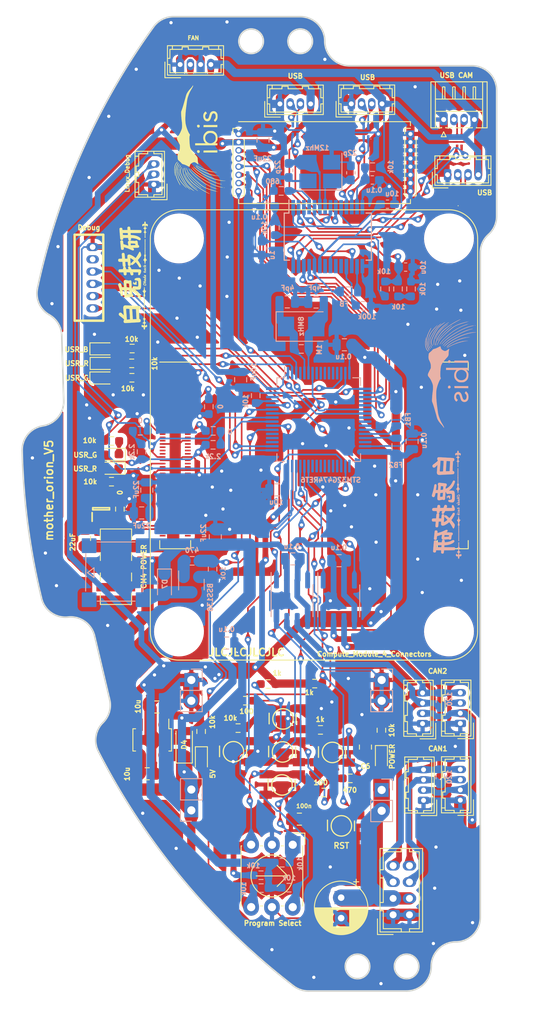
<source format=kicad_pcb>
(kicad_pcb (version 20221018) (generator pcbnew)
  (layers (0 "F.Cu" signal) (31 "B.Cu" signal) (34 "B.Paste" user) (35 "F.Paste" user) (36 "B.SilkS" user "B.Silkscreen") (37 "F.SilkS" user "F.Silkscreen") (38 "B.Mask" user) (39 "F.Mask" user) (44 "Edge.Cuts" user))
  (net 0 "")
  (net 1 "+3V3")
  (net 2 "GND")
  (net 3 "+5V")
  (net 4 "+BATT")
  (net 5 "Net-(U2B-OSC_IN-PF0)")
  (net 6 "Net-(U2B-OSC_OUT-PF1)")
  (net 7 "Net-(D1-K)")
  (net 8 "Net-(D2-K)")
  (net 9 "Net-(D3-A)")
  (net 10 "Net-(D5-A)")
  (net 11 "Net-(D6-A)")
  (net 12 "Net-(D7-A)")
  (net 13 "+3.3VA")
  (net 14 "Net-(D8-K)")
  (net 15 "VDDF")
  (net 16 "VDDA")
  (net 17 "CAN1_TXD")
  (net 18 "CAN1_RXD")
  (net 19 "CAN1_L")
  (net 20 "CAN1_H")
  (net 21 "CAN2_TXD")
  (net 22 "CAN2_RXD")
  (net 23 "CAN2_L")
  (net 24 "CAN2_H")
  (net 25 "Net-(D9-K)")
  (net 26 "/CM4_TX")
  (net 27 "/CM4_RX")
  (net 28 "/LED_modulate")
  (net 29 "/Intalapter_out")
  (net 30 "/DIP_0")
  (net 31 "/DIP_1")
  (net 32 "/DIP_2")
  (net 33 "/DIP_3")
  (net 34 "/LED_G")
  (net 35 "/LED_R")
  (net 37 "/T_NRST")
  (net 38 "Net-(Q1-G)")
  (net 39 "Net-(U3A-ID_SC)")
  (net 40 "Net-(U3A-~{Pi_nLED_Activity})")
  (net 41 "Net-(U3A-~{nRPIBOOT})")
  (net 42 "Net-(U2B-PB8-BOOT0)")
  (net 43 "Net-(U3A-EEPROM_nWP)")
  (net 44 "/STLK_TX")
  (net 45 "/STLK_RX")
  (net 46 "/SPI_IMU_CS")
  (net 47 "/SPI_SCLK")
  (net 48 "/SPI_MISO")
  (net 49 "/SPI_MOSI")
  (net 50 "/IMU_INT")
  (net 51 "/IMU_FSYNC")
  (net 52 "Net-(U3A-ID_SD)")
  (net 53 "Net-(SW8A-A)")
  (net 54 "Net-(SW8A-C)")
  (net 60 "/U_BTN")
  (net 61 "/T_TMS")
  (net 62 "/T_TCK")
  (net 66 "Buzzer")
  (net 67 "/LED_B")
  (net 135 "USB_DP")
  (net 137 "USB_DM")
  (net 140 "Net-(U3A-~{PI_LED_nPWR})")
  (net 143 "Net-(R20-Pad2)")
  (net 148 "+1V8")
  (net 206 "Net-(C13-Pad1)")
  (net 207 "Net-(R5-Pad1)")
  (net 208 "Net-(R5-Pad2)")
  (net 209 "Net-(R10-Pad2)")
  (net 210 "Net-(R10-Pad1)")
  (net 211 "/SCL1")
  (net 212 "/SCD1")
  (net 221 "Net-(U5-X1)")
  (net 222 "Net-(U5-X2)")
  (net 223 "Net-(U5-RST#)")
  (net 224 "Net-(U5-V33)")
  (net 225 "Net-(U5-DVDD)")
  (net 226 "Net-(J11-Pin_2)")
  (net 227 "Net-(J11-Pin_3)")
  (net 228 "Net-(J15-Pin_2)")
  (net 229 "Net-(J15-Pin_3)")
  (net 230 "Net-(J16-Pin_2)")
  (net 231 "Net-(J16-Pin_3)")
  (net 232 "Net-(J17-Pin_2)")
  (net 233 "Net-(J17-Pin_3)")
  (net 234 "Net-(U5-PSELF)")
  (net 235 "Net-(U5-PGAND)")
  (net 236 "Net-(U5-OVCR1#)")
  (net 237 "Net-(U5-RREF)")
  (net 238 "USB_DM1")
  (net 239 "USB_DP1")
  (net 240 "USB_DM2")
  (net 241 "USB_DP2")
  (net 242 "USB_DM3")
  (net 243 "USB_DP3")
  (net 247 "USB_DM0")
  (net 248 "USB_DP0")
  (net 249 "Net-(R34-Pad2)")
  (footprint "Resistor_SMD:R_0603_1608Metric_Pad0.98x0.95mm_HandSolder" (layer "F.Cu") (at 64.12 146.85 -90)
    (fp_text reference "R1")
    (fp_text value "10k")
  )
  (footprint "Connector_Hirose:Hirose_DF13-04P-1.25DSA_1x04_P1.25mm_Vertical" (layer "F.Cu") (at 69.27 155.415 90)
    (fp_text reference " ")
    (fp_text value "CAN1_EXT")
  )
  (footprint "Resistor_SMD:R_0603_1608Metric_Pad0.98x0.95mm_HandSolder" (layer "F.Cu") (at 32.16 119.84 -90)
    (fp_text reference "R21")
    (fp_text value "0")
  )
  (footprint "Resistor_SMD:R_0603_1608Metric_Pad0.98x0.95mm_HandSolder" (layer "F.Cu") (at 60.2975 152.73)
    (fp_text reference "R10")
    (fp_text value "470")
  )
  (footprint "Connector_Hirose:Hirose_DF13-03P-1.25DSA_1x03_P1.25mm_Vertical" (layer "F.Cu") (at 36.31 80.19 90)
    (fp_text reference "J10")
    (fp_text value "Linux_Debug")
  )
  (footprint "Connector_Hirose:Hirose_DF13-04P-1.25DSA_1x04_P1.25mm_Vertical" (layer "F.Cu") (at 73.76 155.39 90)
    (fp_text reference " ")
    (fp_text value "CAN1_EXT")
  )
  (footprint "LED_SMD:LED_0603_1608Metric_Pad1.05x0.95mm_HandSolder" (layer "F.Cu") (at 31.14 114.85 180)
    (fp_text reference "D9")
    (fp_text value "USR_R")
  )
  (footprint "RPi_Compute_Module_4:Raspberry-Pi-4-Compute-Module" (layer "F.Cu") (at 55.88 113.284)
    (fp_text reference "U3")
    (fp_text value "Compute_Module_4_Connectors")
  )
  (footprint "Capacitor_SMD:C_0805_2012Metric" (layer "F.Cu") (at 36.68 144.01 180)
    (fp_text reference "C4")
    (fp_text value "10u")
  )
  (footprint "Resistor_SMD:R_0603_1608Metric_Pad0.98x0.95mm_HandSolder" (layer "F.Cu") (at 47.5175 143.24)
    (fp_text reference "R15")
    (fp_text value "100")
  )
  (footprint "LED_SMD:LED_0603_1608Metric_Pad1.05x0.95mm_HandSolder" (layer "F.Cu") (at 30.186 102.048)
    (fp_text reference "D6")
    (fp_text value "USR_R")
  )
  (footprint "LED_SMD:LED_0603_1608Metric_Pad1.05x0.95mm_HandSolder" (layer "F.Cu") (at 30.158 100.27)
    (fp_text reference "D3")
    (fp_text value "USR_B")
  )
  (footprint "my_footprint:SW_" (layer "F.Cu") (at 46.04 149.48 180)
    (fp_text reference " ")
    (fp_text value "L_BTN")
  )
  (footprint "Connector_Hirose:Hirose_DF13-04P-1.25DSA_1x04_P1.25mm_Vertical" (layer "F.Cu") (at 39.525 65.54)
    (fp_text reference "J14")
    (fp_text value "FAN")
  )
  (footprint "my_footprint:ibis_logo_mid" (layer "F.Cu") (at 41.73 74.62 90)
    (fp_text reference " " hide)
    (fp_text value " " hide)
  )
  (footprint "my_footprint:SW_" (layer "F.Cu") (at 59.23 158.53 180)
    (fp_text reference "RST")
    (fp_text value "nRST")
  )
  (footprint "my_footprint:SW_" (layer "F.Cu") (at 52.1 145.47 180)
    (fp_text reference " ")
    (fp_text value "T_BTN")
  )
  (footprint "LED_SMD:LED_0603_1608Metric_Pad1.05x0.95mm_HandSolder" (layer "F.Cu") (at 31.17 113.16 180)
    (fp_text reference "D8")
    (fp_text value "USR_G")
  )
  (footprint "Resistor_SMD:R_0603_1608Metric_Pad0.98x0.95mm_HandSolder" (layer "F.Cu") (at 57.1075 154.46 180)
    (fp_text reference "R11")
    (fp_text value "100")
  )
  (footprint "Connector_Hirose:Hirose_DF13-04P-1.25DSA_1x04_P1.25mm_Vertical" (layer "F.Cu") (at 69.15 146.04 90)
    (fp_text reference " ")
    (fp_text value "CAN2_EXT")
  )
  (footprint "Resistor_SMD:R_0603_1608Metric_Pad0.98x0.95mm_HandSolder" (layer "F.Cu") (at 33.6075 102.04)
    (fp_text reference "R9")
    (fp_text value "10k")
  )
  (footprint "Resistor_SMD:R_0603_1608Metric_Pad0.98x0.95mm_HandSolder" (layer "F.Cu") (at 46.6025 146.59 180)
    (fp_text reference "R5")
    (fp_text value "10k")
  )
  (footprint "Capacitor_THT:CP_Radial_D6.3mm_P2.50mm" (layer "F.Cu") (at 59.2 167.297621 -90)
    (fp_text reference " ")
    (fp_text value "56uF25V")
  )
  (footprint "Connector_Hirose:Hirose_DF13-04P-1.25DSA_1x04_P1.25mm_Vertical" (layer "F.Cu") (at 72.205 79)
    (fp_text reference "USB")
    (fp_text value "USB2.0")
  )
  (footprint "Resistor_SMD:R_0603_1608Metric_Pad0.98x0.95mm_HandSolder" (layer "F.Cu") (at 31.1575 111.52 180)
    (fp_text reference "R19")
    (fp_text value "10k")
  )
  (footprint "Capacitor_SMD:C_0805_2012Metric" (layer "F.Cu") (at 27.84 123.42 -90)
    (fp_text reference "C16")
    (fp_text value "22uF")
  )
  (footprint "Connector_Hirose:Hirose_DF13-04P-1.25DS_1x04_P1.25mm_Horizontal" (layer "F.Cu") (at 71.73 72.26)
    (fp_text reference "J11")
    (fp_text value "USB CAM")
  )
  (footprint "LXES11DAA2-135:FIL_LXES11DAA2-135" (layer "F.Cu") (at 73.645 74.995 90)
    (fp_text reference " ")
    (fp_text value "LXES11D")
  )
  (footprint "Resistor_SMD:R_0603_1608Metric_Pad0.98x0.95mm_HandSolder" (layer "F.Cu") (at 50.2825 141.21 180)
    (fp_text reference "R12")
    (fp_text value "1k")
  )
  (footprint "Resistor_SMD:R_0603_1608Metric_Pad0.98x0.95mm_HandSolder" (layer "F.Cu") (at 33.66 100.23)
    (fp_text reference "R4")
    (fp_text value "10k")
  )
  (footprint "Resistor_SMD:R_0603_1608Metric_Pad0.98x0.95mm_HandSolder" (layer "F.Cu") (at 56.6725 146.81 180)
    (fp_text reference "R8")
    (fp_text value "1k")
  )
  (footprint "Capacitor_SMD:C_0805_2012Metric_Pad1.18x1.45mm_HandSolder" (layer "F.Cu") (at 62.17 148.91 90)
    (fp_text reference "C6")
    (fp_text value "22uF")
  )
  (footprint "Button_Switch_SMD:SW_DPDT_CK_JS202011JCQN" (layer "F.Cu") (at 31.68 126.88 -90)
    (fp_text reference "CM4 POWER")
    (fp_text value "SW_DPDT_x2")
  )
  (footprint "my_footprint:SW_" (layer "F.Cu") (at 51.97 153.53 180)
    (fp_text reference " ")
    (fp_text value "B_BTN")
  )
  (footprint "LED_SMD:LED_0603_1608Metric_Pad1.05x0.95mm_HandSolder" (layer "F.Cu") (at 42.12 150.53 -90)
    (fp_text reference "D2")
    (fp_text value "5V")
  )
  (footprint "LXES11DAA2-135:FIL_LXES11DAA2-135" (layer "F.Cu") (at 74.1 81.99 90)
    (fp_text reference " ")
    (fp_text value "LXES11D")
  )
  (footprint "Resistor_SMD:R_0603_1608Metric_Pad0.98x0.95mm_HandSolder" (layer "F.Cu") (at 42.09 147 -90)
    (fp_text reference "R3")
    (fp_text value "10k")
  )
  (footprint "Resistor_SMD:R_0603_1608Metric_Pad0.98x0.95mm_HandSolder" (layer "F.Cu") (at 33.63 103.8)
    (fp_text reference "R7")
    (fp_text value "10k")
  )
  (footprint "LED_SMD:LED_0603_1608Metric_Pad1.05x0.95mm_HandSolder" (layer "F.Cu") (at 30.158 103.826)
    (fp_text reference "D5")
    (fp_text value "USR_G")
  )
  (footprint "Connector_Hirose:Hirose_DF13-04P-1.25DSA_1x04_P1.25mm_Vertical" (layer "F.Cu") (at 73.76 146.02 90)
    (fp_text reference " ")
    (fp_text value "CAN2_EXT")
  )
  (footprint "Button_Switch_THT:Nidec_Copal_SH-7010C" (layer "F.Cu") (at 53.2825 160.835 -90)
    (fp_text reference "Program Select")
    (fp_text value "SW_Coded_SH-7050")
  )
  (footprint "Connector_Hirose:Hirose_DF11-8DP-2DSA_2x04_P2.00mm_Vertical" (layer "F.Cu") (at 65.55 169.39 90)
    (fp_text reference " ")
    (fp_text value "Conn_02x04_Odd_Even")
  )
  (footprint "mylibrary:crow_imu" (layer "F.Cu") (at 57.17 77.52)
    (fp_text reference "REF**" hide)
    (fp_text value "crow_imu" hide)
  )
  (footprint "my_footprint:SW_" (layer "F.Cu") (at 58.13 149.56 180)
    (fp_text reference " ")
    (fp_text value "R_BTN")
  )
  (footprint "Connector_PinHeader_1.00mm:PinHeader_1x08_P1.00mm_Vertical" (layer "F.Cu") (at 46.67 74.02)
    (fp_text reference " ")
    (fp_text value " ")
  )
  (footprint "Diode_SMD:D_SOD-123" (layer "F.Cu") (at 40.02 148.61 90)
    (fp_text reference "D4")
    (fp_text value "5.6V")
  )
  (footprint "Package_TO_SOT_SMD:SOT-89-5" (layer "F.Cu") (at 36.11 148.03 -90)
    (fp_text reference " ")
    (fp_text value "NJM2884U1-33")
  )
  (footprint "my_footprint:sirousagikenn_mini" (layer "F.Cu") (at 33.77 91.29 90)
    (fp_text reference " " hide)
    (fp_text value " " hide)
  )
  (footprint "my_footprint:ZH_6T" (layer "F.Cu") (at 28.83 87.83 -90)
    (fp_text reference "J13")
    (fp_text value "Debug")
  )
  (footprint "Resistor_SMD:R_0603_1608Metric_Pad0.98x0.95mm_HandSolder" (layer "F.Cu") (at 55.97 141.15)
    (fp_text reference "R17")
    (fp_text value "1k")
  )
  (footprint "Connector_PinHeader_1.00mm:PinHeader_1x08_P1.00mm_Vertical" (layer "F.Cu") (at 67.67 74.02)
    (fp_text reference " ")
    (fp_text value " ")
  )
  (footprint "74LVC1G07GW:SOT65P212X110-5N" (layer "F.Cu") (at 29.87 119.8 90)
    (fp_text reference " ")
    (fp_text value "74LVC1G07" hide)
  )
  (footprint "Capacitor_SMD:C_0805_2012Metric" (layer "F.Cu") (at 35.5 152.17)
    (fp_text reference "C10")
    (fp_text value "10u")
  )
  (footprint "Connector_Hirose:Hirose_DF13-04P-1.25DSA_1x04_P1.25mm_Vertical" (layer "F.Cu") (at 60.44 70.34)
    (fp_text reference "USB")
    (fp_text value "USB2.0")
  )
  (footprint "Capacitor_SMD:C_0805_2012Metric_Pad1.18x1.45mm_HandSolder" (layer "F.Cu") (at 54.0975 157.71 180)
    (fp_text reference "C14")
    (fp_text value "100n")
  )
  (footprint "Connector_Hirose:Hirose_DF13-04P-1.25DSA_1x04_P1.25mm_Vertical" (layer "F.Cu") (at 51.719 70.35)
    (fp_text reference "USB")
    (fp_text value "USB2.0")
  )
  (footprint "LED_SMD:LED_0603_1608Metric_Pad1.05x0.95mm_HandSolder" (layer "F.Cu") (at 64.122 150.3795 -90)
    (fp_text reference "POWER")
    (fp_text value "PWR")
  )
  (footprint "Resistor_SMD:R_0603_1608Metric_Pad0.98x0.95mm_HandSolder" (layer "F.Cu") (at 31.1325 116.49 180)
    (fp_text reference "R20")
    (fp_text value "10k")
  )
  (footprint "my_footprint:SW_" (layer "F.Cu") (at 52.04 149.5 180)
    (fp_text reference " ")
    (fp_text value "C_BTN")
  )
  (footprint "Capacitor_SMD:C_0805_2012Metric" (layer "B.Cu") (at 45.2 136.2)
    (fp_text reference "C12")
    (fp_text value "0.1u")
  )
  (footprint "mylibrary:UGCT7525AN4" (layer "B.Cu") (at 31.7 127.61 180)
    (fp_text reference "")
    (fp_text value "UGCT7525AN4")
  )
  (footprint "Resistor_SMD:R_0603_1608Metric_Pad0.98x0.95mm_HandSolder" (layer "B.Cu") (at 34.81 112.8375 -90)
    (fp_text reference "R16")
    (fp_text value "2.2k")
  )
  (footprint "Resistor_SMD:R_0603_1608Metric_Pad0.98x0.95mm_HandSolder" (layer "B.Cu") (at 48.76 105.982 -90)
    (fp_text reference "R28")
    (fp_text value "10k")
  )
  (footprint "Resistor_SMD:R_0603_1608Metric_Pad0.98x0.95mm_HandSolder" (layer "B.Cu") (at 49.405 164.56 180)
    (fp_text reference "R26")
    (fp_text value "10k")
  )
  (footprint "Capacitor_SMD:C_0603_1608Metric_Pad1.08x0.95mm_HandSolder" (layer "B.Cu") (at 49.494293 87.9625 -90)
    (fp_text reference "C25")
    (fp_text value "1u")
  )
  (footprint "Capacitor_SMD:C_0603_1608Metric_Pad1.08x0.95mm_HandSolder" (layer "B.Cu") (at 52.794293 78.48 -90)
    (fp_text reference "C20")
    (fp_text value "22p")
  )
  (footprint "Capacitor_SMD:C_0805_2012Metric" (layer "B.Cu") (at 53.29 125.92 180)
    (fp_text reference "C12")
    (fp_text value "0.1u")
  )
  (footprint "Resistor_SMD:R_0603_1608Metric_Pad0.98x0.95mm_HandSolder" (layer "B.Cu") (at 64.56 92.9525 -90)
    (fp_text reference "R36")
    (fp_text value "10k")
  )
  (footprint "Diode_SMD:D_SOD-323_HandSoldering" (layer "B.Cu") (at 37.61 129.06 -90)
    (fp_text reference "D7")
    (fp_text value "D")
  )
  (footprint "Resistor_SMD:R_0603_1608Metric_Pad0.98x0.95mm_HandSolder" (layer "B.Cu") (at 61.92 95.0125)
    (fp_text reference "R33")
    (fp_text value "100k")
  )
  (footprint "Resistor_SMD:R_0603_1608Metric_Pad0.98x0.95mm_HandSolder" (layer "B.Cu") (at 51.98 163.03)
    (fp_text reference "R24")
    (fp_text value "10k")
  )
  (footprint "Connector_PinHeader_2.54mm:PinHeader_1x02_P2.54mm_Vertical" (layer "B.Cu") (at 64.15 154.145 180)
    (fp_text reference " ")
    (fp_text value "power")
  )
  (footprint "Resistor_SMD:R_0603_1608Metric_Pad0.98x0.95mm_HandSolder" (layer "B.Cu") (at 43.03 107.3275 -90)
    (fp_text reference "R29")
    (fp_text value "0")
  )
  (footprint "Package_QFP:LQFP-64_10x10mm_P0.5mm" (layer "B.Cu") (at 56.46 108.91 -90)
    (fp_text reference "U2")
    (fp_text value "STM32G474RET6")
  )
  (footprint "LXES11DAA2-135:FIL_LXES11DAA2-135" (layer "B.Cu") (at 53.573 73.543 90)
    (fp_text reference " ")
    (fp_text value "LXES11D")
  )
  (footprint "Capacitor_SMD:C_0603_1608Metric_Pad1.08x0.95mm_HandSolder" (layer "B.Cu") (at 67.0825 90.28)
    (fp_text reference "C26")
    (fp_text value "10u")
  )
  (footprint "Capacitor_SMD:C_0805_2012Metric" (layer "B.Cu") (at 49.65 74.77 90)
    (fp_text reference "C15" hide)
    (fp_text value "22uF")
  )
  (footprint "Capacitor_SMD:C_0805_2012Metric" (layer "B.Cu") (at 43.82 123.22 90)
    (fp_text reference "C16")
    (fp_text value "22uF")
  )
  (footprint "Resistor_SMD:R_0603_1608Metric_Pad0.98x0.95mm_HandSolder" (layer "B.Cu") (at 49.425 166.13 180)
    (fp_text reference "R25")
    (fp_text value "10k")
  )
  (footprint "Capacitor_SMD:C_0805_2012Metric" (layer "B.Cu") (at 58.95 126.14 180)
    (fp_text reference "C5")
    (fp_text value "0.1u")
  )
  (footprint "Crystal:Crystal_SMD_3225-4Pin_3.2x2.5mm_HandSoldering" (layer "B.Cu") (at 56.594293 78.62 180)
    (fp_text reference "12Mhz")
    (fp_text value "12MHz")
  )
  (footprint "Resistor_SMD:R_0603_1608Metric_Pad0.98x0.95mm_HandSolder" (layer "B.Cu") (at 71.31 152.535 90)
    (fp_text reference "R2")
    (fp_text value "120")
  )
  (footprint "Resistor_SMD:R_0603_1608Metric_Pad0.98x0.95mm_HandSolder" (layer "B.Cu") (at 67.74 92.9525 -90)
    (fp_text reference "R34")
    (fp_text value "10k")
  )
  (footprint "Resistor_SMD:R_0603_1608Metric_Pad0.98x0.95mm_HandSolder" (layer "B.Cu") (at 34.6525 110.27 180)
    (fp_text reference "R18")
    (fp_text value "0")
  )
  (footprint "Capacitor_SMD:C_0805_2012Metric" (layer "B.Cu") (at 34.82 120.31 180)
    (fp_text reference "C17")
    (fp_text value "22uF")
  )
  (footprint "Inductor_SMD:L_0805_2012Metric" (layer "B.Cu") (at 60.16 93.2625)
    (fp_text reference "FB")
    (fp_text value "600R@100MHz")
  )
  (footprint "Resistor_SMD:R_0603_1608Metric_Pad0.98x0.95mm_HandSolder" (layer "B.Cu") (at 54.3275 100.282)
    (fp_text reference "R32")
    (fp_text value "1M")
  )
  (footprint "LXES11DAA2-135:FIL_LXES11DAA2-135" (layer "B.Cu") (at 62.235 73.845 90)
    (fp_text reference " ")
    (fp_text value "LXES11D")
  )
  (footprint "my_footprint:ibis_logo_mid" (layer "B.Cu") (at 72.39 103.378 -90)
    (fp_text reference " " hide)
    (fp_text value " " hide)
  )
  (footprint "Resistor_SMD:R_0603_1608Metric_Pad0.98x0.95mm_HandSolder" (layer "B.Cu") (at 51.874293 80.98)
    (fp_text reference "R37")
    (fp_text value "680")
  )
  (footprint "Resistor_SMD:R_0603_1608Metric_Pad0.98x0.95mm_HandSolder" (layer "B.Cu") (at 43.55 111.99 180)
    (fp_text reference "R31")
    (fp_text value "2.2k")
  )
  (footprint "Capacitor_SMD:C_0805_2012Metric" (layer "B.Cu") (at 56.13 94.552 180)
    (fp_text reference "C19")
    (fp_text value "4pF")
  )
  (footprint "Resistor_SMD:R_0603_1608Metric_Pad0.98x0.95mm_HandSolder" (layer "B.Cu") (at 43.49 127.17 90)
    (fp_text reference "R13")
    (fp_text value "10k")
  )
  (footprint "Connector_PinHeader_2.54mm:PinHeader_1x02_P2.54mm_Vertical" (layer "B.Cu") (at 40.89 140.715 180)
    (fp_text reference " ")
    (fp_text value "power")
  )
  (footprint "Capacitor_SMD:C_0805_2012Metric" (layer "B.Cu") (at 67.87 111.5705 90)
    (fp_text reference "C3")
    (fp_text value "0.1u")
  )
  (footprint "Capacitor_SMD:C_0805_2012Metric" (layer "B.Cu") (at 46.92 104.042 -90)
    (fp_text reference "C2")
    (fp_text value "10uF")
  )
  (footprint "Connector_PinHeader_2.54mm:PinHeader_1x02_P2.54mm_Vertical" (layer "B.Cu") (at 40.89 156.635)
    (fp_text reference " ")
    (fp_text value "power")
  )
  (footprint "Resistor_SMD:R_0603_1608Metric_Pad0.98x0.95mm_HandSolder" (layer "B.Cu") (at 52.83 166.08)
    (fp_text reference "R27")
    (fp_text value "10k")
  )
  (footprint "my_footprint:sirousagikenn_mini" (layer "B.Cu") (at 72.1 119.33 -90)
    (fp_text reference " " hide)
    (fp_text value " " hide)
  )
  (footprint "Resistor_SMD:R_0603_1608Metric_Pad0.98x0.95mm_HandSolder" (layer "B.Cu") (at 66.15 92.9525 90)
    (fp_text reference "R35")
    (fp_text value "10k")
  )
  (footprint "Inductor_SMD:L_0805_2012Metric" (layer "B.Cu") (at 65.97 112.24 -90)
    (fp_text reference "FB2")
    (fp_text value "600R@100MHz")
  )
  (footprint "Resistor_SMD:R_0603_1608Metric_Pad0.98x0.95mm_HandSolder" (layer "B.Cu") (at 63.034293 78.079 180)
    (fp_text reference "R22")
    (fp_text value "10k")
  )
  (footprint "Resistor_SMD:R_0603_1608Metric_Pad0.98x0.95mm_HandSolder" (layer "B.Cu") (at 71.34 143.2075 90)
    (fp_text reference "R6")
    (fp_text value "120")
  )
  (footprint "Capacitor_SMD:C_0805_2012Metric" (layer "B.Cu") (at 52.62 94.532 180)
    (fp_text reference "C18")
    (fp_text value "4pF")
  )
  (footprint "Capacitor_SMD:C_0603_1608Metric_Pad1.08x0.95mm_HandSolder" (layer "B.Cu") (at 50.214293 82.84 180)
    (fp_text reference "C24")
    (fp_text value "0.1u")
  )
  (footprint "Package_TO_SOT_SMD:SOT-23" (layer "B.Cu") (at 40.9 129.0625 -90)
    (fp_text reference "Q1")
    (fp_text value "BSS138")
  )
  (footprint "Capacitor_SMD:C_0603_1608Metric_Pad1.08x0.95mm_HandSolder" (layer "B.Cu") (at 64.861793 82.6)
    (fp_text reference "C23")
    (fp_text value "10u")
  )
  (footprint "Capacitor_SMD:C_0805_2012Metric" (layer "B.Cu") (at 51.37 117.49 180)
    (fp_text reference "C1")
    (fp_text value "10u")
  )
  (footprint "Resistor_SMD:R_0603_1608Metric_Pad0.98x0.95mm_HandSolder" (layer "B.Cu") (at 43.5575 110.29)
    (fp_text reference "R30")
    (fp_text value "0")
  )
  (footprint "Capacitor_SMD:C_0805_2012Metric" (layer "B.Cu") (at 35.45 117.53 90)
    (fp_text reference "C16")
    (fp_text value "22uF")
  )
  (footprint "Connector_PinHeader_2.54mm:PinHeader_1x02_P2.54mm_Vertical" (layer "B.Cu") (at 64.15 140.715 180)
    (fp_text reference " ")
    (fp_text value "power")
  )
  (footprint "Capacitor_SMD:C_0603_1608Metric_Pad1.08x0.95mm_HandSolder" (layer "B.Cu") (at 60.384293 78.7725 90)
    (fp_text reference "C21")
    (fp_text value "22p")
  )
  (footprint "Package_SO:SOIC-8_3.9x4.9mm_P1.27mm" (layer "B.Cu") (at 58.91 131.05 -90)
    (fp_text reference " ")
    (fp_text value "TCAN1051GDRQ1")
  )
  (footprint "Package_SO:SSOP-28_5.3x10.2mm_P0.65mm" (layer "B.Cu") (at 57.569293 86.56 -90)
    (fp_text reference " ")
    (fp_text value "~")
  )
  (footprint "Resistor_SMD:R_0603_1608Metric_Pad0.98x0.95mm_HandSolder" (layer "B.Cu") (at 40.9925 126.16)
    (fp_text reference "R14")
    (fp_text value "470")
  )
  (footprint "Capacitor_SMD:C_0805_2012Metric" (layer "B.Cu") (at 59.6 99.772 180)
    (fp_text reference "C7")
    (fp_text value "0.1u")
  )
  (footprint "Package_SO:SOIC-8_3.9x4.9mm_P1.27mm" (layer "B.Cu") (at 53.2 131.029 -90)
    (fp_text reference " ")
    (fp_text value "TCAN1051GDRQ1")
  )
  (footprint "Inductor_SMD:L_0805_2012Metric" (layer "B.Cu") (at 65.94 108.6125 90)
    (fp_text reference "FB1")
    (fp_text value "600R@100MHz")
  )
  (footprint "Crystal:Crystal_SMD_5032-2Pin_5.0x3.2mm" (layer "B.Cu") (at 54.3 97.542)
    (fp_text reference "8MHz")
    (fp_text value "Crystal")
  )
  (footprint "Resistor_SMD:R_0603_1608Metric_Pad0.98x0.95mm_HandSolder" (layer "B.Cu") (at 51.104293 85.47 90)
    (fp_text reference "R23")
    (fp_text value "10k")
  )
  (footprint "Capacitor_SMD:C_0603_1608Metric_Pad1.08x0.95mm_HandSolder" (layer "B.Cu") (at 63.011793 79.64)
    (fp_text reference "C22")
    (fp_text value "0.1u")
  )
  (gr_circle (center 61.2 175.7) (end 59.7 175.7) (stroke (width 0.2)) (fill none) (layer "Edge.Cuts"))
  (gr_arc (start 76.2 169.7) (mid 75.32132 171.82132) (end 73.2 172.7) (stroke (width 0.2)) (layer "Edge.Cuts"))
  (gr_circle (center 67.2 175.7) (end 65.7 175.7) (stroke (width 0.2)) (fill none) (layer "Edge.Cuts"))
  (gr_arc (start 70.2 175.7) (mid 69.32132 177.82132) (end 67.2 178.7) (stroke (width 0.2)) (layer "Edge.Cuts"))
  (gr_arc (start 76.2 88.528427) (mid 76.461378 87.303676) (end 77.2 86.292359) (stroke (width 0.2)) (layer "Edge.Cuts"))
  (gr_line (start 29.071844 135.31715) (end 30.912841 143.10244) (stroke (width 0.2)) (layer "Edge.Cuts"))
  (gr_arc (start 54.2 59.7) (mid 56.32132 60.57868) (end 57.2 62.7) (stroke (width 0.2)) (layer "Edge.Cuts"))
  (gr_arc (start 25.833044 133.024566) (mid 23.787692 132.495365) (end 22.598375 130.749228) (stroke (width 0.2)) (layer "Edge.Cuts"))
  (gr_arc (start 36.284612 60.943902) (mid 37.350958 60.029025) (end 38.716919 59.7) (stroke (width 0.2)) (layer "Edge.Cuts"))
  (gr_arc (start 55.210001 178.7) (mid 54.24412 178.54026) (end 53.381099 178.078049) (stroke (width 0.2)) (layer "Edge.Cuts"))
  (gr_arc (start 25.294461 106.625075) (mid 24.603712 108.630407) (end 22.759384 109.677805) (stroke (width 0.2)) (layer "Edge.Cuts"))
  (gr_line (start 76.2 169.7) (end 76.2 88.528427) (stroke (width 0.2)) (layer "Edge.Cuts"))
  (gr_arc (start 75.2 65.7) (mid 77.32132 66.57868) (end 78.2 68.7) (stroke (width 0.2)) (layer "Edge.Cuts"))
  (gr_line (start 54.2 59.7) (end 38.716919 59.7) (stroke (width 0.2)) (layer "Edge.Cuts"))
  (gr_arc (start 23.54151 96.109217) (mid 24.629454 97.170394) (end 25.057746 98.628578) (stroke (width 0.2)) (layer "Edge.Cuts"))
  (gr_arc (start 23.54151 96.109217) (mid 22.286326 94.727962) (end 22.09069 92.871859) (stroke (width 0.2)) (layer "Edge.Cuts"))
  (gr_arc (start 22.09069 92.871859) (mid 27.529376 76.170676) (end 36.284612 60.943902) (stroke (width 0.2)) (layer "Edge.Cuts"))
  (gr_circle (center 54.2 62.7) (end 52.7 62.7) (stroke (width 0.2)) (fill none) (layer "Edge.Cuts"))
  (gr_arc (start 25.833044 133.024566) (mid 27.885641 133.558876) (end 29.071844 135.31715) (stroke (width 0.2)) (layer "Edge.Cuts"))
  (gr_arc (start 30.912841 143.10244) (mid 30.876545 144.621781) (end 30.100328 145.928387) (stroke (width 0.2)) (layer "Edge.Cuts"))
  (gr_line (start 78.2 84.056291) (end 78.2 68.7) (stroke (width 0.2)) (layer "Edge.Cuts"))
  (gr_circle (center 48.2 62.7) (end 46.7 62.7) (stroke (width 0.2)) (fill none) (layer "Edge.Cuts"))
  (gr_arc (start 20.223835 112.712806) (mid 20.920725 110.718375) (end 22.759384 109.677805) (stroke (width 0.2)) (layer "Edge.Cuts"))
  (gr_arc (start 70.2 175.7) (mid 71.07868 173.57868) (end 73.2 172.7) (stroke (width 0.2)) (layer "Edge.Cuts"))
  (gr_line (start 75.2 65.7) (end 60.2 65.7) (stroke (width 0.2)) (layer "Edge.Cuts"))
  (gr_line (start 55.210001 178.7) (end 67.2 178.7) (stroke (width 0.2)) (layer "Edge.Cuts"))
  (gr_arc (start 53.381099 178.078049) (mid 39.869428 165.077535) (end 29.536834 149.430934) (stroke (width 0.2)) (layer "Edge.Cuts"))
  (gr_line (start 25.057746 98.628578) (end 25.294461 106.625075) (stroke (width 0.2)) (layer "Edge.Cuts"))
  (gr_arc (start 29.536834 149.430934) (mid 29.245408 147.587455) (end 30.100328 145.928387) (stroke (width 0.2)) (layer "Edge.Cuts"))
  (gr_arc (start 22.598375 130.749228) (mid 20.927187 121.794726) (end 20.223835 112.712806) (stroke (width 0.2)) (layer "Edge.Cuts"))
  (gr_arc (start 78.2 84.056291) (mid 77.938616 85.281038) (end 77.2 86.292359) (stroke (width 0.2)) (layer "Edge.Cuts"))
  (gr_arc (start 60.2 65.7) (mid 58.07868 64.82132) (end 57.2 62.7) (stroke (width 0.2)) (layer "Edge.Cuts"))
  (gr_text "mother_orion_V5" (at 24.07 123.85 90) (layer "F.SilkS") (effects (font (size 1 1) (thickness 0.2) bold) (justify left bottom)))
  (gr_text "CAN1" (at 71.02 149.1) (layer "F.SilkS") (effects (font (size 0.6 0.6))))
  (gr_text "JLCJLCJLCJLC" (at 42.9 137.86) (layer "F.SilkS") (effects (font (size 0.9 0.9) (thickness 0.2) bold) (justify left bottom)))
  (gr_text "CAN2" (at 70.99 139.63) (layer "F.SilkS") (effects (font (size 0.6 0.6))))
  (segment (start 34.61 152.11) (end 34.55 152.17) (width 1.5) (layer "F.Cu") (net 1))
  (segment (start 43.78 140.29) (end 43.78 140.53) (width 1) (layer "F.Cu") (net 1))
  (segment (start 42.605 139.115) (end 43.96 139.115) (width 1) (layer "F.Cu") (net 1))
  (segment (start 34.61 149.88) (end 33.56 148.83) (width 1) (layer "F.Cu") (net 1))
  (segment (start 43.96 139.115) (end 48.675526 139.115) (width 1) (layer "F.Cu") (net 1))
  (segment (start 48.98662 139.15838) (end 48.718906 139.15838) (width 1) (layer "F.Cu") (net 1))
  (segment (start 49.943801 126.043801) (end 49.943801 121.771224) (width 0.7) (layer "F.Cu") (net 1))
  (segment (start 36.41 140.09) (end 37.52 138.98) (width 1) (layer "F.Cu") (net 1))
  (segment (start 35.12 141.38) (end 35.12 141.31) (width 1) (layer "F.Cu") (net 1))
  (segment (start 65.89 116.36) (end 65.86 116.39) (width 1) (layer "F.Cu") (net 1))
  (segment (start 62.4 108.7) (end 62.4 101.622) (width 1) (layer "F.Cu") (net 1))
  (segment (start 63.65 132.79) (end 55.355 132.79) (width 1) (layer "F.Cu") (net 1))
  (segment (start 33.56 148.83) (end 33.56 142.94) (width 1) (layer "F.Cu") (net 1))
  (segment (start 36.39 140.11) (end 36.39 140.09) (width 1) (layer "F.Cu") (net 1))
  (segment (start 55.0575 141.15) (end 51.255 141.15) (width 1) (layer "F.Cu") (net 1))
  (segment (start 62.83 133.75) (end 54.395 133.75) (width 1) (layer "F.Cu") (net 1))
  (segment (start 55.355 132.79) (end 49.065 139.08) (width 1) (layer "F.Cu") (net 1))
  (segment (start 44.280883 140.064996) (end 44.267258 140.051371) (width 1) (layer "F.Cu") (net 1))
  (segment (start 64.08 132.36) (end 63.65 132.79) (width 1) (layer "F.Cu") (net 1))
  (segment (start 65.89 105.49) (end 65.89 116.36) (width 1) (layer "F.Cu") (net 1))
  (segment (start 49.943801 121.771224) (end 50.93 120.785025) (width 0.7) (layer "F.Cu") (net 1))
  (segment (start 51.195 141.21) (end 49.065 139.08) (width 1) (layer "F.Cu") (net 1))
  (segment (start 35.12 141.31) (end 35.19 141.31) (width 1) (layer "F.Cu") (net 1))
  (segment (start 62.4 101.622) (end 62.089 101.311) (width 1) (layer "F.Cu") (net 1))
  (segment (start 63.65 132.79) (end 63.65 132.93) (width 1) (layer "F.Cu") (net 1))
  (segment (start 36.39 140.09) (end 36.41 140.09) (width 1) (layer "F.Cu") (net 1))
  (segment (start 63.65 132.93) (end 62.83 133.75) (width 1) (layer "F.Cu") (net 1))
  (segment (start 43.78 140.29) (end 43.78 139.295) (width 1) (layer "F.Cu") (net 1))
  (segment (start 40.775 69.995) (end 40.775 65.54) (width 0.7) (layer "F.Cu") (net 1))
  (segment (start 65.86 116.39) (end 65.86 112.16) (width 1) (layer "F.Cu") (net 1))
  (segment (start 33.56 142.94) (end 35.12 141.38) (width 1) (layer "F.Cu") (net 1))
  (segment (start 51.255 141.15) (end 51.195 141.21) (width 1) (layer "F.Cu") (net 1))
  (segment (start 35.19 141.31) (end 36.39 140.11) (width 1) (layer "F.Cu") (net 1))
  (segment (start 49.97 126.07) (end 49.943801 126.043801) (width 0.7) (layer "F.Cu") (net 1))
  (segment (start 43.78 139.295) (end 43.96 139.115) (width 1) (layer "F.Cu") (net 1))
  (segment (start 48.675526 139.115) (end 48.718906 139.15838) (width 1) (layer "F.Cu") (net 1))
  (segment (start 34.61 149.88) (end 34.61 152.11) (width 1.5) (layer "F.Cu") (net 1))
  (segment (start 37.25 73.52) (end 40.775 69.995) (width 0.7) (layer "F.Cu") (net 1))
  (segment (start 42.605 139.115) (end 43.78 140.29) (width 1) (layer "F.Cu") (net 1))
  (segment (start 48.718906 139.15838) (end 47.81229 140.064996) (width 1) (layer "F.Cu") (net 1))
  (segment (start 54.395 133.75) (end 49.065 139.08) (width 1) (layer "F.Cu") (net 1))
  (segment (start 65.86 112.16) (end 62.4 108.7) (width 1) (layer "F.Cu") (net 1))
  (segment (start 49.065 139.08) (end 48.98662 139.15838) (width 1) (layer "F.Cu") (net 1))
  (segment (start 47.81229 140.064996) (end 44.280883 140.064996) (width 1) (layer "F.Cu") (net 1))
  (via (at 36.39 140.09) (size 0.8) (drill 0.4) (layers "F.Cu" "B.Cu") (net 1))
  (via (at 49.97 126.07) (size 0.8) (drill 0.4) (layers "F.Cu" "B.Cu") (net 1))
  (via (at 43.78 140.53) (size 0.8) (drill 0.4) (layers "F.Cu" "B.Cu") (net 1))
  (via (at 62.089 101.311) (size 0.8) (drill 0.4) (layers "F.Cu" "B.Cu") (net 1))
  (via (at 65.86 116.39) (size 0.8) (drill 0.4) (layers "F.Cu" "B.Cu") (net 1))
  (via (at 50.93 120.785025) (size 0.8) (drill 0.4) (layers "F.Cu" "B.Cu") (net 1))
  (via (at 35.12 141.31) (size 0.8) (drill 0.4) (layers "F.Cu" "B.Cu") (net 1))
  (via (at 64.08 132.36) (size 0.8) (drill 0.4) (layers "F.Cu" "B.Cu") (net 1))
  (via (at 37.52 138.98) (size 0.8) (drill 0.4) (layers "F.Cu" "B.Cu") (net 1))
  (via (at 62.83 133.75) (size 0.8) (drill 0.4) (layers "F.Cu" "B.Cu") (net 1))
  (via (at 44.267258 140.051371) (size 0.8) (drill 0.4) (layers "F.Cu" "B.Cu") (net 1))
  (via (at 37.25 73.52) (size 0.8) (drill 0.4) (layers "F.Cu" "B.Cu") (net 1))
  (via (at 48.718906 139.15838) (size 0.8) (drill 0.4) (layers "F.Cu" "B.Cu") (net 1))
  (via (at 65.89 105.49) (size 0.8) (drill 0.4) (layers "F.Cu" "B.Cu") (net 1))
  (via (at 42.605 139.115) (size 0.8) (drill 0.4) (layers "F.Cu" "B.Cu") (net 1))
  (segment (start 50.3175 164.56) (end 50.3175 163.78) (width 0.7) (layer "B.Cu") (net 1))
  (segment (start 64.08 132.36) (end 64.08 132.5) (width 1) (layer "B.Cu") (net 1))
  (segment (start 35.73 140.75) (end 37.755 140.75) (width 1) (layer "B.Cu") (net 1))
  (segment (start 65.94 107.55) (end 65.95 107.54) (width 1.5) (layer "B.Cu") (net 1))
  (segment (start 37.01 139.47) (end 35.73 140.75) (width 1) (layer "B.Cu") (net 1))
  (segment (start 44.185 163.03) (end 35.91 154.755) (width 1) (layer "B.Cu") (net 1))
  (segment (start 51.0675 163.03) (end 44.185 163.03) (width 1) (layer "B.Cu") (net 1))
  (segment (start 52.11 103.835) (end 52.11 104.63005) (width 0.2) (layer "B.Cu") (net 1))
  (segment (start 38.415 140.09) (end 36.39 140.09) (width 1) (layer "B.Cu") (net 1))
  (segment (start 42.23 138.98) (end 43.78 140.53) (width 1) (layer "B.Cu") (net 1))
  (segment (start 49.97 126.07) (end 49.533835 126.506165) (width 0.7) (layer "B.Cu") (net 1))
  (segment (start 35.91 154.755) (end 35.91 142.1) (width 1) (layer "B.Cu") (net 1))
  (segment (start 52.11 104.63005) (end 51.58005 105.16) (width 0.2) (layer "B.Cu") (net 1))
  (segment (start 37.18 73.52) (end 29.45 81.25) (width 0.7) (layer "B.Cu") (net 1))
  (segment (start 35.12 141.31) (end 37.195 141.31) (width 1) (layer "B.Cu") (net 1))
  (segment (start 49.533835 138.343451) (end 48.718906 139.15838) (width 0.7) (layer "B.Cu") (net 1))
  (segment (start 50.3175 163.78) (end 51.0675 163.03) (width 0.7) (layer "B.Cu") (net 1))
  (segment (start 37.25 73.52) (end 37.18 73.52) (width 0.7) (layer "B.Cu") (net 1))
  (segment (start 50.19 105.16) (end 48.122 103.092) (width 0.2) (layer "B.Cu") (net 1))
  (segment (start 50.785 105.16) (end 50.19 105.16) (width 0.2) (layer "B.Cu") (net 1))
  (segment (start 35.91 142.1) (end 35.12 141.31) (width 1) (layer "B.Cu") (net 1))
  (segment (start 39.525 138.98) (end 38.66 139.845) (width 1) (layer "B.Cu") (net 1))
  (segment (start 52.32 117.49) (end 52.51 117.3) (width 0.7) (layer "B.Cu") (net 1))
  (segment (start 37.52 138.98) (end 37.45 138.98) (width 1) (layer "B.Cu") (net 1))
  (segment (start 44.212 103.092) (end 43.56 102.44) (width 0.2) (layer "B.Cu") (net 1))
  (segment (start 64.22 132.36) (end 64.08 132.36) (width 1) (layer "B.Cu") (net 1))
  (segment (start 50.3375 164.58) (end 50.3175 164.56) (width 0.7) (layer "B.Cu") (net 1))
  (segment (start 43.15 138.98) (end 39.525 138.98) (width 1) (layer "B.Cu") (net 1))
  (segment (start 38.66 139.845) (end 37.385 139.845) (width 1) (layer "B.Cu") (net 1))
  (segment (start 29.45 82.894924) (end 26.05 86.294924) (width 0.7) (layer "B.Cu") (net 1))
  (segment (start 41.58 138.98) (end 42.23 138.98) (width 1) (layer "B.Cu") (net 1))
  (segment (start 51.9175 166.08) (end 50.3875 166.08) (width 0.7) (layer "B.Cu") (net 1))
  (segment (start 37.52 138.98) (end 41.58 138.98) (width 1) (layer "B.Cu") (net 1))
  (segment (start 44.676359 103.090281) (end 44.210281 103.090281) (width 0.7) (layer "B.Cu") (net 1))
  (segment (start 42.74 138.98) (end 43.195887 138.98) (width 1) (layer "B.Cu") (net 1))
  (segment (start 62.089 101.311) (end 60.55 99.772) (width 1.5) (layer "B.Cu") (net 1))
  (segment (start 37.195 141.31) (end 38.66 139.845) (width 1) (layer "B.Cu") (net 1))
  (segment (start 44.195 140.115) (end 44.258629 140.051371) (width 1) (layer "B.Cu") (net 1))
  (segment (start 43.56 79.83) (end 37.25 73.52) (width 0.7) (layer "B.Cu") (net 1))
  (segment (start 44.210281 103.090281) (end 43.56 102.44) (width 0.7) (layer "B.Cu") (net 1))
  (segment (start 65.94 105.44) (end 65.94 104.1) (width 1.5) (layer "B.Cu") (net 1))
  (segment (start 26.05 86.294924) (end 26.05 125.53) (width 0.7) (layer "B.Cu") (net 1))
  (segment (start 65.97 116.28) (end 65.86 116.39) (width 1.5) (layer "B.Cu") (net 1))
  (segment (start 42.47 138.98) (end 42.605 139.115) (width 1) (layer "B.Cu") (net 1))
  (segment (start 65.95 105.55) (end 65.89 105.49) (width 1.5) (layer "B.Cu") (net 1))
  (segment (start 37.755 140.75) (end 38.415 140.09) (width 1) (layer "B.Cu") (net 1))
  (segment (start 34.79 134.27) (end 34.79 136.25) (width 0.7) (layer "B.Cu") (net 1))
  (segment (start 50.3875 166.08) (end 50.3375 166.13) (width 0.7) (layer "B.Cu") (net 1))
  (segment (start 49.533835 126.506165) (end 49.533835 138.343451) (width 0.7) (layer "B.Cu") (net 1))
  (segment (start 48.122 103.092) (end 46.92 103.092) (width 0.2) (layer "B.Cu") (net 1))
  (segment (start 52.71 103.235) (end 52.11 103.835) (width 0.2) (layer "B.Cu") (net 1))
  (segment (start 41.58 138.98) (end 42.47 138.98) (width 1) (layer "B.Cu") (net 1))
  (segment (start 67.87 112.5205) (end 67.088 113.3025) (width 0.7) (layer "B.Cu") (net 1))
  (segment (start 65.95 107.54) (end 65.95 105.55) (width 1.5) (layer "B.Cu") (net 1))
  (segment (start 42.605 139.115) (end 42.74 138.98) (width 1) (layer "B.Cu") (net 1))
  (segment (start 65.97 116.5) (end 65.97 130.47) (width 1.5) (layer "B.Cu") (net 1))
  (segment (start 65.86 116.39) (end 65.97 116.5) (width 1.5) (layer "B.Cu") (net 1))
  (segment (start 43.195887 138.98) (end 44.267258 140.051371) (width 1) (layer "B.Cu") (net 1))
  (segment (start 65.5275 112.86) (end 61.48 112.86) (width 0.7) (layer "B.Cu") (net 1))
  (segment (start 37.385 139.845) (end 37.01 139.47) (width 1) (layer "B.Cu") (net 1))
  (segment (start 52.32 117.49) (end 52.32 119.395025) (width 0.7) (layer "B.Cu") (net 1))
  (segment (start 43.56 102.44) (end 43.56 79.83) (width 0.7) (layer "B.Cu") (net 1))
  (segment (start 43.78 140.53) (end 44.195 140.115) (width 1) (layer "B.Cu") (net 1))
  (segment (start 64.08 132.5) (end 62.83 133.75) (width 1) (layer "B.Cu") (net 1))
  (segment (start 44.258629 140.051371) (end 44.267258 140.051371) (width 1) (layer "B.Cu") (net 1))
  (segment (start 50.3375 166.13) (end 50.3375 164.58) (width 0.7) (layer "B.Cu") (net 1))
  (segment (start 60.21 103.235) (end 60.21 100.112) (width 0.2) (layer "B.Cu") (net 1))
  (segment (start 64.18 132.4) (end 64.22 132.36) (width 1) (layer "B.Cu") (net 1))
  (segment (start 26.05 125.53) (end 34.79 134.27) (width 0.7) (layer "B.Cu") (net 1))
  (segment (start 65.97 130.47) (end 64.08 132.36) (width 1.5) (layer "B.Cu") (net 1))
  (segment (start 60.21 100.112) (end 60.55 99.772) (width 0.2) (layer "B.Cu") (net 1))
  (segment (start 65.97 113.3025) (end 65.97 116.28) (width 1.5) (layer "B.Cu") (net 1))
  (segment (start 34.79 136.25) (end 37.52 138.98) (width 0.7) (layer "B.Cu") (net 1))
  (segment (start 52.32 119.395025) (end 50.93 120.785025) (width 0.7) (layer "B.Cu") (net 1))
  (segment (start 44.195 140.025) (end 43.15 138.98) (width 1) (layer "B.Cu") (net 1))
  (segment (start 52.51 117.3) (end 52.51 114.585) (width 0.7) (layer "B.Cu") (net 1))
  (segment (start 46.92 103.092) (end 44.212 103.092) (width 0.2) (layer "B.Cu") (net 1))
  (segment (start 46.92 103.092) (end 44.678078 103.092) (width 0.7) (layer "B.Cu") (net 1))
  (segment (start 51.58005 105.16) (end 50.785 105.16) (width 0.2) (layer "B.Cu") (net 1))
  (segment (start 29.45 81.25) (end 29.45 82.894924) (width 0.7) (layer "B.Cu") (net 1))
  (segment (start 67.088 113.3025) (end 65.97 113.3025) (width 0.7) (layer "B.Cu") (net 1))
  (segment (start 65.94 104.1) (end 63.151 101.311) (width 1.5) (layer "B.Cu") (net 1))
  (segment (start 65.97 113.3025) (end 65.5275 112.86) (width 0.7) (layer "B.Cu") (net 1))
  (segment (start 65.89 105.49) (end 65.94 105.44) (width 1.5) (layer "B.Cu") (net 1))
  (segment (start 63.151 101.311) (end 62.089 101.311) (width 1.5) (layer "B.Cu") (net 1))
  (segment (start 44.678078 103.092) (end 44.676359 103.090281) (width 0.7) (layer "B.Cu") (net 1))
  (segment (start 37.45 138.98) (end 35.12 141.31) (width 1) (layer "B.Cu") (net 1))
  (segment (start 44.195 140.115) (end 44.195 140.025) (width 1) (layer "B.Cu") (net 1))
  (segment (start 70.57 117.884) (end 69.956 117.884) (width 0.2) (layer "F.Cu") (net 2))
  (segment (start 37.38 113.884) (end 39.41 113.884) (width 0.2) (layer "F.Cu") (net 2))
  (segment (start 71.3 122.684) (end 74.79 122.684) (width 0.2) (layer "F.Cu") (net 2))
  (segment (start 38.91 104.384) (end 39.81 103.484) (width 0.2) (layer "F.Cu") (net 2))
  (segment (start 74.38 107.084) (end 70.536 107.084) (width 0.2) (layer "F.Cu") (net 2))
  (segment (start 41.37 113.71) (end 41.37 115.08) (width 0.2) (layer "F.Cu") (net 2))
  (segment (start 75.4 103.09) (end 75.35 103.04) (width 0.2) (layer "F.Cu") (net 2))
  (segment (start 70.37 110.534) (end 70.52 110.684) (width 0.2) (layer "F.Cu") (net 2))
  (segment (start 72.205 80.795) (end 72.205 79) (width 0.2) (layer "F.Cu") (net 2))
  (segment (start 71.3 116.684) (end 74.38 116.684) (width 0.2) (layer "F.Cu") (net 2))
  (segment (start 74.38 113.084) (end 75.334 113.084) (width 0.2) (layer "F.Cu") (net 2))
  (segment (start 58.54 106.76) (end 58.143887 106.363887) (width 0.2) (layer "F.Cu") (net 2))
  (segment (start 75.4 107.3) (end 75.184 107.084) (width 0.2) (layer "F.Cu") (net 2))
  (segment (start 35.73 144.01) (end 35.73 143.487944) (width 1.5) (layer "F.Cu") (net 2))
  (segment (start 39.41 113.884) (end 39.81 113.484) (width 0.2) (layer "F.Cu") (net 2))
  (segment (start 75.4 122.214) (end 75.4 121.26) (width 0.2) (layer "F.Cu") (net 2))
  (segment (start 40.46 105.884) (end 37.38 105.884) (width 0.2) (layer "F.Cu") (net 2))
  (segment (start 38.91 108.384) (end 38.91 117.44) (width 0.2) (layer "F.Cu") (net 2))
  (segment (start 40.46 103.484) (end 37.38 103.484) (width 0.2) (layer "F.Cu") (net 2))
  (segment (start 60.44 70.34) (end 60.44 69.713654) (width 1) (layer "F.Cu") (net 2))
  (segment (start 71.3 119.084) (end 69.954 119.084) (width 0.2) (layer "F.Cu") (net 2))
  (segment (start 75.244 117.884) (end 75.4 118.04) (width 0.2) (layer "F.Cu") (net 2))
  (segment (start 58.69 68.59) (end 52.73 68.59) (width 1) (layer "F.Cu") (net 2))
  (segment (start 30.52 120.8) (end 30.52 120.5675) (width 0.2) (layer "F.Cu") (net 2))
  (segment (start 74.93 122.684) (end 75.4 122.214) (width 0.2) (layer "F.Cu") (net 2))
  (segment (start 74.38 105.884) (end 75.356 105.884) (width 0.2) (layer "F.Cu") (net 2))
  (segment (start 36.16 115.75) (end 36.785 115.125) (width 0.2) (layer "F.Cu") (net 2))
  (segment (start 41.526 105.468) (end 41.526 104.584) (width 0.2) (layer "F.Cu") (net 2))
  (segment (start 71.3 119.084) (end 74.38 119.084) (width 0.2) (layer "F.Cu") (net 2))
  (segment (start 74.6 81.99) (end 73.4 81.99) (width 0.2) (layer "F.Cu") (net 2))
  (segment (start 69.95 114.3) (end 69.95 111.384) (width 0.2) (layer "F.Cu") (net 2))
  (segment (start 73.73 113.084) (end 73.15 112.504) (width 0.2) (layer "F.Cu") (net 2))
  (segment (start 71.3 104.684) (end 71.68 104.684) (width 0.2) (layer "F.Cu") (net 2))
  (segment (start 71.3 116.684) (end 69.976 116.684) (width 0.2) (layer "F.Cu") (net 2))
  (segment (start 27.84 122.47) (end 27.84 120.855) (width 0.2) (layer "F.Cu") (net 2))
  (segment (start 70.75 114.284) (end 70.734 114.3) (width 0.2) (layer "F.Cu") (net 2))
  (segment (start 69.95 111.384) (end 69.1265 111.384) (width 0.2) (layer "F.Cu") (net 2))
  (segment (start 75.4 105.84) (end 75.4 104.68) (width 0.2) (layer "F.Cu") (net 2))
  (segment (start 36.44 107.884) (end 36.44 109.51) (width 0.2) (layer "F.Cu") (net 2))
  (segment (start 42.22 131.58) (end 42.22 125.66) (width 1.5) (layer "F.Cu") (net 2))
  (segment (start 37.38 104.684) (end 40.46 104.684) (width 0.2) (layer "F.Cu") (net 2))
  (segment (start 67.67 68.83) (end 68.24 68.26) (width 1) (layer "F.Cu") (net 2))
  (segment (start 69.95 122.4) (end 70.234 122.684) (width 0.2) (layer "F.Cu") (net 2))
  (segment (start 60.44 69.713654) (end 61.893654 68.26) (width 1) (layer "F.Cu") (net 2))
  (segment (start 35.73 144.01) (end 35.91 144.19) (width 1.5) (layer "F.Cu") (net 2))
  (segment (start 40.46 105.884) (end 41.11 105.884) (width 0.2) (layer "F.Cu") (net 2))
  (segment (start 63.741002 74.02) (end 67.67 74.02) (width 0.25) (layer "F.Cu") (net 2))
  (segment (start 64.15 143.255) (end 64.15 140.715) (width 2) (layer "F.Cu") (net 2))
  (segment (start 75.176 121.484) (end 75.4 121.26) (width 0.2) (layer "F.Cu") (net 2))
  (segment (start 70.476 108.284) (end 70.37 108.39) (width 0.2) (layer "F.Cu") (net 2))
  (segment (start 75.35 103.04) (end 71.744 103.04) (width 0.2) (layer "F.Cu") (net 2))
  (segment (start 49.02 149.75) (end 48.04 150.73) (width 0.2) (layer "F.Cu") (net 2))
  (segment (start 67.55 169.39) (end 69.875 169.39) (width 1.5) (layer "F.Cu") (net 2))
  (segment (start 42.22 125.66) (end 45.57 122.31) (width 1.5) (layer "F.Cu") (net 2))
  (segment (start 36.814 109.884) (end 37.38 109.884) (width 0.2) (layer "F.Cu") (net 2))
  (segment (start 74.38 111.884) (end 75.314 111.884) (width 0.2) (layer "F.Cu") (net 2))
  (segment (start 41.37 117.524) (end 41.01 117.884) (width 0.2) (layer "F.Cu") (net 2))
  (segment (start 75.4 110.64) (end 75.4 109.61) (width 0.2) (layer "F.Cu") (net 2))
  (segment (start 36.44 107.884) (end 34.576 107.884) (width 0.2) (layer "F.Cu") (net 2))
  (segment (start 33.82 115.75) (end 36.16 115.75) (width 0.2) (layer "F.Cu") (net 2))
  (segment (start 50 154.7) (end 53.89 154.7) (width 0.7) (layer "F.Cu") (net 2))
  (segment (start 75.4 119.21) (end 75.4 118.04) (width 0.2) (layer "F.Cu") (net 2))
  (segment (start 69.95 121.41) (end 69.95 122.4) (width 0.2) (layer "F.Cu") (net 2))
  (segment (start 71.3 105.884) (end 74.38 105.884) (width 0.2) (layer "F.Cu") (net 2))
  (segment (start 70.536 107.084) (end 70.37 107.25) (width 0.2) (layer "F.Cu") (net 2))
  (segment (start 70.37 109.54) (end 70.37 110.534) (width 0.2) (layer "F.Cu") (net 2))
  (segment (start 40.02 146.96) (end 41.2175 146.96) (width 1) (layer "F.Cu") (net 2))
  (segment (start 74.79 122.684) (end 74.93 122.684) (width 0.2) (layer "F.Cu") (net 2))
  (segment (start 75.334 108.284) (end 75.4 108.35) (width 0.2) (layer "F.Cu") (net 2))
  (segment (start 28.83 87.83) (end 31.61 87.83) (width 0.7) (layer "F.Cu") (net 2))
  (segment (start 41.87 115.58) (end 41.87 115.670002) (width 0.2) (layer "F.Cu") (net 2))
  (segment (start 69.1265 111.384) (end 69.12 111.3905) (width 0.2) (layer "F.Cu") (net 2))
  (segment (start 74.38 105.884) (end 70.516 105.884) (width 0.2) (layer "F.Cu") (net 2))
  (segment (start 70.65 110.684) (end 71.3 110.684) (width 0.2) (layer "F.Cu") (net 2))
  (segment (start 32.5075 118.58) (end 32.16 118.9275) (width 0.2) (layer "F.Cu") (net 2))
  (segment (start 69.95 115.48) (end 69.95 116.71) (width 0.2) (layer "F.Cu") (net 2))
  (segment (start 73.15 112.504) (end 73.15 111.884) (width 0.2) (layer "F.Cu") (net 2))
  (segment (start 75.396 104.684) (end 75.4 104.68) (width 0.2) (layer "F.Cu") (net 2))
  (segment (start 34.995 116.895) (end 33.31 118.58) (width 0.2) (layer "F.Cu") (net 2))
  (segment (start 40.46 113.484) (end 41.144 113.484) (width 0.2) (layer "F.Cu") (net 2))
  (segment (start 58.143887 106.363887) (end 54.681404 106.363887) (width 0.2) (layer "F.Cu") (net 2))
  (segment (start 34.406 117.484) (end 33.31 118.58) (width 0.2) (layer "F.Cu") (net 2))
  (segment (start 70.054 120.284) (end 69.95 120.18) (width 0.2) (layer "F.Cu") (net 2))
  (segment (start 35.015 116.895) (end 34.995 116.895) (width 0.2) (layer "F.Cu") (net 2))
  (segment (start 74.38 121.484) (end 71.3 121.484) (width 0.2) (layer "F.Cu") (net 2))
  (segment (start 42.025 64.913654) (end 41.251346 64.14) (width 1) (layer "F.Cu") (net 2))
  (segment (start 70.37 104.77) (end 70.37 106.03) (width 0.2) (layer "F.Cu") (net 2))
  (segment (start 40.46 116.284) (end 41.366 116.284) (width 0.2) (layer "F.Cu") (net 2))
  (segment (start 41.366 116.284) (end 41.37 116.28) (width 0.2) (layer "F.Cu") (net 2))
  (segment (start 41.526 104.584) (end 41.526 103.484) (width 0.2) (layer "F.Cu") (net 2))
  (segment (start 71.3 109.484) (end 74.38 109.484) (width 0.2) (layer "F.Cu") (net 2))
  (segment (start 41.251346 64.14) (end 40.298654 64.14) (width 1) (layer "F.Cu") (net 2))
  (segment (start 60.44 70.34) (end 58.69 68.59) (width 1) (layer "F.Cu") (net 2))
  (segment (start 40.89 140.715) (end 40.89 143.255) (width 2) (layer "F.Cu") (net 2))
  (segment (start 75.4 109.61) (end 75.4 108.35) (width 0.2) (layer "F.Cu") (net 2))
  (segment (start 39.81 107.484) (end 39.737 107.557) (width 0.2) (layer "F.Cu") (net 2))
  (segment (start 71.3 109.484) (end 70.426 109.484) (width 0.2) (layer "F.Cu") (net 2))
  (segment (start 70.37 108.39) (end 70.37 109.54) (width 0.2) (layer "F.Cu") (net 2))
  (segment (start 73.15 111.884) (end 71.95 110.684) (width 0.2) (layer "F.Cu") (net 2))
  (segment (start 65.55 169.39) (end 67.55 169.39) (width 1.5) (layer "F.Cu") (net 2))
  (segment (start 74.38 122.684) (end 74.79 122.684) (width 0.2) (layer "F.Cu") (net 2))
  (segment (start 41.526 103.484) (end 41.728934 103.281066) (width 0.2) (layer "F.Cu") (net 2))
  (segment (start 54.05 146.67) (end 54.1 146.72) (width 0.7) (layer "F.Cu") (net 2))
  (segment (start 54.1 146.72) (end 54 146.72) (width 0.2) (layer "F.Cu") (net 2))
  (segment (start 65.342379 169.797621) (end 65.55 169.59) (width 2) (layer "F.Cu") (net 2))
  (segment (start 65.55 169.39) (end 65.142379 169.797621) (width 0.2) (layer "F.Cu") (net 2))
  (segment (start 31.61 87.83) (end 35.96 83.48) (width 0.7) (layer "F.Cu") (net 2))
  (segment (start 69.95 119.08) (end 69.95 120.18) (width 0.2) (layer "F.Cu") (net 2))
  (segment (start 33.31 118.58) (end 32.5075 118.58) (width 0.2) (layer "F.Cu") (net 2))
  (segment (start 69.95 117.89) (end 69.95 119.08) (width 0.2) (layer "F.Cu") (net 2))
  (segment (start 49.97 154.73) (end 50 154.7) (width 0.7) (layer "F.Cu") (net 2))
  (segment (start 74.38 121.484) (end 75.176 121.484) (width 0.2) (layer "F.Cu") (net 2))
  (segment (start 62.185 147.8725) (end 64.12 145.9375) (width 0.7) (layer "F.Cu") (net 2))
  (segment (start 53.89 154.7) (end 53.97 154.78) (width 0.7) (layer "F.Cu") (net 2))
  (segment (start 59.2 169.797621) (end 65.342379 169.797621) (width 2) (layer "F.Cu") (net 2))
  (segment (start 36.44 109.51) (end 36.814 109.884) (width 0.2) (layer "F.Cu") (net 2))
  (segment (start 71.3 114.284) (end 70.75 114.284) (width 0.2) (layer "F.Cu") (net 2))
  (segment (start 54 146.72) (end 52.7 145.42) (width 0.2) (layer "F.Cu") (net 2))
  (segment (start 42.025 65.54) (end 42.025 64.913654) (width 1) (layer "F.Cu") (net 2))
  (segment (start 35.91 144.19) (end 35.91 147.83) (width 1.5) (layer "F.Cu") (net 2))
  (segment (start 40.46 115.084) (end 37.38 115.084) (width 0.2) (layer "F.Cu") (net 2))
  (segment (start 39.41 111.884) (end 39.81 111.484) (width 0.2) (layer "F.Cu") (net 2))
  (segment (start 75.4 111.97) (end 75.4 110.64) (width 0.2) (layer "F.Cu") (net 2))
  (segment (start 75.356 110.684) (end 75.4 110.64) (width 0.2) (layer "F.Cu") (net 2))
  (segment (start 74.38 119.084) (end 75.274 119.084) (width 0.2) (layer "F.Cu") (net 2))
  (segment (start 60 150.68) (end 60.13 150.81) (width 0.7) (layer "F.Cu") (net 2))
  (segment (start 40.46 122.684) (end 39.81 122.684) (width 0.2) (layer "F.Cu") (net 2))
  (segment (start 41.37 115.08) (end 41.87 115.58) (width 0.2) (layer "F.Cu") (net 2))
  (segment (start 71.68 104.684) (end 70.456 104.684) (width 0.2) (layer "F.Cu") (net 2))
  (segment (start 36.11 148.03) (end 36.11 151.83) (width 1) (layer "F.Cu") (net 2))
  (segment (start 40.934 107.484) (end 41.93 108.48) (width 0.2) (layer "F.Cu") (net 2))
  (segment (start 75.314 111.884) (end 75.4 111.97) (width 0.2) (layer "F.Cu") (net 2))
  (segment (start 42.09 144.455) (end 40.89 143.255) (width 0.7) (layer "F.Cu") (net 2))
  (segment (start 36.11 151.83) (end 36.45 152.17) (width 1) (layer "F.Cu") (net 2))
  (segment (start 52.0925 169.805) (end 59.192621 169.805) (width 0.2) (layer "F.Cu") (net 2))
  (segment (start 74.145 74.995) (end 71.775 74.995) (width 0.2) (layer "F.Cu") (net 2))
  (segment (start 38.91 117.44) (end 38.866 117.484) (width 0.2) (layer "F.Cu") (net 2))
  (segment (start 40.46 109.484) (end 38.43 109.484) (width 0.2) (layer "F.Cu") (net 2))
  (segment (start 31.12875 119.95875) (end 32.16 118.9275) (width 0.2) (layer "F.Cu") (net 2))
  (segment (start 36.44 103.774) (end 36.44 105.87) (width 0.2) (layer "F.Cu") (net 2))
  (segment (start 40.46 107.484) (end 40.934 107.484) (width 0.2) (layer "F.Cu") (net 2))
  (segment (start 28.73625 119.95875) (end 31.12875 119.95875) (width 0.2) (layer "F.Cu") (net 2))
  (segment (start 50.7425 168.455) (end 52.0925 169.805) (width 0.2) (layer "F.Cu") (net 2))
  (segment (start 37.38 111.884) (end 39.41 111.884) (width 0.2) (layer "F.Cu") (net 2))
  (segment (start 70.426 109.484) (end 70.37 109.54) (width 0.2) (layer "F.Cu") (net 2))
  (segment (start 74.38 113.084) (end 73.73 113.084) (width 0.2) (layer "F.Cu") (net 2))
  (segment (start 50.73 74.02) (end 51.08 73.67) (width 0.7) (layer "F.Cu") (net 2))
  (segment (start 71.3 121.484) (end 70.024 121.484) (width 0.2) (layer "F.Cu") (net 2))
  (segment (start 70.456 104.684) (end 70.37 104.77) (width 0.2) (layer "F.Cu") (net 2))
  (segment (start 75.274 109.484) (end 75.4 109.61) (width 0.2) (layer "F.Cu") (net 2))
  (segment (start 35.96 83.48) (end 35.96 80.54) (width 0.7) (layer "F.Cu") (net 2))
  (segment (start 75.356 105.884) (end 75.4 105.84) (width 0.2) (layer "F.Cu") (net 2))
  (segment (start 30.52 120.5675) (end 32.16 118.9275) (width 0.2) (layer "F.Cu") (net 2))
  (segment (start 35.036 105.884) (end 36.63 105.884) (width 0.2) (layer "F.Cu") (net 2))
  (segment (start 75.4 118.04) (end 75.4 116.73) (width 0.2) (layer "F.Cu") (net 2))
  (segment (start 34.576 107.884) (end 34.27 108.19) (width 0.2) (layer "F.Cu") (net 2))
  (segment (start 75.4 108.35) (end 75.4 107.3) (width 0.2) (layer "F.Cu") (net 2))
  (segment (start 39.81 103.484) (end 40.46 103.484) (width 0.2) (layer "F.Cu") (net 2))
  (segment (start 35.03 105.89) (end 35.036 105.884) (width 0.2) (layer "F.Cu") (net 2))
  (segment (start 40.46 117.884) (end 39.354 117.884) (width 0.2) (layer "F.Cu") (net 2))
  (segment (start 38.502944 140.715) (end 40.89 140.715) (width 1.5) (layer "F.Cu") (net 2))
  (segment (start 49.02 149.42) (end 49.02 149.75) (width 0.2) (layer "F.Cu") (net 2))
  (segment (start 35.73 143.487944) (end 38.502944 140.715) (width 1.5) (layer "F.Cu") (net 2))
  (segment (start 69.976 116.684) (end 69.95 116.71) (width 0.2) (layer "F.Cu") (net 2))
  (segment (start 71.84 110.684) (end 71.3 110.684) (width 0.2) (layer "F.Cu") (net 2))
  (segment (start 64.12 145.9375) (end 64.12 143.285) (width 0.7) (layer "F.Cu") (net 2))
  (segment (start 37.38 105.884) (end 36.63 105.884) (width 0.2) (layer "F.Cu") (net 2))
  (segment (start 35.91 147.83) (end 36.11 148.03) (width 1.5) (layer "F.Cu") (net 2))
  (segment (start 74.38 109.484) (end 75.274 109.484) (width 0.2) (layer "F.Cu") (net 2))
  (segment (start 71.775 74.995) (end 71.73 74.95) (width 0.2) (layer "F.Cu") (net 2))
  (segment (start 36.11 148.03) (end 38.95 148.03) (width 1) (layer "F.Cu") (net 2))
  (segment (start 35.024 105.884) (end 35.03 105.89) (width 0.2) (layer "F.Cu") (net 2))
  (segment (start 41.2175 146.96) (end 42.09 146.0875) (width 1) (layer "F.Cu") (net 2))
  (segment (start 67.67 74.02) (end 67.67 68.83) (width 1) (layer "F.Cu") (net 2))
  (segment (start 37.38 116.284) (end 40.46 116.284) (width 0.2) (layer "F.Cu") (net 2))
  (segment (start 71.73 74.95) (end 71.73 72.26) (width 1) (layer "F.Cu") (net 2))
  (segment (start 57.28 159.78) (end 57.23 159.73) (width 0.7) (layer "F.Cu") (net 2))
  (segment (start 41.526 104.584) (end 41.426 104.684) (width 0.2) (layer "F.Cu") (net 2))
  (segment (start 40.46 115.084) (end 41.366 115.084) (width 0.2) (layer "F.Cu") (net 2))
  (segment (start 75.4 120.3) (end 75.4 119.21) (width 0.2) (layer "F.Cu") (net 2))
  (segment (start 74.38 115.484) (end 75.344 115.484) (width 0.2) (layer "F.Cu") (net 2))
  (segment (start 41.728934 103.281066) (end 41.728934 103.191066) (width 0.2) (layer "F.Cu") (net 2))
  (segment (start 39.81 122.684) (end 39.81 117.884) (width 0.2) (layer "F.Cu") (net 2))
  (segment (start 62.17 147.8725) (end 62.185 147.8725) (width 0.7) (layer "F.Cu") (net 2))
  (segment (start 70.234 122.684) (end 71.3 122.684) (width 0.2) (layer "F.Cu") (net 2))
  (segment (start 37.38 107.884) (end 39.41 107.884) (width 0.2) (layer "F.Cu") (net 2))
  (segment (start 38.866 117.484) (end 37.38 117.484) (width 0.2) (layer "F.Cu") (net 2))
  (segment (start 74.38 104.684) (end 75.396 104.684) (width 0.2) (layer "F.Cu") (net 2))
  (segment (start 38.43 109.484) (end 38.03 109.884) (width 0.2) (layer "F.Cu") (net 2))
  (segment (start 36.826 115.084) (end 36.785 115.125) (width 0.2) (layer "F.Cu") (net 2))
  (segment (start 75.384 120.284) (end 75.4 120.3) (width 0.2) (layer "F.Cu") (net 2))
  (segment (start 61.893654 68.26) (end 68.24 68.26) (width 1) (layer "F.Cu") (net 2))
  (segment (start 36.785 115.125) (end 35.015 116.895) (width 0.2) (layer "F.Cu") (net 2))
  (segment (start 72.205 79) (end 71.73 78.525) (width 1) (layer "F.Cu") (net 2))
  (segment (start 74.38 117.884) (end 70.57 117.884) (width 0.2) (layer "F.Cu") (net 2))
  (segment (start 38.95 148.03) (end 40.02 146.96) (width 1) (layer "F.Cu") (net 2))
  (segment (start 41.11 105.884) (end 41.526 105.468) (width 0.2) (layer "F.Cu") (net 2))
  (segment (start 57.23 159.73) (end 55.08 159.73) (width 0.7) (layer "F.Cu") (net 2))
  (segment (start 39.81 111.484) (end 40.46 111.484) (width 0.2) (layer "F.Cu") (net 2))
  (segment (start 52.73 68.59) (end 51.719 69.601) (width 1) (layer "F.Cu") (net 2))
  (segment (start 71.68 104.684) (end 74.38 104.684) (width 0.2) (layer "F.Cu") (net 2))
  (segment (start 71.744 103.04) (end 71.3 103.484) (width 0.2) (layer "F.Cu") (net 2))
  (segment (start 70.37 107.25) (end 70.37 108.39) (width 0.2) (layer "F.Cu") (net 2))
  (segment (start 70.516 105.884) (end 70.37 106.03) (width 0.2) (layer "F.Cu") (net 2))
  (segment (start 64.12 143.285) (end 64.15 143.255) (width 0.7) (layer "F.Cu") (net 2))
  (segment (start 41.144 113.484) (end 41.37 113.71) (width 0.2) (layer "F.Cu") (net 2))
  (segment (start 37.38 107.884) (end 36.44 107.884) (width 0.2) (layer "F.Cu") (net 2))
  (segment (start 70.37 106.03) (end 70.37 107.25) (width 0.2) (layer "F.Cu") (net 2))
  (segment (start 73.4 81.99) (end 72.205 80.795) (width 0.2) (layer "F.Cu") (net 2))
  (segment (start 71.3 117.884) (end 70.57 117.884) (width 0.2) (layer "F.Cu") (net 2))
  (segment (start 71.95 110.684) (end 71.84 110.684) (width 0.2) (layer "F.Cu") (net 2))
  (segment (start 71.3 120.284) (end 70.054 120.284) (width 0.2) (layer "F.Cu") (net 2))
  (segment (start 54.681404 106.363887) (end 53.766009 107.279282) (width 0.2) (layer "F.Cu") (net 2))
  (segment (start 41.426 104.684) (end 40.46 104.684) (width 0.2) (layer "F.Cu") (net 2))
  (segment (start 29.05 98.49) (end 29.05 100.037) (width 0.2) (layer "F.Cu") (net 2))
  (segment (start 35.606 116.284) (end 34.995 116.895) (width 0.2) (layer "F.Cu") (net 2))
  (segment (start 75.4 104.68) (end 75.4 103.09) (width 0.2) (layer "F.Cu") (net 2))
  (segment (start 74.38 111.884) (end 73.15 111.884) (width 0.2) (layer "F.Cu") (net 2))
  (segment (start 40.298654 64.14) (end 39.525 64.913654) (width 1) (layer "F.Cu") (net 2))
  (segment (start 37.38 103.484) (end 36.73 103.484) (width 0.2) (layer "F.Cu") (net 2))
  (segment (start 27.84 120.855) (end 28.73625 119.95875) (width 0.2) (layer "F.Cu") (net 2))
  (segment (start 75.4 121.26) (end 75.4 120.3) (width 0.2) (layer "F.Cu") (net 2))
  (segment (start 71.73 78.525) (end 71.73 74.95) (width 1) (layer "F.Cu") (net 2))
  (segment (start 46.01 150.68) (end 60 150.68) (width 0.7) (layer "F.Cu") (net 2))
  (segment (start 51.719 69.601) (end 51.719 70.35) (width 1) (layer "F.Cu") (net 2))
  (segment (start 39.354 117.884) (end 38.91 117.44) (width 0.2) (layer "F.Cu") (net 2))
  (segment (start 39.81 113.484) (end 40.46 113.484) (width 0.2) (layer "F.Cu") (net 2))
  (segment (start 75.4 115.54) (end 75.4 114.28) (width 0.2) (layer "F.Cu") (net 2))
  (segment (start 69.95 120.18) (end 69.95 121.41) (width 0.2) (layer "F.Cu") (net 2))
  (segment (start 75.4 114.28) (end 75.4 113.15) (width 0.2) (layer "F.Cu") (net 2))
  (segment (start 39.525 64.913654) (end 39.525 65.54) (width 1) (layer "F.Cu") (net 2))
  (segment (start 37.38 116.284) (end 35.606 116.284) (width 0.2) (layer "F.Cu") (net 2))
  (segment (start 75.4 116.73) (end 75.4 115.54) (width 0.2) (layer "F.Cu") (net 2))
  (segment (start 40.46 103.484) (end 41.526 103.484) (width 0.2) (layer "F.Cu") (net 2))
  (segment (start 65.142379 169.797621) (end 59.2 169.797621) (width 0.2) (layer "F.Cu") (net 2))
  (segment (start 31.341 105.884) (end 35.024 105.884) (width 0.2) (layer "F.Cu") (net 2))
  (segment (start 69.954 115.484) (end 69.95 115.48) (width 0.2) (layer "F.Cu") (net 2))
  (segment (start 44.04 150.68) (end 46.01 150.68) (width 0.7) (layer "F.Cu") (net 2))
  (segment (start 41.37 116.28) (end 41.37 117.524) (width 0.2) (layer "F.Cu") (net 2))
  (segment (start 37.38 117.484) (end 34.406 117.484) (width 0.2) (layer "F.Cu") (net 2))
  (segment (start 41.37 116.28) (end 41.87 115.78) (width 0.2) (layer "F.Cu") (net 2))
  (segment (start 38.91 108.384) (end 38.91 104.384) (width 0.2) (layer "F.Cu") (net 2))
  (segment (start 74.38 108.284) (end 75.334 108.284) (width 0.2) (layer "F.Cu") (net 2))
  (segment (start 36.73 103.484) (end 36.44 103.774) (width 0.2) (layer "F.Cu") (net 2))
  (segment (start 42.09 146.0875) (end 42.09 144.455) (width 0.7) (layer "F.Cu") (net 2))
  (segment (start 39.737 107.557) (end 38.91 108.384) (width 0.2) (layer "F.Cu") (net 2))
  (segment (start 75.4 113.15) (end 75.4 111.97) (width 0.2) (layer "F.Cu") (net 2))
  (segment (start 71.3 120.284) (end 75.384 120.284) (width 0.2) (layer "F.Cu") (net 2))
  (segment (start 69.954 119.084) (end 69.95 119.08) (width 0.2) (layer "F.Cu") (net 2))
  (segment (start 41.87 115.78) (end 41.87 115.670002) (width 0.2) (layer "F.Cu") (net 2))
  (segment (start 75.274 119.084) (end 75.4 119.21) (width 0.2) (layer "F.Cu") (net 2))
  (segment (start 74.38 110.684) (end 71.84 110.684) (width 0.2) (layer "F.Cu") (net 2))
  (segment (start 38.03 109.884) (end 37.38 109.884) (width 0.2) (layer "F.Cu") (net 2))
  (segment (start 67.67 81.02) (end 67.67 74.02) (width 1) (layer "F.Cu") (net 2))
  (segment (start 36.63 105.884) (end 36.454 105.884) (width 0.2) (layer "F.Cu") (net 2))
  (segment (start 70.52 110.684) (end 71.3 110.684) (width 0.2) (layer "F.Cu") (net 2))
  (segment (start 71.3 114.284) (end 75.396 114.284) (width 0.2) (layer "F.Cu") (net 2))
  (segment (start 71.3 115.484) (end 69.954 115.484) (width 0.2) (layer "F.Cu") (net 2))
  (segment (start 41.366 115.084) (end 41.37 115.08) (width 0.2) (layer "F.Cu") (net 2))
  (segment (start 41.01 117.884) (end 40.46 117.884) (width 0.2) (layer "F.Cu") (net 2))
  (segment (start 75.396 114.284) (end 75.4 114.28) (width 0.2) (layer "F.Cu") (net 2))
  (segment (start 70.734 114.3) (end 69.95 114.3) (width 0.2) (layer "F.Cu") (net 2))
  (segment (start 69.95 116.71) (end 69.95 117.89) (width 0.2) (layer "F.Cu") (net 2))
  (segment (start 46.67 74.02) (end 50.73 74.02) (width 0.7) (layer "F.Cu") (net 2))
  (segment (start 70.024 121.484) (end 69.95 121.41) (width 0.2) (layer "F.Cu") (net 2))
  (segment (start 69.95 114.3) (end 69.95 115.48) (width 0.2) (layer "F.Cu") (net 2))
  (segment (start 55.08 159.73) (end 53.06 157.71) (width 0.7) (layer "F.Cu") (net 2))
  (segment (start 61.23 159.78) (end 57.28 159.78) (width 0.7) (layer "F.Cu") (net 2))
  (segment (start 36.454 105.884) (end 36.44 105.87) (width 0.2) (layer "F.Cu") (net 2))
  (segment (start 40.46 107.484) (end 39.81 107.484) (width 0.2) (layer "F.Cu") (net 2))
  (segment (start 75.334 113.084) (end 75.4 113.15) (width 0.2) (layer "F.Cu") (net 2))
  (segment (start 50.1 146.67) (end 54.05 146.67) (width 0.7) (layer "F.Cu") (net 2))
  (segment (start 39.81 117.884) (end 40.46 117.884) (width 0.2) (layer "F.Cu") (net 2))
  (segment (start 69.956 117.884) (end 69.95 117.89) (width 0.2) (layer "F.Cu") (net 2))
  (segment (start 59.192621 169.805) (end 59.2 169.797621) (width 0.2) (layer "F.Cu") (net 2))
  (segment (start 75.354 116.684) (end 75.4 116.73) (width 0.2) (layer "F.Cu") (net 2))
  (segment (start 29.283 103.826) (end 31.341 105.884) (width 0.2) (layer "F.Cu") (net 2))
  (segment (start 29.05 100.037) (end 29.283 100.27) (width 0.2) (layer "F.Cu") (net 2))
  (segment (start 74.38 115.484) (end 71.3 115.484) (width 0.2) (layer "F.Cu") (net 2))
  (segment (start 75.184 107.084) (end 74.38 107.084) (width 0.2) (layer "F.Cu") (net 2))
  (segment (start 73.76 165.505) (end 73.76 155.54) (width 1.5) (layer "F.Cu") (net 2))
  (segment (start 75.4 107.3) (end 75.4 105.84) (width 0.2) (layer "F.Cu") (net 2))
  (segment (start 35.96 80.54) (end 36.31 80.19) (width 0.7) (layer "F.Cu") (net 2))
  (segment (start 74.38 110.684) (end 75.356 110.684) (width 0.2) (layer "F.Cu") (net 2))
  (segment (start 74.38 117.884) (end 75.244 117.884) (width 0.2) (layer "F.Cu") (net 2))
  (segment (start 29.283 100.27) (end 29.283 103.826) (width 0.2) (layer "F.Cu") (net 2))
  (segment (start 74.38 108.284) (end 70.476 108.284) (width 0.2) (layer "F.Cu") (net 2))
  (segment (start 69.875 169.39) (end 73.76 165.505) (width 1.5) (layer "F.Cu") (net 2))
  (segment (start 39.41 107.884) (end 39.737 107.557) (width 0.2) (layer "F.Cu") (net 2))
  (segment (start 74.38 116.684) (end 75.354 116.684) (width 0.2) (layer "F.Cu") (net 2))
  (segment (start 75.344 115.484) (end 75.4 115.54) (width 0.2) (layer "F.Cu") (net 2))
  (segment (start 69.95 111.384) (end 70.65 110.684) (width 0.2) (layer "F.Cu") (net 2))
  (segment (start 37.38 115.084) (end 36.826 115.084) (width 0.2) (layer "F.Cu") (net 2))
  (via (at 28.45 108.74) (size 0.8) (drill 0.4) (layers "F.Cu" "B.Cu") (net 2))
  (via (at 59.64 119.4) (size 0.8) (drill 0.4) (layers "F.Cu" "B.Cu") (net 2))
  (via (at 73.69 91.97) (size 0.8) (drill 0.4) (layers "F.Cu" "B.Cu") (net 2))
  (via (at 67.36 97.27) (size 0.8) (drill 0.4) (layers "F.Cu" "B.Cu") (net 2))
  (via (at 57.35 112.09) (size 0.8) (drill 0.4) (layers "F.Cu" "B.Cu") (net 2))
  (via (at 75.26 170.35) (size 0.8) (drill 0.4) (layers "F.Cu" "B.Cu") (net 2))
  (via (at 45.28 89.05) (size 0.8) (drill 0.4) (layers "F.Cu" "B.Cu") (net 2))
  (via (at 68.56 118.09) (size 0.8) (drill 0.4) (layers "F.Cu" "B.Cu") (net 2))
  (via (at 50.74 173.65) (size 0.8) (drill 0.4) (layers "F.Cu" "B.Cu") (net 2))
  (via (at 57.87 163.55) (size 0.8) (drill 0.4) (layers "F.Cu" "B.Cu") (net 2))
  (via (at 60.16 109.93) (size 0.8) (drill 0.4) (layers "F.Cu" "B.Cu") (net 2))
  (via (at 36.79 99.44) (size 0.8) (drill 0.4) (layers "F.Cu" "B.Cu") (net 2))
  (via (at 36.94 90.67) (size 0.8) (drill 0.4) (layers "F.Cu" "B.Cu") (net 2))
  (via (at 45.57 122.31) (size 0.8) (drill 0.4) (layers "F.Cu" "B.Cu") (net 2))
  (via (at 30.8 71.87) (size 0.8) (drill 0.4) (layers "F.Cu" "B.Cu") (net 2))
  (via (at 49.4 115.08) (size 0.8) (drill 0.4) (layers "F.Cu" "B.Cu") (net 2))
  (via (at 41.728934 103.191066) (size 0.8) (drill 0.4) (layers "F.Cu" "B.Cu") (net 2))
  (via (at 70.63 166.14) (size 0.8) (drill 0.4) (layers "F.Cu" "B.Cu") (net 2))
  (via (at 31.341 105.884) (size 0.8) (drill 0.4) (layers "F.Cu" "B.Cu") (net 2))
  (via (at 45.51 84.81) (size 0.8) (drill 0.4) (layers "F.Cu" "B.Cu") (net 2))
  (via (at 61.74 144.94) (size 0.8) (drill 0.4) (layers "F.Cu" "B.Cu") (net 2))
  (via (at 30.67 134.05) (size 0.8) (drill 0.4) (layers "F.Cu" "B.Cu") (net 2))
  (via (at 58.06 143.4) (size 0.8) (drill 0.4) (layers "F.Cu" "B.Cu") (net 2))
  (via (at 33.31 118.58) (size 0.8) (drill 0.4) (layers "F.Cu" "B.Cu") (net 2))
  (via (at 28.4 79.34) (size 0.8) (drill 0.4) (layers "F.Cu" "B.Cu") (net 2))
  (via (at 28.1 107.11) (size 0.8) (drill 0.4) (layers "F.Cu" "B.Cu") (net 2))
  (via (at 45.24 93.86) (size 0.8) (drill 0.4) (layers "F.Cu" "B.Cu") (net 2))
  (via (at 57.88 131.04) (size 0.8) (drill 0.4) (layers "F.Cu" "B.Cu") (net 2))
  (via (at 63.44 118.09) (size 0.8) (drill 0.4) (layers "F.Cu" "B.Cu") (net 2))
  (via (at 44.76 119.83) (size 0.8) (drill 0.4) (layers "F.Cu" "B.Cu") (net 2))
  (via (at 71 92.39) (size 0.8) (drill 0.4) (layers "F.Cu" "B.Cu") (net 2))
  (via (at 29.05 98.49) (size 0.8) (drill 0.4) (layers "F.Cu" "B.Cu") (net 2))
  (via (at 70.87 95.41) (size 0.8) (drill 0.4) (layers "F.Cu" "B.Cu") (net 2))
  (via (at 35.03 105.89) (size 0.8) (drill 0.4) (layers "F.Cu" "B.Cu") (net 2))
  (via (at 65.08 80.43) (size 0.8) (drill 0.4) (layers "F.Cu" "B.Cu") (net 2))
  (via (at 38.41 60.43) (size 0.8) (drill 0.4) (layers "F.Cu" "B.Cu") (net 2))
  (via (at 49.02 149.42) (size 0.8) (drill 0.4) (layers "F.Cu" "B.Cu") (net 2))
  (via (at 63.47 123.88) (size 0.8) (drill 0.4) (layers "F.Cu" "B.Cu") (net 2))
  (via (at 45.25 60.34) (size 0.8) (drill 0.4) (layers "F.Cu" "B.Cu") (net 2))
  (via (at 73.89 128.54) (size 0.8) (drill 0.4) (layers "F.Cu" "B.Cu") (net 2))
  (via (at 34.16 66.12) (size 0.8) (drill 0.4) (layers "F.Cu" "B.Cu") (net 2))
  (via (at 69.12 111.3905) (size 0.8) (drill 0.4) (layers "F.Cu" "B.Cu") (net 2))
  (via (at 39.04 161.28) (size 0.8) (drill 0.4) (layers "F.Cu" "B.Cu") (net 2))
  (via (at 23.06 125.21) (size 0.8) (drill 0.4) (layers "F.Cu" "B.Cu") (net 2))
  (via (at 74.31 101.06) (size 0.8) (drill 0.4) (layers "F.Cu" "B.Cu") (net 2))
  (via (at 60.46 122.01) (size 0.8) (drill 0.4) (layers "F.Cu" "B.Cu") (net 2))
  (via (at 55.86 177.03) (size 0.8) (drill 0.4) (layers "F.Cu" "B.Cu") (net 2))
  (via (at 64.07 177.8) (size 0.8) (drill 0.4) (layers "F.Cu" "B.Cu") (net 2))
  (via (at 24.41 129.19) (size 0.8) (drill 0.4) (layers "F.Cu" "B.Cu") (net 2))
  (via (at 44.6 115.2) (size 0.8) (drill 0.4) (layers "F.Cu" "B.Cu") (net 2))
  (via (at 62.7 129.57) (size 0.8) (drill 0.4) (layers "F.Cu" "B.Cu") (net 2))
  (via (at 63.741002 74.02) (size 0.8) (drill 0.4) (layers "F.Cu" "B.Cu") (net 2))
  (via (at 54.49 111.85) (size 0.8) (drill 0.4) (layers "F.Cu" "B.Cu") (net 2))
  (via (at 68.56 125.95) (size 0.8) (drill 0.4) (layers "F.Cu" "B.Cu") (net 2))
  (via (at 53.766009 107.279282) (size 0.8) (drill 0.4) (layers "F.Cu" "B.Cu") (net 2))
  (via (at 57.21 64.91) (size 0.8) (drill 0.4) (layers "F.Cu" "B.Cu") (net 2))
  (via (at 39.42 91.63) (size 0.8) (drill 0.4) (layers "F.Cu" "B.Cu") (net 2))
  (via (at 34.95 156.99) (size 0.8) (drill 0.4) (layers "F.Cu" "B.Cu") (net 2))
  (via (at 39.14 96.52) (size 0.8) (drill 0.4) (layers "F.Cu" "B.Cu") (net 2))
  (via (at 58.54 106.76) (size 0.8) (drill 0.4) (layers "F.Cu" "B.Cu") (net 2))
  (via (at 69 104.96) (size 0.8) (drill 0.4) (layers "F.Cu" "B.Cu") (net 2))
  (via (at 56.78 144.2) (size 0.8) (drill 0.4) (layers "F.Cu" "B.Cu") (net 2))
  (via (at 69.11 130.03) (size 0.8) (drill 0.4) (layers "F.Cu" "B.Cu") (net 2))
  (via (at 57.93 120.05) (size 0.8) (drill 0.4) (layers "F.Cu" "B.Cu") (net 2))
  (via (at 56.96 117.14) (size 0.8) (drill 0.4) (layers "F.Cu" "B.Cu") (net 2))
  (via (at 41.62 98.85) (size 0.8) (drill 0.4) (layers "F.Cu" "B.Cu") (net 2))
  (via (at 52.7 145.42) (size 0.8) (drill 0.4) (layers "F.Cu" "B.Cu") (net 2))
  (via (at 34.27 108.19) (size 0.8) (drill 0.4) (layers "F.Cu" "B.Cu") (net 2))
  (via (at 63.29 114.59) (size 0.8) (drill 0.4) (layers "F.Cu" "B.Cu") (net 2))
  (via (at 70.47 172.9) (size 0.8) (drill 0.4) (layers "F.Cu" "B.Cu") (net 2))
  (via (at 45.71 117.54) (size 0.8) (drill 0.4) (layers "F.Cu" "B.Cu") (net 2))
  (via (at 68.24 68.26) (size 0.8) (drill 0.4) (layers "F.Cu" "B.Cu") (net 2))
  (via (at 51.08 73.67) (size 0.8) (drill 0.4) (layers "F.Cu" "B.Cu") (net 2))
  (via (at 36.11 126.16) (size 0.8) (drill 0.4) (layers "F.Cu" "B.Cu") (net 2))
  (via (at 41.96 92.59) (size 0.8) (drill 0.4) (layers "F.Cu" "B.Cu") (net 2))
  (via (at 41.87 115.670002) (size 0.8) (drill 0.4) (layers "F.Cu" "B.Cu") (net 2))
  (via (at 42.66 120.6) (size 0.8) (drill 0.4) (layers "F.Cu" "B.Cu") (net 2))
  (via (at 70.79 161.12) (size 0.8) (drill 0.4) (layers "F.Cu" "B.Cu") (net 2))
  (via (at 24.6 87.78) (size 0.8) (drill 0.4) (layers "F.Cu" "B.Cu") (net 2))
  (via (at 46.01 150.68) (size 0.8) (drill 0.4) (layers "F.Cu" "B.Cu") (net 2))
  (via (at 42.22 131.58) (size 0.8) (drill 0.4) (layers "F.Cu" "B.Cu") (net 2))
  (via (at 73.83 95.55) (size 0.8) (drill 0.4) (layers "F.Cu" "B.Cu") (net 2))
  (via (at 60.08 140.53) (size 0.8) (drill 0.4) (layers "F.Cu" "B.Cu") (net 2))
  (via (at 23.86 94.75) (size 0.8) (drill 0.4) (layers "F.Cu" "B.Cu") (net 2))
  (via (at 33.82 115.75) (size 0.8) (drill 0.4) (layers "F.Cu" "B.Cu") (net 2))
  (via (at 21.47 113.59) (size 0.8) (drill 0.4) (layers "F.Cu" "B.Cu") (net 2))
  (via (at 41.93 108.48) (size 0.8) (drill 0.4) (layers "F.Cu" "B.Cu") (net 2))
  (via (at 73.15 148.82) (size 0.8) (drill 0.4) (layers "F.Cu" "B.Cu") (net 2))
  (via (at 43.454605 117.149738) (size 0.8) (drill 0.4) (layers "F.Cu" "B.Cu") (net 2))
  (segment (start 45.62615 122.25385) (end 45.57 122.31) (width 0.2) (layer "B.Cu") (net 2))
  (segment (start 53.12 120.52) (end 51.38615 122.25385) (width 0.2) (layer "B.Cu") (net 2))
  (segment (start 64.121377 110.16) (end 65.343877 108.9375) (width 0.2) (layer "B.Cu") (net 2))
  (segment (start 60.384293 76.784293) (end 57.445 73.845) (width 0.2) (layer "B.Cu") (net 2))
  (segment (start 58.044293 77.47) (end 58.044293 75.569999) (width 0.2) (layer "B.Cu") (net 2))
  (segment (start 27.5 88.1) (end 27.5 96.94) (width 0.2) (layer "B.Cu") (net 2))
  (segment (start 69.15 146.04) (end 69.1675 146.0575) (width 0.7) (layer "B.Cu") (net 2))
  (segment (start 73.735 155.415) (end 73.76 155.39) (width 0.7) (layer "B.Cu") (net 2))
  (segment (start 62.135 110.16) (end 64.121377 110.16) (width 0.2) (layer "B.Cu") (net 2))
  (segment (start 51.295 131.804) (end 52.565 130.534) (width 0.7) (layer "B.Cu") (net 2))
  (segment (start 55.94 73.845) (end 55.53 73.845) (width 0.2) (layer "B.Cu") (net 2))
  (segment (start 46.06 150.63) (end 46.01 150.68) (width 1) (layer "B.Cu") (net 2))
  (segment (start 27.77 87.83) (end 27.5 88.1) (width 0.2) (layer "B.Cu") (net 2))
  (segment (start 64.29 79.64) (end 63.874293 79.64) (width 0.2) (layer "B.Cu") (net 2))
  (segment (start 63.925 112.1305) (end 66.36 112.1305) (width 0.2) (layer "B.Cu") (net 2))
  (segment (start 57.79 131.04) (end 57.88 131.04) (width 0.7) (layer "B.Cu") (net 2))
  (segment (start 62 80.92) (end 61.794293 81.125707) (width 0.2) (layer "B.Cu") (net 2))
  (segment (start 49.3505 105.66) (end 48.6825 104.992) (width 0.2) (layer "B.Cu") (net 2))
  (segment (start 65.724293 82.6) (end 65.724293 81.074293) (width 0.2) (layer "B.Cu") (net 2))
  (segment (start 50.93 73.82) (end 49.65 73.82) (width 1) (layer "B.Cu") (net 2))
  (segment (start 60.384293 77.91) (end 59.944293 77.47) (width 0.2) (layer "B.Cu") (net 2))
  (segment (start 48.6825 104.992) (end 48.76 105.0695) (width 1) (layer "B.Cu") (net 2))
  (segment (start 69.1675 146.0575) (end 73.7225 146.0575) (width 0.7) (layer "B.Cu") (net 2))
  (segment (start 62.8325 95.0125) (end 62.8325 92.6625) (width 0.2) (layer "B.Cu") (net 2))
  (segment (start 71.73 71.75) (end 68.24 68.26) (width 1) (layer "B.Cu") (net 2))
  (segment (start 50.42 117.57) (end 45.68 122.31) (width 1) (layer "B.Cu") (net 2))
  (segment (start 65.343877 108.9375) (end 66.567 108.9375) (width 0.2) (layer "B.Cu") (net 2))
  (segment (start 33.87 119.14) (end 33.31 118.58) (width 0.2) (layer "B.Cu") (net 2))
  (segment (start 58.275 130.555) (end 58.275 128.575) (width 0.7) (layer "B.Cu") (net 2))
  (segment (start 47.12 148.832945) (end 46.06 149.892945) (width 1) (layer "B.Cu") (net 2))
  (segment (start 51.719 70.35) (end 51.719 71.14) (width 1) (layer "B.Cu") (net 2))
  (segment (start 61.794293 81.125707) (end 61.794293 82.96) (width 0.2) (layer "B.Cu") (net 2))
  (segment (start 54.625 73.845) (end 54.323 73.543) (width 0.2) (layer "B.Cu") (net 2))
  (segment (start 45.135 70.35) (end 42.025 67.24) (width 1) (layer "B.Cu") (net 2))
  (segment (start 43.82 122.27) (end 43.86 122.31) (width 1.5) (layer "B.Cu") (net 2))
  (segment (start 52.823 73.543) (end 51.719 72.439) (width 0.2) (layer "B.Cu") (net 2))
  (segment (start 53.57 94.532) (end 55.16 94.532) (width 1) (layer "B.Cu") (net 2))
  (segment (start 53.221793 79.77) (end 52.794293 79.3425) (width 0.25) (layer "B.Cu") (net 2))
  (segment (start 53.21 114.585) (end 53.21 117.490319) (width 0.2) (layer "B.Cu") (net 2))
  (segment (start 71.73 72.26) (end 71.73 71.75) (width 1) (layer "B.Cu") (net 2))
  (segment (start 67.74 90.485) (end 67.945 90.28) (width 0.2) (layer "B.Cu") (net 2))
  (segment (start 28.83 87.83) (end 27.77 87.83) (width 0.2) (layer "B.Cu") (net 2))
  (segment (start 39.525 65.54) (end 39.525 68.215) (width 1) (layer "B.Cu") (net 2))
  (segment (start 27.5 96.94) (end 29.05 98.49) (width 0.2) (layer "B.Cu") (net 2))
  (segment (start 63.8955 112.16) (end 63.925 112.1305) (width 0.2) (layer "B.Cu") (net 2))
  (segment (start 65.724293 81.074293) (end 65.08 80.43) (width 0.2) (layer "B.Cu") (net 2))
  (segment (start 67.1 111.3905) (end 69.12 111.3905) (width 0.2) (layer "B.Cu") (net 2))
  (segment (start 62.8325 92.6625) (end 61.794293 91.624293) (width 0.2) (layer "B.Cu") (net 2))
  (segment (start 73.7225 146.0575) (end 73.76 146.02) (width 0.7) (layer "B.Cu") (net 2))
  (segment (start 28.3 82.56) (end 28.3 79.44) (width 1) (layer "B.Cu") (net 2))
  (segment (start 51.295 133.920533) (end 56.844467 139.47) (width 0.2) (layer "B.Cu") (net 2))
  (segment (start 54.323 73.543) (end 54.073 73.543) (width 0.2) (layer "B.Cu") (net 2))
  (segment (start 58.275 126.415) (end 58 126.14) (width 0.7) (layer "B.Cu") (net 2))
  (segment (start 42.79 108.48) (end 43.03 108.24) (width 0.2) (layer "B.Cu") (net 2))
  (segment (start 58.54 105.80005) (end 59.71 104.63005) (width 0.2) (layer "B.Cu") (net 2))
  (segment (start 63.741002 74.02) (end 63.566002 73.845) (width 0.25) (layer "B.Cu") (net 2))
  (segment (start 50.42 117.49) (end 50.42 117.57) (width 1) (layer "B.Cu") (net 2))
  (segment (start 53.073 73.543) (end 52.823 73.543) (width 0.2) (layer "B.Cu") (net 2))
  (segment (start 59.944293 77.47) (end 58.044293 77.47) (width 0.2) (layer "B.Cu") (net 2))
  (segment (start 24.6 86.26) (end 28.3 82.56) (width 1) (layer "B.Cu") (net 2))
  (segment (start 58.044293 75.569999) (end 56.319294 73.845) (width 0.2) (layer "B.Cu") (net 2))
  (segment (start 52.565 126.145) (end 52.34 125.92) (width 0.7) (layer "B.Cu") (net 2))
  (segment (start 41.85 128.125) (end 43.4475 128.125) (width 1.5) (layer "B.Cu") (net 2))
  (segment (start 46.06 149.892945) (end 46.06 150.63) (width 1) (layer "B.Cu") (net 2))
  (segment (start 53.21 117.490319) (end 53.12 117.580319) (width 0.2) (layer "B.Cu") (net 2))
  (segment (start 28.3 79.44) (end 28.4 79.34) (width 1) (layer "B.Cu") (net 2))
  (segment (start 57.88 130.95) (end 58.275 130.555) (width 0.7) (layer "B.Cu") (net 2))
  (segment (start 51.719 73.031) (end 50.93 73.82) (width 1) (layer "B.Cu") (net 2))
  (segment (start 52.7 147.24) (end 50.52 149.42) (width 0.2) (layer "B.Cu") (net 2))
  (segment (start 53.12 117.580319) (end 53.12 120.52) (width 0.2) (layer "B.Cu") (net 2))
  (segment (start 51.38615 122.25385) (end 45.62615 122.25385) (width 0.2) (layer "B.Cu") (net 2))
  (segment (start 39.525 68.215) (end 28.4 79.34) (width 1) (layer "B.Cu") (net 2))
  (segment (start 49.8 73.67) (end 51.08 73.67) (width 0.7) (layer "B.Cu") (net 2))
  (segment (start 62.135 112.16) (end 63.8955 112.16) (width 0.2) (layer "B.Cu") (net 2))
  (segment (start 59.71 104.63005) (end 59.71 103.235) (width 0.2) (layer "B.Cu") (net 2))
  (segment (start 50.785 105.66) (end 49.3505 105.66) (width 0.2) (layer "B.Cu") (net 2))
  (segment (start 61.794293 91.624293) (end 61.794293 90.16) (width 0.2) (layer "B.Cu") (net 2))
  (segment (start 69.27 155.415) (end 73.735 155.415) (width 0.7) (layer "B.Cu") (net 2))
  (segment (start 67 111.4905) (end 67.1 111.3905) (width 0.2) (layer "B.Cu") (net 2))
  (segment (start 49.351793 82.59) (end 50.961793 80.98) (width 0.2) (layer "B.Cu") (net 2))
  (segment (start 53.073 73.543) (end 54.073 73.543) (width 0.2) (layer "B.Cu") (net 2))
  (segment (start 63.566002 73.845) (end 62.735 73.845) (width 0.25) (layer "B.Cu") (net 2))
  (segment (start 56.319294 73.845) (end 55.94 73.845) (width 0.2) (layer "B.Cu") (net 2))
  (segment (start 58.54 106.76) (end 58.54 105.80005) (width 0.2) (layer "B.Cu") (net 2))
  (segment (start 49.65 73.82) (end 49.8 73.67) (width 0.7) (layer "B.Cu") (net 2))
  (segment (start 43.86 122.31) (end 45.57 122.31) (width 1.5) (layer "B.Cu") (net 2))
  (segment (start 67.74 92.04) (end 67.74 90.485) (width 0.2) (layer "B.Cu") (net 2))
  (segment (start 55.53 73.845) (end 54.625 73.845) (width 0.2) (layer "B.Cu") (net 2))
  (segment (start 57.005 131.825) (end 57.79 131.04) (width 0.7) (layer "B.Cu") (net 2))
  (segment (start 51.719 71.14) (end 51.719 73.031) (width 1) (layer "B.Cu") (net 2))
  (segment (start 63.874293 79.64) (end 62.594293 80.92) (width 0.2) (layer "B.Cu") (net 2))
  (segment (start 43.49 128.0825) (end 43.49 130.31) (width 1.5) (layer "B.Cu") (net 2))
  (segment (start 67.87 110.2405) (end 67.87 110.6205) (width 0.2) (layer "B.Cu") (net 2))
  (segment (start 52.565 128.554) (end 52.565 126.145) (width 0.7) (layer "B.Cu") (net 2))
  (segment (start 42.025 67.24) (end 42.025 65.54) (width 1) (layer "B.Cu") (net 2))
  (segment (start 50.785 105.66) (end 52.14 105.66) (width 0.2) (layer "B.Cu") (net 2))
  (segment (start 33.87 120.31) (end 33.87 119.14) (width 0.2) (layer "B.Cu") (net 2))
  (segment (start 52.7 145.42) (end 52.7 147.24) (width 0.2) (layer "B.Cu") (net 2))
  (segment (start 31.341 105.884) (end 33.647 108.19) (width 0.2) (layer "B.Cu") (net 2))
  (segment (start 24.6 87.78) (end 24.6 86.26) (width 1) (layer "B.Cu") (net 2))
  (segment (start 49.494293 88.825) (end 48.719293 88.05) (width 0.2) (layer "B.Cu") (net 2))
  (segment (start 57.005 133.525) (end 57.005 131.825) (width 0.7) (layer "B.Cu") (net 2))
  (segment (start 66.36 112.1305) (end 67 111.4905) (width 0.2) (layer "B.Cu") (net 2))
  (segment (start 51.719 70.35) (end 45.135 70.35) (width 1) (layer "B.Cu") (net 2))
  (segment (start 33.647 108.19) (end 34.27 108.19) (width 0.2) (layer "B.Cu") (net 2))
  (segment (start 51.295 133.504) (end 51.295 131.804) (width 0.7) (layer "B.Cu") (net 2))
  (segment (start 51.719 72.439) (end 51.719 71.14) (width 0.2) (layer "B.Cu") (net 2))
  (segment (start 48.719293 83.4725) (end 49.351793 82.84) (width 0.2) (layer "B.Cu") (net 2))
  (segment (start 62.594293 80.92) (end 62 80.92) (width 0.2) (layer "B.Cu") (net 2))
  (segment (start 52.565 130.534) (end 52.565 128.554) (width 0.7) (layer "B.Cu") (net 2))
  (segment (start 62.735 73.845) (end 55.53 73.845) (width 0.2) (layer "B.Cu") (net 2))
  (segment (start 53.759282 107.279282) (end 53.766009 107.279282) (width 0.2) (layer "B.Cu") (net 2))
  (segment (start 46.92 104.992) (end 48.6825 104.992) (width 1) (layer "B.Cu") (net 2))
  (segment (start 51.719 70.35) (end 51.719 70.212654) (width 1) (layer "B.Cu") (net 2))
  (segment (start 47.12 137.17) (end 47.12 148.832945) (width 1) (layer "B.Cu") (net 2))
  (segment (start 57.445 73.845) (end 55.94 73.845) (width 0.2) (layer "B.Cu") (net 2))
  (segment (start 51.295 133.504) (end 51.295 133.920533) (width 0.2) (layer "B.Cu") (net 2))
  (segment (start 56.844467 139.47) (end 62.905 139.47) (width 0.2) (layer "B.Cu") (net 2))
  (segment (start 60.384293 77.91) (end 60.384293 76.784293) (width 0.2) (layer "B.Cu") (net 2))
  (segment (start 41.93 108.48) (end 42.79 108.48) (width 0.2) (layer "B.Cu") (net 2))
  (segment (start 52.14 105.66) (end 53.759282 107.279282) (width 0.2) (layer "B.Cu") (net 2))
  (segment (start 57.88 131.04) (end 57.88 130.95) (width 0.7) (layer "B.Cu") (net 2))
  (segment (start 58.275 128.575) (end 58.275 126.415) (width 0.7) (layer "B.Cu") (net 2))
  (segment (start 46.15 136.2) (end 47.12 137.17) (width 1) (layer "B.Cu") (net 2))
  (segment (start 65.08 80.43) (end 64.29 79.64) (width 0.2) (layer "B.Cu") (net 2))
  (segment (start 43.4475 128.125) (end 43.49 128.0825) (width 1.5) (layer "B.Cu") (net 2))
  (segment (start 50.52 149.42) (end 49.02 149.42) (width 0.2) (layer "B.Cu") (net 2))
  (segment (start 49.351793 82.84) (end 49.351793 82.59) (width 0.2) (layer "B.Cu") (net 2))
  (segment (start 67 111.4905) (end 67.87 110.6205) (width 0.2) (layer "B.Cu") (net 2))
  (segment (start 55.144293 79.77) (end 53.221793 79.77) (width 0.25) (layer "B.Cu") (net 2))
  (segment (start 48.719293 88.05) (end 48.719293 83.4725) (width 0.2) (layer "B.Cu") (net 2))
  (segment (start 66.567 108.9375) (end 67.87 110.2405) (width 0.2) (layer "B.Cu") (net 2))
  (segment (start 45.68 122.31) (end 45.57 122.31) (width 1) (layer "B.Cu") (net 2))
  (segment (start 43.49 130.31) (end 42.22 131.58) (width 1.5) (layer "B.Cu") (net 2))
  (segment (start 55.16 94.532) (end 55.18 94.552) (width 1) (layer "B.Cu") (net 2))
  (segment (start 62.905 139.47) (end 64.15 140.715) (width 0.2) (layer "B.Cu") (net 2))
  (segment (start 75.955 72.735) (end 75.48 72.26) (width 1) (layer "F.Cu") (net 3))
  (segment (start 75.21 166.86) (end 75.21 157.82) (width 1) (layer "F.Cu") (net 3))
  (segment (start 62.2 73.8) (end 64.19 71.81) (width 0.7) (layer "F.Cu") (net 3))
  (segment (start 26.415 121.27) (end 26.51 121.27) (width 1.5) (layer "F.Cu") (net 3))
  (segment (start 26.14 125.074163) (end 26.14 123.665837) (width 1.5) (layer "F.Cu") (net 3))
  (segment (start 43.275 73.805086) (end 43.275 65.54) (width 0.7) (layer "F.Cu") (net 3))
  (segment (start 26.51 125.57) (end 26.415 125.57) (width 1.5) (layer "F.Cu") (net 3))
  (segment (start 26.165 125.117056) (end 26.165 125.099163) (width 1.5) (layer "F.Cu") (net 3))
  (segment (start 26.51 121.27) (end 26.51 85.26) (width 1.5) (layer "F.Cu") (net 3))
  (segment (start 32.88 126.88) (end 30.48 126.88) (width 1.5) (layer "F.Cu") (net 3))
  (segment (start 44.7 74.959912) (end 44.7 75.2) (width 0.7) (layer "F.Cu") (net 3))
  (segment (start 38.33 154.095) (end 34.052944 154.095) (width 1.5) (layer "F.Cu") (net 3))
  (segment (start 40.02 150.26) (end 40.02 153.225) (width 2) (layer "F.Cu") (net 3))
  (segment (start 48.811669 171.497621) (end 70.572379 171.497621) (width 1) (layer "F.Cu") (net 3))
  (segment (start 26.415 125.367056) (end 26.165 125.117056) (width 1.5) (layer "F.Cu") (net 3))
  (segment (start 55.469 71.931) (end 55.469 70.35) (width 0.7) (layer "F.Cu") (net 3))
  (segment (start 26.165 123.640837) (end 26.165 123.622944) (width 1.5) (layer "F.Cu") (net 3))
  (segment (start 46.67 75.02) (end 50.31 75.02) (width 0.7) (layer "F.Cu") (net 3))
  (segment (start 40.02 153.225) (end 40.89 154.095) (width 2) (layer "F.Cu") (net 3))
  (segment (start 42.12 152.865) (end 40.89 154.095) (width 0.7) (layer "F.Cu") (net 3))
  (segment (start 55.469 70.35) (end 55.469 72.169) (width 0.7) (layer "F.Cu") (net 3))
  (segment (start 34.052944 154.095) (end 32.85 152.892056) (width 1.5) (layer "F.Cu") (net 3))
  (segment (start 38.33 154.095) (end 38.35 154.095) (width 1.5) (layer "F.Cu") (net 3))
  (segment (start 39.44 145.05) (end 39.74 145.35) (width 1) (layer "F.Cu") (net 3))
  (segment (start 26.51 125.585) (end 26.51 125.57) (width 1.5) (layer "F.Cu") (net 3))
  (segment (start 37.61 149.88) (end 39.64 149.88) (width 1.5) (layer "F.Cu") (net 3))
  (segment (start 26.165 123.622944) (end 26.367944 123.42) (width 1.5) (layer "F.Cu") (net 3))
  (segment (start 26.165 125.099163) (end 26.14 125.074163) (width 1.5) (layer "F.Cu") (net 3))
  (segment (start 32.11 149.43061) (end 32.11 136) (width 1.5) (layer "F.Cu") (net 3))
  (segment (start 75.21 157.82) (end 75.23 157.8) (width 1) (layer "F.Cu") (net 3))
  (segment (start 32.85 150.17061) (end 32.11 149.43061) (width 1.5) (layer "F.Cu") (net 3))
  (segment (start 30.48 126.88) (end 27.805 126.88) (width 1.5) (layer "F.Cu") (net 3))
  (segment (start 44.459912 75.2) (end 44.459913 75.199999) (width 0.7) (layer "F.Cu") (net 3))
  (segment (start 50.31 75.02) (end 50.95 75.66) (width 0.7) (layer "F.Cu") (net 3))
  (segment (start 32.85 152.892056) (end 32.85 150.17061) (width 1.5) (layer "F.Cu") (net 3))
  (segment (start 40.89 163.575952) (end 48.811669 171.497621) (width 1) (layer "F.Cu") (net 3))
  (segment (start 32.11 136) (end 35.5425 132.5675) (width 1.5) (layer "F.Cu") (net 3))
  (segment (start 35.5425 128.8675) (end 33.555 126.88) (width 1.5) (layer "F.Cu") (net 3))
  (segment (start 75.955 79) (end 75.955 72.735) (width 1) (layer "F.Cu") (net 3))
  (segment (start 26.415 125.57) (end 26.415 125.367056) (width 1.5) (layer "F.Cu") (net 3))
  (segment (start 51.74 75.66) (end 55.469 71.931) (width 0.7) (layer "F.Cu") (net 3))
  (segment (start 39.545 155.29) (end 41 155.29) (width 1.5) (layer "F.Cu") (net 3))
  (segment (start 40.89 154.095) (end 38.33 154.095) (width 1.5) (layer "F.Cu") (net 3))
  (segment (start 26.165 123.217056) (end 26.165 121.722944) (width 1.5) (layer "F.Cu") (net 3))
  (segment (start 44.7 75.2) (end 44.459912 75.2) (width 0.7) (layer "F.Cu") (net 3))
  (segment (start 39.64 149.88) (end 40.02 150.26) (width 1.5) (layer "F.Cu") (net 3))
  (segment (start 74.518148 144.77) (end 73.76 144.77) (width 1) (layer "F.Cu") (net 3))
  (segment (start 39.2375 154.9825) (end 40.89 156.635) (width 1.5) (layer "F.Cu") (net 3))
  (segment (start 43.17 73.910086) (end 43.275 73.805086) (width 0.7) (layer "F.Cu") (net 3))
  (segment (start 37.61 146.18) (end 37.68 146.11) (width 1.5) (layer "F.Cu") (net 3))
  (segment (start 70.572379 171.497621) (end 75.21 166.86) (width 1) (layer "F.Cu") (net 3))
  (segment (start 26.415 121.472944) (end 26.415 121.27) (width 1.5) (layer "F.Cu") (net 3))
  (segment (start 33.555 126.88) (end 32.88 126.88) (width 1.5) (layer "F.Cu") (net 3))
  (segment (start 26.165 121.722944) (end 26.415 121.472944) (width 1.5) (layer "F.Cu") (net 3))
  (segment (start 46.67 75.02) (end 44.639912 75.02) (width 0.7) (layer "F.Cu") (net 3))
  (segment (start 26.14 123.665837) (end 26.165 123.640837) (width 1.5) (layer "F.Cu") (net 3))
  (segment (start 50.95 75.66) (end 51.74 75.66) (width 0.7) (layer "F.Cu") (net 3))
  (segment (start 38.35 154.095) (end 39.2375 154.9825) (width 1.5) (layer "F.Cu") (net 3))
  (segment (start 39.2375 154.9825) (end 39.545 155.29) (width 1.5) (layer "F.Cu") (net 3))
  (segment (start 40.89 156.635) (end 40.89 154.095) (width 1.5) (layer "F.Cu") (net 3))
  (segment (start 26.367944 123.42) (end 26.165 123.217056) (width 1.5) (layer "F.Cu") (net 3))
  (segment (start 44.639912 75.02) (end 44.7 74.959912) (width 0.7) (layer "F.Cu") (net 3))
  (segment (start 75.21 157.78) (end 75.21 145.461852) (width 1) (layer "F.Cu") (net 3))
  (segment (start 42.12 151.405) (end 42.12 152.865) (width 0.7) (layer "F.Cu") (net 3))
  (segment (start 37.68 145.05) (end 39.44 145.05) (width 1) (layer "F.Cu") (net 3))
  (segment (start 35.5425 132.5675) (end 35.5425 128.8675) (width 1.5) (layer "F.Cu") (net 3))
  (segment (start 37.68 146.11) (end 37.68 145.05) (width 1.5) (layer "F.Cu") (net 3))
  (segment (start 75.21 145.461852) (end 74.518148 144.77) (width 1) (layer "F.Cu") (net 3))
  (segment (start 27.805 126.88) (end 26.51 125.585) (width 1.5) (layer "F.Cu") (net 3))
  (segment (start 36.570001 75.199999) (end 44.459913 75.199999) (width 1.5) (layer "F.Cu") (net 3))
  (segment (start 55.469 72.169) (end 57.1 73.8) (width 0.7) (layer "F.Cu") (net 3))
  (segment (start 37.68 145.05) (end 37.68 144.01) (width 1.5) (layer "F.Cu") (net 3))
  (segment (start 57.1 73.8) (end 62.2 73.8) (width 0.7) (layer "F.Cu") (net 3))
  (segment (start 75.23 157.8) (end 75.21 157.78) (width 1) (layer "F.Cu") (net 3))
  (segment (start 64.19 71.81) (end 64.19 70.34) (width 0.7) (layer "F.Cu") (net 3))
  (segment (start 43.17 73.910086) (end 44.459913 75.199999) (width 0.7) (layer "F.Cu") (net 3))
  (segment (start 26.51 85.26) (end 36.570001 75.199999) (width 1.5) (layer "F.Cu") (net 3))
  (segment (start 40.89 156.635) (end 40.89 163.575952) (width 1) (layer "F.Cu") (net 3))
  (via (at 75.23 157.8) (size 0.8) (drill 0.4) (layers "F.Cu" "B.Cu") (net 3))
  (via (at 44.7 75.2) (size 0.8) (drill 0.4) (layers "F.Cu" "B.Cu") (net 3))
  (via (at 39.74 145.35) (size 0.8) (drill 0.4) (layers "F.Cu" "B.Cu") (net 3))
  (via (at 50.95 75.66) (size 0.8) (drill 0.4) (layers "F.Cu" "B.Cu") (net 3))
  (via (at 40.02 151.94) (size 0.8) (drill 0.4) (layers "F.Cu" "B.Cu") (net 3))
  (segment (start 64.440502 77.585291) (end 63.946793 78.079) (width 0.2) (layer "B.Cu") (net 3))
  (segment (start 49.65 75.72) (end 49 75.07) (width 0.7) (layer "B.Cu") (net 3))
  (segment (start 50.696497 124.14) (end 50.616497 124.22) (width 0.7) (layer "B.Cu") (net 3))
  (segment (start 35.77 123.54) (end 35 124.31) (width 0.2) (layer "B.Cu") (net 3))
  (segment (start 70.426307 154.165) (end 70.746307 154.485) (width 0.7) (layer "B.Cu") (net 3))
  (segment (start 49.65 75.72) (end 49.71 75.66) (width 0.7) (layer "B.Cu") (net 3))
  (segment (start 64.440502 70.590502) (end 64.440502 77.585291) (width 0.2) (layer "B.Cu") (net 3))
  (segment (start 60.815 131.595) (end 60.815 133.525) (width 0.7) (layer "B.Cu") (net 3))
  (segment (start 60.833758 86.61) (end 63.613758 83.83) (width 0.2) (layer "B.Cu") (net 3))
  (segment (start 46.2 66.57) (end 45.17 65.54) (width 1) (layer "B.Cu") (net 3))
  (segment (start 69.15 144.79) (end 70.408807 144.79) (width 0.7) (layer "B.Cu") (net 3))
  (segment (start 39.41 124.17) (end 37.61 125.97) (width 1.5) (layer "B.Cu") (net 3))
  (segment (start 59.545 128.575) (end 59.545 126.495) (width 0.7) (layer "B.Cu") (net 3))
  (segment (start 55.469 68.65) (end 53.389 66.57) (width 1) (layer "B.Cu") (net 3))
  (segment (start 35.77 118.8) (end 35.45 118.48) (width 0.2) (layer "B.Cu") (net 3))
  (segment (start 53.835 130.505) (end 53.835 128.554) (width 0.7) (layer "B.Cu") (net 3))
  (segment (start 45.92 139.418629) (end 45.92 140.90137) (width 1) (layer "B.Cu") (net 3))
  (segment (start 55.469 70.35) (end 55.469 68.65) (width 1) (layer "B.Cu") (net 3))
  (segment (start 75.23 154.76) (end 75.23 157.8) (width 1) (layer "B.Cu") (net 3))
  (segment (start 64.19 69.713654) (end 61.046346 66.57) (width 1) (layer "B.Cu") (net 3))
  (segment (start 61.046346 66.57) (end 53.389 66.57) (width 1) (layer "B.Cu") (net 3))
  (segment (start 74.61 154.14) (end 75.23 154.76) (width 1) (layer "B.Cu") (net 3))
  (segment (start 35.14 124.17) (end 35 124.31) (width 1.5) (layer "B.Cu") (net 3))
  (segment (start 50.616497 124.22) (end 48.06 124.22) (width 0.7) (layer "B.Cu") (net 3))
  (segment (start 53.39 125.133503) (end 53.39 125.113629) (width 0.7) (layer "B.Cu") (net 3))
  (segment (start 56.594293 89.085) (end 56.594293 90.16) (width 0.2) (layer "B.Cu") (net 3))
  (segment (start 39.74 151.66) (end 40.02 151.94) (width 1) (layer "B.Cu") (net 3))
  (segment (start 75.24 153.074214) (end 75.24 145.703983) (width 0.7) (layer "B.Cu") (net 3))
  (segment (start 39.74 145.35) (end 39.74 151.66) (width 1) (layer "B.Cu") (net 3))
  (segment (start 65.82 83.83) (end 66.561793 83.088207) (width 0.2) (layer "B.Cu") (net 3))
  (segment (start 54.176497 125.92) (end 53.39 125.133503) (width 0.7) (layer "B.Cu") (net 3))
  (segment (start 59.545 128.575) (end 59.545 130.325) (width 0.7) (layer "B.Cu") (net 3))
  (segment (start 59.545 126.495) (end 59.9 126.14) (width 0.7) (layer "B.Cu") (net 3))
  (segment (start 54.24 125.92) (end 54.176497 125.92) (width 0.7) (layer "B.Cu") (net 3))
  (segment (start 72.24 154.14) (end 73.76 154.14) (width 0.7) (layer "B.Cu") (net 3))
  (segment (start 53.389 66.57) (end 46.2 66.57) (width 1) (layer "B.Cu") (net 3))
  (segment (start 35.77 120.31) (end 35.77 123.54) (width 0.2) (layer "B.Cu") (net 3))
  (segment (start 49.71 75.66) (end 50.95 75.66) (width 0.7) (layer "B.Cu") (net 3))
  (segment (start 44.83 75.07) (end 44.7 75.2) (width 0.7) (layer "B.Cu") (net 3))
  (segment (start 39.41 124.17) (end 35.14 124.17) (width 1.5) (layer "B.Cu") (net 3))
  (segment (start 51.483503 124.14) (end 50.696497 124.14) (width 0.7) (layer "B.Cu") (net 3))
  (segment (start 52.965 124.688629) (end 52.965 124.645) (width 0.7) (layer "B.Cu") (net 3))
  (segment (start 65.94 70.34) (end 70 74.4) (width 0.7) (layer "B.Cu") (net 3))
  (segment (start 48.01 130.36) (end 48.01 124.17) (width 1.5) (layer "B.Cu") (net 3))
  (segment (start 71.895 154.485) (end 72.24 154.14) (width 0.7) (layer "B.Cu") (net 3))
  (segment (start 54.573503 123.63) (end 53.786497 123.63) (width 0.7) (layer "B.Cu") (net 3))
  (segment (start 52.965 124.645) (end 51.988503 124.645) (width 0.7) (layer "B.Cu") (net 3))
  (segment (start 55.113503 124.17) (end 54.573503 123.63) (width 0.7) (layer "B.Cu") (net 3))
  (segment (start 69.27 154.165) (end 70.426307 154.165) (width 0.7) (layer "B.Cu") (net 3))
  (segment (start 40.89 156.635) (end 40.89 152.81) (width 1.5) (layer "B.Cu") (net 3))
  (segment (start 72.1725 145.1575) (end 72.56 144.77) (width 0.7) (layer "B.Cu") (net 3))
  (segment (start 63.613758 83.83) (end 65.82 83.83) (width 0.2) (layer "B.Cu") (net 3))
  (segment (start 64.19 70.34) (end 64.19 69.713654) (width 1) (layer "B.Cu") (net 3))
  (segment (start 61.076346 66.6) (end 61.046346 66.57) (width 1) (layer "B.Cu") (net 3))
  (segment (start 59.069293 86.61) (end 60.833758 86.61) (width 0.2) (layer "B.Cu") (net 3))
  (segment (start 41.47137 145.35) (end 39.74 145.35) (width 1) (layer "B.Cu") (net 3))
  (segment (start 75.23 157.8) (end 75.19 157.84) (width 1) (layer "B.Cu") (net 3))
  (segment (start 53.89 126.27) (end 53.89 128.499) (width 0.7) (layer "B.Cu") (net 3))
  (segment (start 64.56 93.865) (end 63.74 93.045) (width 0.2) (layer "B.Cu") (net 3))
  (segment (start 63.74 93.045) (end 63.74 87.06005) (width 0.2) (layer "B.Cu") (net 3))
  (segment (start 74.174214 154.14) (end 75.24 153.074214) (width 0.7) (layer "B.Cu") (net 3))
  (segment (start 70.446346 66.6) (end 61.076346 66.6) (width 1) (layer "B.Cu") (net 3))
  (segment (start 64.19 70.34) (end 65.94 70.34) (width 0.7) (layer "B.Cu") (net 3))
  (segment (start 43.82 124.17) (end 39.41 124.17) (width 1.5) (layer "B.Cu") (net 3))
  (segment (start 44.25 134.12) (end 48.01 130.36) (width 1.5) (layer "B.Cu") (net 3))
  (segment (start 72.56 144.77) (end 73.76 144.77) (width 0.7) (layer "B.Cu") (net 3))
  (segment (start 63.28995 86.61) (end 59.069293 86.61) (width 0.2) (layer "B.Cu") (net 3))
  (segment (start 66.561793 83.088207) (end 66.561793 80.694) (width 0.2) (layer "B.Cu") (net 3))
  (segment (start 35.77 120.31) (end 35.77 118.8) (width 0.2) (layer "B.Cu") (net 3))
  (segment (start 40.89 154.095) (end 40.89 152.81) (width 1.5) (layer "B.Cu") (net 3))
  (segment (start 70.408807 144.79) (end 70.776307 145.1575) (width 0.7) (layer "B.Cu") (net 3))
  (segment (start 53.39 125.113629) (end 52.965 124.688629) (width 0.7) (layer "B.Cu") (net 3))
  (segment (start 56.594293 90.16) (end 56.594293 89.035) (width 0.25) (layer "B.Cu") (net 3))
  (segment (start 70 74.4) (end 74.2 74.4) (width 0.7) (layer "B.Cu") (net 3))
  (segment (start 75.19 157.84) (end 75.17 157.84) (width 1) (layer "B.Cu") (net 3))
  (segment (start 59.019293 86.61) (end 60.833758 86.61) (width 0.25) (layer "B.Cu") (net 3))
  (segment (start 49 75.07) (end 44.83 75.07) (width 0.7) (layer "B.Cu") (net 3))
  (segment (start 53.786497 123.63) (end 52.965 124.451497) (width 0.7) (layer "B.Cu") (net 3))
  (segment (start 59.069293 86.61) (end 56.594293 89.085) (width 0.2) (layer "B.Cu") (net 3))
  (segment (start 66.561793 80.694) (end 63.946793 78.079) (width 0.2) (layer "B.Cu") (net 3))
  (segment (start 57.93 124.17) (end 55.113503 124.17) (width 0.7) (layer "B.Cu") (net 3))
  (segment (start 54.24 125.92) (end 53.89 126.27) (width 0.7) (layer "B.Cu") (net 3))
  (segment (start 48.06 124.22) (end 48.01 124.17) (width 0.7) (layer "B.Cu") (net 3))
  (segment (start 40.89 154.095) (end 40.89 156.635) (width 0.7) (layer "B.Cu") (net 3))
  (segment (start 55.105 131.775) (end 53.835 130.505) (width 0.7) (layer "B.Cu") (net 3))
  (segment (start 75.48 71.633654) (end 70.446346 66.6) (width 1) (layer "B.Cu") (net 3))
  (segment (start 70.746307 154.485) (end 71.895 154.485) (width 0.7) (layer "B.Cu") (net 3))
  (segment (start 52.965 124.451497) (end 52.965 124.645) (width 0.7) (layer "B.Cu") (net 3))
  (segment (start 59.9 126.14) (end 57.93 124.17) (width 0.7) (layer "B.Cu") (net 3))
  (segment (start 70.776307 145.1575) (end 72.1725 145.1575) (width 0.7) (layer "B.Cu") (net 3))
  (segment (start 63.74 87.06005) (end 63.28995 86.61) (width 0.2) (layer "B.Cu") (net 3))
  (segment (start 37.61 125.97) (end 37.61 127.81) (width 1.5) (layer "B.Cu") (net 3))
  (segment (start 75.24 145.703983) (end 74.306017 144.77) (width 0.7) (layer "B.Cu") (net 3))
  (segment (start 40.89 152.81) (end 40.02 151.94) (width 1.5) (layer "B.Cu") (net 3))
  (segment (start 73.76 154.14) (end 74.174214 154.14) (width 0.7) (layer "B.Cu") (net 3))
  (segment (start 53.89 128.499) (end 53.835 128.554) (width 0.7) (layer "B.Cu") (net 3))
  (segment (start 44.25 136.2) (end 44.25 137.74863) (width 1) (layer "B.Cu") (net 3))
  (segment (start 43.82 124.17) (end 48.01 124.17) (width 1.5) (layer "B.Cu") (net 3))
  (segment (start 55.105 133.504) (end 55.105 131.775) (width 0.7) (layer "B.Cu") (net 3))
  (segment (start 56.594293 89.035) (end 59.019293 86.61) (width 0.25) (layer "B.Cu") (net 3))
  (segment (start 59.545 130.325) (end 60.815 131.595) (width 0.7) (layer "B.Cu") (net 3))
  (segment (start 44.25 137.74863) (end 45.92 139.418629) (width 1) (layer "B.Cu") (net 3))
  (segment (start 44.25 136.2) (end 44.25 134.12) (width 1.5) (layer "B.Cu") (net 3))
  (segment (start 64.19 70.34) (end 64.440502 70.590502) (width 0.2) (layer "B.Cu") (net 3))
  (segment (start 51.988503 124.645) (end 51.483503 124.14) (width 0.7) (layer "B.Cu") (net 3))
  (segment (start 45.92 140.90137) (end 41.47137 145.35) (width 1) (layer "B.Cu") (net 3))
  (segment (start 73.76 154.14) (end 74.61 154.14) (width 1) (layer "B.Cu") (net 3))
  (segment (start 75.48 73.12) (end 75.48 72.26) (width 0.7) (layer "B.Cu") (net 3))
  (segment (start 75.48 72.26) (end 75.48 71.633654) (width 1) (layer "B.Cu") (net 3))
  (segment (start 75.955 76.155) (end 75.955 79) (width 0.7) (layer "B.Cu") (net 3))
  (segment (start 45.17 65.54) (end 43.275 65.54) (width 1) (layer "B.Cu") (net 3))
  (segment (start 74.306017 144.77) (end 73.76 144.77) (width 0.7) (layer "B.Cu") (net 3))
  (segment (start 74.2 74.4) (end 75.955 76.155) (width 0.7) (layer "B.Cu") (net 3))
  (segment (start 74.2 74.4) (end 75.48 73.12) (width 0.7) (layer "B.Cu") (net 3))
  (segment (start 62.17 149.9475) (end 62.815 149.9475) (width 0.7) (layer "F.Cu") (net 4))
  (segment (start 64.15 156.685) (end 63.3 157.535) (width 2) (layer "F.Cu") (net 4))
  (segment (start 63.3 166.74) (end 62.65 167.39) (width 2) (layer "F.Cu") (net 4))
  (segment (start 63.3 157.535) (end 63.3 166.74) (width 2) (layer "F.Cu") (net 4))
  (segment (start 65.55 167.39) (end 67.55 167.39) (width 1.5) (layer "F.Cu") (net 4))
  (segment (start 65.55 167.39) (end 62.65 167.39) (width 2) (layer "F.Cu") (net 4))
  (segment (start 62.65 167.39) (end 59.292379 167.39) (width 2) (layer "F.Cu") (net 4))
  (segment (start 59.292379 167.39) (end 59.2 167.297621) (width 2) (layer "F.Cu") (net 4))
  (segment (start 64.122 154.117) (end 64.15 154.145) (width 2) (layer "F.Cu") (net 4))
  (segment (start 64.122 151.2545) (end 64.122 154.117) (width 2) (layer "F.Cu") (net 4))
  (segment (start 64.15 154.145) (end 64.15 156.685) (width 2) (layer "F.Cu") (net 4))
  (segment (start 62.815 149.9475) (end 64.122 151.2545) (width 0.7) (layer "F.Cu") (net 4))
  (segment (start 62.58 158.255) (end 62.58 165.96) (width 2) (layer "B.Cu") (net 4))
  (segment (start 62.58 165.96) (end 63.22 166.6) (width 2) (layer "B.Cu") (net 4))
  (segment (start 62.522379 167.297621) (end 59.2 167.297621) (width 2) (layer "B.Cu") (net 4))
  (segment (start 63.22 166.6) (end 62.522379 167.297621) (width 2) (layer "B.Cu") (net 4))
  (segment (start 64.15 156.685) (end 62.58 158.255) (width 2) (layer "B.Cu") (net 4))
  (segment (start 65.55 167.39) (end 64.01 167.39) (width 2) (layer "B.Cu") (net 4))
  (segment (start 64.01 167.39) (end 63.22 166.6) (width 2) (layer "B.Cu") (net 4))
  (segment (start 54.71 103.235) (end 54.71 101.577) (width 0.2) (layer "B.Cu") (net 5))
  (segment (start 54.71 101.577) (end 53.415 100.282) (width 0.2) (layer "B.Cu") (net 5))
  (segment (start 53.415 98.507) (end 52.45 97.542) (width 1) (layer "B.Cu") (net 5))
  (segment (start 53.415 100.282) (end 53.415 98.507) (width 1) (layer "B.Cu") (net 5))
  (segment (start 51.67 94.532) (end 51.67 96.762) (width 1) (layer "B.Cu") (net 5))
  (segment (start 51.67 96.762) (end 52.45 97.542) (width 1) (layer "B.Cu") (net 5))
  (segment (start 55.24 98.452) (end 56.15 97.542) (width 1) (layer "B.Cu") (net 6))
  (segment (start 55.24 100.282) (end 55.24 98.452) (width 1) (layer "B.Cu") (net 6))
  (segment (start 56.15 97.542) (end 57.08 96.612) (width 1) (layer "B.Cu") (net 6))
  (segment (start 55.21 100.312) (end 55.24 100.282) (width 0.2) (layer "B.Cu") (net 6))
  (segment (start 55.21 103.235) (end 55.21 100.312) (width 0.2) (layer "B.Cu") (net 6))
  (segment (start 57.08 96.612) (end 57.08 94.552) (width 1) (layer "B.Cu") (net 6))
  (segment (start 64.122 147.7645) (end 64.12 147.7625) (width 0.7) (layer "F.Cu") (net 7))
  (segment (start 64.122 149.5045) (end 64.122 147.7645) (width 0.7) (layer "F.Cu") (net 7))
  (segment (start 42.12 147.9425) (end 42.09 147.9125) (width 0.7) (layer "F.Cu") (net 8))
  (segment (start 42.12 149.655) (end 42.12 147.9425) (width 0.7) (layer "F.Cu") (net 8))
  (segment (start 31.073 100.23) (end 31.033 100.27) (width 0.2) (layer "F.Cu") (net 9))
  (segment (start 32.7475 100.23) (end 31.073 100.23) (width 0.2) (layer "F.Cu") (net 9))
  (segment (start 31.059 103.8) (end 31.033 103.826) (width 0.2) (layer "F.Cu") (net 10))
  (segment (start 32.7175 103.8) (end 31.059 103.8) (width 0.2) (layer "F.Cu") (net 10))
  (segment (start 32.687 102.048) (end 32.695 102.04) (width 0.2) (layer "F.Cu") (net 11))
  (segment (start 31.061 102.048) (end 32.687 102.048) (width 0.2) (layer "F.Cu") (net 11))
  (segment (start 37.61 130.31) (end 35.6 130.31) (width 1.5) (layer "B.Cu") (net 12))
  (segment (start 35.6 130.31) (end 35 130.91) (width 1.5) (layer "B.Cu") (net 12))
  (segment (start 37.92 130) (end 37.61 130.31) (width 1.5) (layer "B.Cu") (net 12))
  (segment (start 40.9 130) (end 37.92 130) (width 1.5) (layer "B.Cu") (net 12))
  (segment (start 40.46 118.684) (end 41.67975 118.684) (width 0.2) (layer "F.Cu") (net 13))
  (segment (start 40.46 119.884) (end 41.74375 119.884) (width 0.2) (layer "F.Cu") (net 13))
  (segment (start 30.265 114.85) (end 29.22 115.895) (width 0.2) (layer "F.Cu") (net 13))
  (segment (start 30.265 113.19) (end 30.295 113.16) (width 0.2) (layer "F.Cu") (net 13))
  (segment (start 40.46 120.284) (end 41.636 120.284) (width 0.2) (layer "F.Cu") (net 13))
  (segment (start 30.295 113.16) (end 31.21 114.075) (width 0.2) (layer "F.Cu") (net 13))
  (segment (start 29.22 115.895) (end 29.22 118.8) (width 0.2) (layer "F.Cu") (net 13))
  (segment (start 30.265 114.85) (end 30.265 113.19) (width 0.2) (layer "F.Cu") (net 13))
  (segment (start 41.74375 119.25025) (end 41.74375 118.62) (width 0.2) (layer "F.Cu") (net 13))
  (segment (start 41.636 120.284) (end 41.74375 120.17625) (width 0.2) (layer "F.Cu") (net 13))
  (segment (start 41.67975 118.684) (end 41.74375 118.62) (width 0.2) (layer "F.Cu") (net 13))
  (segment (start 42.57 113.71) (end 41.74375 112.88375) (width 0.2) (layer "F.Cu") (net 13))
  (segment (start 41.74375 120.17625) (end 41.74375 119.25025) (width 0.2) (layer "F.Cu") (net 13))
  (segment (start 42.57 117.79375) (end 42.57 113.71) (width 0.2) (layer "F.Cu") (net 13))
  (segment (start 31.21 114.075) (end 33.50658 114.075) (width 0.2) (layer "F.Cu") (net 13))
  (segment (start 33.50658 114.075) (end 33.62079 114.18921) (width 0.2) (layer "F.Cu") (net 13))
  (segment (start 41.74375 118.62) (end 42.57 117.79375) (width 0.2) (layer "F.Cu") (net 13))
  (segment (start 41.74375 119.884) (end 41.74375 119.25025) (width 0.2) (layer "F.Cu") (net 13))
  (via (at 41.74375 112.88375) (size 0.8) (drill 0.4) (layers "F.Cu" "B.Cu") (net 13))
  (via (at 33.62079 114.18921) (size 0.8) (drill 0.4) (layers "F.Cu" "B.Cu") (net 13))
  (segment (start 41.74375 112.88375) (end 40.8775 113.75) (width 0.2) (layer "B.Cu") (net 13))
  (segment (start 40.8775 113.75) (end 34.81 113.75) (width 0.2) (layer "B.Cu") (net 13))
  (segment (start 34.37079 114.18921) (end 33.62079 114.18921) (width 0.2) (layer "B.Cu") (net 13))
  (segment (start 34.81 113.75) (end 34.37079 114.18921) (width 0.2) (layer "B.Cu") (net 13))
  (segment (start 42.6375 111.99) (end 41.74375 112.88375) (width 0.2) (layer "B.Cu") (net 13))
  (segment (start 32.045 113.16) (end 32.045 111.545) (width 0.2) (layer "F.Cu") (net 14))
  (segment (start 32.045 111.545) (end 32.07 111.52) (width 0.2) (layer "F.Cu") (net 14))
  (segment (start 62.135 110.66) (end 64.955 110.66) (width 0.2) (layer "B.Cu") (net 15))
  (segment (start 64.955 110.66) (end 65.94 109.675) (width 0.2) (layer "B.Cu") (net 15))
  (segment (start 65.97 111.1775) (end 65.923 111.1305) (width 0.2) (layer "B.Cu") (net 16))
  (segment (start 65.923 111.1305) (end 62.1645 111.1305) (width 0.2) (layer "B.Cu") (net 16))
  (segment (start 62.1645 111.1305) (end 62.135 111.16) (width 0.2) (layer "B.Cu") (net 16))
  (segment (start 54.023817 119.181459) (end 54.023817 119.066486) (width 0.2) (layer "F.Cu") (net 17))
  (segment (start 56.88 126.23342) (end 56.88 122.037642) (width 0.2) (layer "F.Cu") (net 17))
  (segment (start 56.88 122.037642) (end 54.023817 119.181459) (width 0.2) (layer "F.Cu") (net 17))
  (segment (start 56.9 126.25342) (end 56.88 126.23342) (width 0.2) (layer "F.Cu") (net 17))
  (via (at 54.023817 119.066486) (size 0.8) (drill 0.4) (layers "F.Cu" "B.Cu") (net 17))
  (via (at 56.9 126.25342) (size 0.8) (drill 0.4) (layers "F.Cu" "B.Cu") (net 17))
  (segment (start 53.68 117.586005) (end 53.52 117.746005) (width 0.2) (layer "B.Cu") (net 17))
  (segment (start 57.029084 128.550916) (end 57.029084 126.382504) (width 0.2) (layer "B.Cu") (net 17))
  (segment (start 53.71 114.585) (end 53.68 114.615) (width 0.2) (layer "B.Cu") (net 17))
  (segment (start 53.52 117.746005) (end 53.52 118.562669) (width 0.2) (layer "B.Cu") (net 17))
  (segment (start 53.52 118.562669) (end 54.023817 119.066486) (width 0.2) (layer "B.Cu") (net 17))
  (segment (start 57.029084 126.382504) (end 56.9 126.25342) (width 0.2) (layer "B.Cu") (net 17))
  (segment (start 53.68 114.615) (end 53.68 117.586005) (width 0.2) (layer "B.Cu") (net 17))
  (segment (start 57.005 128.575) (end 57.029084 128.550916) (width 0.2) (layer "B.Cu") (net 17))
  (segment (start 54.723817 118.363817) (end 54.3 117.94) (width 0.2) (layer "F.Cu") (net 18))
  (segment (start 60.25 124.1) (end 60.04005 124.1) (width 0.2) (layer "F.Cu") (net 18))
  (segment (start 54.723817 118.783767) (end 54.723817 118.363817) (width 0.2) (layer "F.Cu") (net 18))
  (segment (start 60.04005 124.1) (end 54.723817 118.783767) (width 0.2) (layer "F.Cu") (net 18))
  (via (at 60.25 124.1) (size 0.8) (drill 0.4) (layers "F.Cu" "B.Cu") (net 18))
  (via (at 54.3 117.94) (size 0.8) (drill 0.4) (layers "F.Cu" "B.Cu") (net 18))
  (segment (start 54.3 117.94) (end 54.21 117.85) (width 0.2) (layer "B.Cu") (net 18))
  (segment (start 60.815 124.665) (end 60.25 124.1) (width 0.2) (layer "B.Cu") (net 18))
  (segment (start 60.815 128.575) (end 60.815 124.665) (width 0.2) (layer "B.Cu") (net 18))
  (segment (start 54.21 117.85) (end 54.21 114.585) (width 0.2) (layer "B.Cu") (net 18))
  (segment (start 69.785 151.665) (end 70.4 151.05) (width 0.7) (layer "F.Cu") (net 19))
  (segment (start 69.27 151.665) (end 69.785 151.665) (width 0.7) (layer "F.Cu") (net 19))
  (segment (start 70.4 151.05) (end 70.4 141.875786) (width 0.7) (layer "F.Cu") (net 19))
  (segment (start 65.194214 136.67) (end 59.94 136.67) (width 0.7) (layer "F.Cu") (net 19))
  (segment (start 70.4 141.875786) (end 65.194214 136.67) (width 0.7) (layer "F.Cu") (net 19))
  (via (at 59.94 136.67) (size 0.8) (drill 0.4) (layers "F.Cu" "B.Cu") (net 19))
  (segment (start 59.56 133.54) (end 59.56 136.29) (width 0.7) (layer "B.Cu") (net 19))
  (segment (start 73.7425 151.6225) (end 73.76 151.64) (width 0.7) (layer "B.Cu") (net 19))
  (segment (start 65.55 165.39) (end 64.175 164.015) (width 0.7) (layer "B.Cu") (net 19))
  (segment (start 64.175 164.015) (end 64.175 162.775) (width 0.7) (layer "B.Cu") (net 19))
  (segment (start 69.27 151.665) (end 71.2675 151.665) (width 0.7) (layer "B.Cu") (net 19))
  (segment (start 64.175 162.775) (end 66.51 160.44) (width 0.7) (layer "B.Cu") (net 19))
  (segment (start 71.2675 151.665) (end 71.31 151.6225) (width 0.7) (layer "B.Cu") (net 19))
  (segment (start 59.56 136.29) (end 59.94 136.67) (width 0.7) (layer "B.Cu") (net 19))
  (segment (start 59.545 133.525) (end 59.56 133.54) (width 0.7) (layer "B.Cu") (net 19))
  (segment (start 66.51 152.87) (end 67.715 151.665) (width 0.7) (layer "B.Cu") (net 19))
  (segment (start 71.31 151.6225) (end 73.7425 151.6225) (width 0.7) (layer "B.Cu") (net 19))
  (segment (start 66.51 160.44) (end 66.51 152.87) (width 0.7) (layer "B.Cu") (net 19))
  (segment (start 67.715 151.665) (end 69.27 151.665) (width 0.7) (layer "B.Cu") (net 19))
  (segment (start 65.59 135.72) (end 58.71 135.72) (width 0.7) (layer "F.Cu") (net 20))
  (segment (start 70.67 152.915) (end 71.3 152.285) (width 0.7) (layer "F.Cu") (net 20))
  (segment (start 71.3 141.43) (end 65.59 135.72) (width 0.7) (layer "F.Cu") (net 20))
  (segment (start 69.27 152.915) (end 70.67 152.915) (width 0.7) (layer "F.Cu") (net 20))
  (segment (start 58.71 135.72) (end 58.29 135.3) (width 0.7) (layer "F.Cu") (net 20))
  (segment (start 71.3 152.285) (end 71.3 141.43) (width 0.7) (layer "F.Cu") (net 20))
  (via (at 58.29 135.3) (size 0.8) (drill 0.4) (layers "F.Cu" "B.Cu") (net 20))
  (segment (start 71.31 153.4475) (end 70.7775 152.915) (width 0.7) (layer "B.Cu") (net 20))
  (segment (start 68.99 163.95) (end 67.55 165.39) (width 0.7) (layer "B.Cu") (net 20))
  (segment (start 70.7775 152.915) (end 69.27 152.915) (width 0.7) (layer "B.Cu") (net 20))
  (segment (start 68.425 152.915) (end 67.41 153.93) (width 0.7) (layer "B.Cu") (net 20))
  (segment (start 58.275 135.285) (end 58.29 135.3) (width 0.7) (layer "B.Cu") (net 20))
  (segment (start 73.76 152.89) (end 71.8675 152.89) (width 0.7) (layer "B.Cu") (net 20))
  (segment (start 58.275 133.525) (end 58.275 135.285) (width 0.7) (layer "B.Cu") (net 20))
  (segment (start 68.99 161.91) (end 68.99 163.95) (width 0.7) (layer "B.Cu") (net 20))
  (segment (start 67.41 160.33) (end 68.99 161.91) (width 0.7) (layer "B.Cu") (net 20))
  (segment (start 71.8675 152.89) (end 71.31 153.4475) (width 0.7) (layer "B.Cu") (net 20))
  (segment (start 67.41 153.93) (end 67.41 160.33) (width 0.7) (layer "B.Cu") (net 20))
  (segment (start 69.27 152.915) (end 68.425 152.915) (width 0.7) (layer "B.Cu") (net 20))
  (segment (start 58.29 134.84) (end 58.29 135.3) (width 0.7) (layer "B.Cu") (net 20))
  (segment (start 51.09 125.09) (end 50.593801 124.593801) (width 0.2) (layer "F.Cu") (net 21))
  (segment (start 50.593801 124.593801) (end 50.593801 122.606174) (width 0.2) (layer "F.Cu") (net 21))
  (segment (start 51.63 115.12) (end 51.42 114.91) (width 0.2) (layer "F.Cu") (net 21))
  (segment (start 50.593801 122.606174) (end 51.63 121.569975) (width 0.2) (layer "F.Cu") (net 21))
  (segment (start 51.63 121.569975) (end 51.63 115.12) (width 0.2) (layer "F.Cu") (net 21))
  (via (at 51.42 114.91) (size 0.8) (drill 0.4) (layers "F.Cu" "B.Cu") (net 21))
  (via (at 51.09 125.09) (size 0.8) (drill 0.4) (layers "F.Cu" "B.Cu") (net 21))
  (segment (start 58.60033 113.17) (end 59.21 113.77967) (width 0.2) (layer "B.Cu") (net 21))
  (segment (start 51.42 114.91) (end 51.42 114.56967) (width 0.2) (layer "B.Cu") (net 21))
  (segment (start 52.81967 113.17) (end 58.60033 113.17) (width 0.2) (layer "B.Cu") (net 21))
  (segment (start 51.42 114.56967) (end 52.81967 113.17) (width 0.2) (layer "B.Cu") (net 21))
  (segment (start 51.295 125.295) (end 51.09 125.09) (width 0.2) (layer "B.Cu") (net 21))
  (segment (start 59.21 113.77967) (end 59.21 114.585) (width 0.2) (layer "B.Cu") (net 21))
  (segment (start 51.295 128.554) (end 51.295 125.295) (width 0.2) (layer "B.Cu") (net 21))
  (segment (start 56.07 119.14) (end 57.87 117.34) (width 0.2) (layer "F.Cu") (net 22))
  (segment (start 54.18 121.96) (end 54.36 121.78) (width 0.2) (layer "F.Cu") (net 22))
  (segment (start 57.87 117.34) (end 59.74 117.34) (width 0.2) (layer "F.Cu") (net 22))
  (segment (start 54.18 124.58) (end 54.18 121.96) (width 0.2) (layer "F.Cu") (net 22))
  (via (at 56.07 119.14) (size 0.8) (drill 0.4) (layers "F.Cu" "B.Cu") (net 22))
  (via (at 59.74 117.34) (size 0.8) (drill 0.4) (layers "F.Cu" "B.Cu") (net 22))
  (via (at 54.18 124.58) (size 0.8) (drill 0.4) (layers "F.Cu" "B.Cu") (net 22))
  (via (at 54.36 121.78) (size 0.8) (drill 0.4) (layers "F.Cu" "B.Cu") (net 22))
  (segment (start 54.36 120.85) (end 56.07 119.14) (width 0.2) (layer "B.Cu") (net 22))
  (segment (start 55.105 125.282183) (end 54.402817 124.58) (width 0.2) (layer "B.Cu") (net 22))
  (segment (start 54.402817 124.58) (end 54.18 124.58) (width 0.2) (layer "B.Cu") (net 22))
  (segment (start 59.74 117.34) (end 59.74 114.615) (width 0.2) (layer "B.Cu") (net 22))
  (segment (start 54.36 121.78) (end 54.36 120.85) (width 0.2) (layer "B.Cu") (net 22))
  (segment (start 59.74 114.615) (end 59.71 114.585) (width 0.2) (layer "B.Cu") (net 22))
  (segment (start 55.105 128.554) (end 55.105 125.282183) (width 0.2) (layer "B.Cu") (net 22))
  (segment (start 66.28 143.76) (end 67.75 142.29) (width 0.7) (layer "F.Cu") (net 23))
  (segment (start 66.28 162.66) (end 66.28 143.76) (width 0.7) (layer "F.Cu") (net 23))
  (segment (start 67.75 142.29) (end 69.15 142.29) (width 0.7) (layer "F.Cu") (net 23))
  (segment (start 65.55 163.39) (end 66.28 162.66) (width 0.7) (layer "F.Cu") (net 23))
  (segment (start 73.76 142.27) (end 71.365 142.27) (width 0.7) (layer "B.Cu") (net 23))
  (segment (start 69.15 141.14) (end 65.93 137.92) (width 0.7) (layer "B.Cu") (net 23))
  (segment (start 65.93 137.92) (end 57.486497 137.92) (width 0.7) (layer "B.Cu") (net 23))
  (segment (start 53.835 134.198949) (end 53.835 133.504) (width 0.7) (layer "B.Cu") (net 23))
  (segment (start 71.365 142.27) (end 71.34 142.295) (width 0.7) (layer "B.Cu") (net 23))
  (segment (start 56.93 137.363503) (end 56.93 137.293949) (width 0.7) (layer "B.Cu") (net 23))
  (segment (start 71.34 142.295) (end 69.155 142.295) (width 0.7) (layer "B.Cu") (net 23))
  (segment (start 69.155 142.295) (end 69.15 142.29) (width 0.7) (layer "B.Cu") (net 23))
  (segment (start 56.93 137.293949) (end 53.835 134.198949) (width 0.7) (layer "B.Cu") (net 23))
  (segment (start 57.486497 137.92) (end 56.93 137.363503) (width 0.7) (layer "B.Cu") (net 23))
  (segment (start 69.15 142.29) (end 69.15 141.14) (width 0.7) (layer "B.Cu") (net 23))
  (segment (start 69.15 143.54) (end 68.43 143.54) (width 0.7) (layer "F.Cu") (net 24))
  (segment (start 67.55 144.42) (end 67.55 163.39) (width 0.7) (layer "F.Cu") (net 24))
  (segment (start 68.43 143.54) (end 67.55 144.42) (width 0.7) (layer "F.Cu") (net 24))
  (segment (start 52.565 133.504) (end 52.565 134.271295) (width 0.7) (layer "B.Cu") (net 24))
  (segment (start 67.9 141.87) (end 67.9 142.72) (width 0.7) (layer "B.Cu") (net 24))
  (segment (start 64.85 138.82) (end 67.9 141.87) (width 0.7) (layer "B.Cu") (net 24))
  (segment (start 68.72 143.54) (end 69.15 143.54) (width 0.7) (layer "B.Cu") (net 24))
  (segment (start 71.94 143.52) (end 73.76 143.52) (width 0.7) (layer "B.Cu") (net 24))
  (segment (start 70.76 143.54) (end 71.34 144.12) (width 0.7) (layer "B.Cu") (net 24))
  (segment (start 71.34 144.12) (end 71.94 143.52) (width 0.7) (layer "B.Cu") (net 24))
  (segment (start 52.565 134.271295) (end 57.113705 138.82) (width 0.7) (layer "B.Cu") (net 24))
  (segment (start 69.15 143.54) (end 70.76 143.54) (width 0.7) (layer "B.Cu") (net 24))
  (segment (start 67.9 142.72) (end 68.72 143.54) (width 0.7) (layer "B.Cu") (net 24))
  (segment (start 57.113705 138.82) (end 64.85 138.82) (width 0.7) (layer "B.Cu") (net 24))
  (segment (start 32.015 116.46) (end 32.045 116.49) (width 0.2) (layer "F.Cu") (net 25))
  (segment (start 32.015 114.85) (end 32.015 116.46) (width 0.2) (layer "F.Cu") (net 25))
  (segment (start 31.99 108.37) (end 31.99 108.4101) (width 0.2) (layer "F.Cu") (net 26))
  (segment (start 37.38 114.284) (end 36.046 114.284) (width 0.2) (layer "F.Cu") (net 26))
  (segment (start 36.046 114.284) (end 35.46 114.87) (width 0.2) (layer "F.Cu") (net 26))
  (segment (start 31.99 108.4101) (end 30.85005 109.55005) (width 0.2) (layer "F.Cu") (net 26))
  (via (at 35.46 114.87) (size 0.8) (drill 0.4) (layers "F.Cu" "B.Cu") (net 26))
  (via (at 30.85005 109.55005) (size 0.8) (drill 0.4) (layers "F.Cu" "B.Cu") (net 26))
  (via (at 31.99 108.37) (size 0.8) (drill 0.4) (layers "F.Cu" "B.Cu") (net 26))
  (segment (start 35.39 114.94) (end 32.36 114.94) (width 0.2) (layer "B.Cu") (net 26))
  (segment (start 27.368 87.666314) (end 27.1 87.934314) (width 0.2) (layer "B.Cu") (net 26))
  (segment (start 27.1 103.48) (end 31.99 108.37) (width 0.2) (layer "B.Cu") (net 26))
  (segment (start 30.85005 113.43005) (end 30.85005 109.55005) (width 0.2) (layer "B.Cu") (net 26))
  (segment (start 45.5 110.7) (end 45.5 112.5) (width 0.2) (layer "B.Cu") (net 26))
  (segment (start 36.06 78.94) (end 27.368 87.632) (width 0.2) (layer "B.Cu") (net 26))
  (segment (start 45.5 112.5) (end 43.13 114.87) (width 0.2) (layer "B.Cu") (net 26))
  (segment (start 35.46 114.87) (end 35.39 114.94) (width 0.2) (layer "B.Cu") (net 26))
  (segment (start 27.1 87.934314) (end 27.1 103.48) (width 0.2) (layer "B.Cu") (net 26))
  (segment (start 27.368 87.632) (end 27.368 87.666314) (width 0.2) (layer "B.Cu") (net 26))
  (segment (start 43.13 114.87) (end 35.46 114.87) (width 0.2) (layer "B.Cu") (net 26))
  (segment (start 32.36 114.94) (end 30.85005 113.43005) (width 0.2) (layer "B.Cu") (net 26))
  (segment (start 36.31 78.94) (end 36.06 78.94) (width 0.2) (layer "B.Cu") (net 26))
  (segment (start 50.785 109.16) (end 47.04 109.16) (width 0.2) (layer "B.Cu") (net 26))
  (segment (start 47.04 109.16) (end 45.5 110.7) (width 0.2) (layer "B.Cu") (net 26))
  (segment (start 37.38 113.484) (end 36.73 113.484) (width 0.2) (layer "F.Cu") (net 27))
  (segment (start 36.04 112.794) (end 36.04 112.2) (width 0.2) (layer "F.Cu") (net 27))
  (segment (start 36.73 113.484) (end 36.04 112.794) (width 0.2) (layer "F.Cu") (net 27))
  (via (at 36.04 112.2) (size 0.8) (drill 0.4) (layers "F.Cu" "B.Cu") (net 27))
  (segment (start 43.4325 109.8075) (end 43.4325 110.75014) (width 0.2) (layer "B.Cu") (net 27))
  (segment (start 42.96764 111.215) (end 37.025 111.215) (width 0.2) (layer "B.Cu") (net 27))
  (segment (start 35.27014 111.1375) (end 35.18486 111.1375) (width 0.2) (layer "B.Cu") (net 27))
  (segment (start 34.64 110.59264) (end 34.64 109.92236) (width 0.2) (layer "B.Cu") (net 27))
  (segment (start 34.03764 109.32) (end 31.904315 109.32) (width 0.2) (layer "B.Cu") (net 27))
  (segment (start 26.7 87.05) (end 36.06 77.69) (width 0.2) (layer "B.Cu") (net 27))
  (segment (start 31.904315 109.32) (end 26.7 104.115685) (width 0.2) (layer "B.Cu") (net 27))
  (segment (start 36.06 77.69) (end 36.31 77.69) (width 0.2) (layer "B.Cu") (net 27))
  (segment (start 37.025 111.215) (end 36.04 112.2) (width 0.2) (layer "B.Cu") (net 27))
  (segment (start 43.4325 110.75014) (end 42.96764 111.215) (width 0.2) (layer "B.Cu") (net 27))
  (segment (start 36.04 111.90736) (end 35.27014 111.1375) (width 0.2) (layer "B.Cu") (net 27))
  (segment (start 34.64 109.92236) (end 34.03764 109.32) (width 0.2) (layer "B.Cu") (net 27))
  (segment (start 26.7 104.115685) (end 26.7 87.05) (width 0.2) (layer "B.Cu") (net 27))
  (segment (start 35.18486 111.1375) (end 34.64 110.59264) (width 0.2) (layer "B.Cu") (net 27))
  (segment (start 50.785 108.66) (end 44.58 108.66) (width 0.2) (layer "B.Cu") (net 27))
  (segment (start 36.04 112.2) (end 36.04 111.90736) (width 0.2) (layer "B.Cu") (net 27))
  (segment (start 44.58 108.66) (end 43.4325 109.8075) (width 0.2) (layer "B.Cu") (net 27))
  (segment (start 65.29 132.92) (end 63.61 134.6) (width 0.2) (layer "F.Cu") (net 30))
  (segment (start 63.61 134.6) (end 55.83 134.6) (width 0.2) (layer "F.Cu") (net 30))
  (segment (start 65.29 129.38) (end 65.29 132.92) (width 0.2) (layer "F.Cu") (net 30))
  (segment (start 51.75 158.26) (end 51.75 156.1) (width 0.2) (layer "F.Cu") (net 30))
  (segment (start 62.02 115.2) (end 62.02 126.11) (width 0.2) (layer "F.Cu") (net 30))
  (segment (start 55.83 134.6) (end 54.26629 136.16371) (width 0.2) (layer "F.Cu") (net 30))
  (segment (start 54.26629 136.16371) (end 54.26629 138.11624) (width 0.2) (layer "F.Cu") (net 30))
  (segment (start 56.89 110.07) (end 62.02 115.2) (width 0.2) (layer "F.Cu") (net 30))
  (segment (start 62.02 126.11) (end 65.29 129.38) (width 0.2) (layer "F.Cu") (net 30))
  (segment (start 51.75 156.1) (end 51.51 155.86) (width 0.2) (layer "F.Cu") (net 30))
  (via (at 56.89 110.07) (size 0.8) (drill 0.4) (layers "F.Cu" "B.Cu") (net 30))
  (via (at 51.75 158.26) (size 0.8) (drill 0.4) (layers "F.Cu" "B.Cu") (net 30))
  (via (at 51.51 155.86) (size 0.8) (drill 0.4) (layers "F.Cu" "B.Cu") (net 30))
  (via (at 54.26629 138.11624) (size 0.8) (drill 0.4) (layers "F.Cu" "B.Cu") (net 30))
  (segment (start 51.51 155.86) (end 54.24 153.13) (width 0.2) (layer "B.Cu") (net 30))
  (segment (start 54.24 153.13) (end 54.24 138.14253) (width 0.2) (layer "B.Cu") (net 30))
  (segment (start 52.8925 163.03) (end 52.8925 161.225) (width 0.7) (layer "B.Cu") (net 30))
  (segment (start 54.24 138.14253) (end 54.26629 138.11624) (width 0.2) (layer "B.Cu") (net 30))
  (segment (start 54.98 108.16) (end 50.785 108.16) (width 0.2) (layer "B.Cu") (net 30))
  (segment (start 56.89 110.07) (end 54.98 108.16) (width 0.2) (layer "B.Cu") (net 30))
  (segment (start 53.2825 159.7925) (end 51.75 158.26) (width 0.2) (layer "B.Cu") (net 30))
  (segment (start 52.8925 161.225) (end 53.2825 160.835) (width 0.7) (layer "B.Cu") (net 30))
  (segment (start 53.2825 160.835) (end 53.2825 159.7925) (width 0.2) (layer "B.Cu") (net 30))
  (segment (start 42.99 163.2425) (end 42.99 142.24) (width 0.2) (layer "F.Cu") (net 31))
  (segment (start 48.2025 168.455) (end 42.99 163.2425) (width 0.2) (layer "F.Cu") (net 31))
  (segment (start 42.99 142.24) (end 43.16 142.07) (width 0.2) (layer "F.Cu") (net 31))
  (segment (start 46.14 125.5195) (end 47.04 124.6195) (width 0.2) (layer "F.Cu") (net 31))
  (segment (start 47.04 124.6195) (end 47.04 108.89) (width 0.2) (layer "F.Cu") (net 31))
  (segment (start 47.04 108.89) (end 47.97 107.96) (width 0.2) (layer "F.Cu") (net 31))
  (via (at 46.14 125.5195) (size 0.8) (drill 0.4) (layers "F.Cu" "B.Cu") (net 31))
  (via (at 47.97 107.96) (size 0.8) (drill 0.4) (layers "F.Cu" "B.Cu") (net 31))
  (via (at 43.16 142.07) (size 0.8) (drill 0.4) (layers "F.Cu" "B.Cu") (net 31))
  (segment (start 47.97 107.96) (end 48.22 107.71) (width 0.2) (layer "B.Cu") (net 31))
  (segment (start 43.19 137.91) (end 43.257257 137.91) (width 0.2) (layer "B.Cu") (net 31))
  (segment (start 46.62 128.664924) (end 43.19 132.094924) (width 0.2) (layer "B.Cu") (net 31))
  (segment (start 48.5125 168.145) (end 48.2025 168.455) (width 0.7) (layer "B.Cu") (net 31))
  (segment (start 45.12 140.329999) (end 43.379999 142.07) (width 0.2) (layer "B.Cu") (net 31))
  (segment (start 46.62 125.9995) (end 46.62 128.664924) (width 0.2) (layer "B.Cu") (net 31))
  (segment (start 48.5125 166.13) (end 48.5125 168.145) (width 0.7) (layer "B.Cu") (net 31))
  (segment (start 45.12 139.772743) (end 45.12 140.329999) (width 0.2) (layer "B.Cu") (net 31))
  (segment (start 43.19 132.094924) (end 43.19 137.91) (width 0.2) (layer "B.Cu") (net 31))
  (segment (start 46.14 125.5195) (end 46.62 125.9995) (width 0.2) (layer "B.Cu") (net 31))
  (segment (start 43.379999 142.07) (end 43.16 142.07) (width 0.2) (layer "B.Cu") (net 31))
  (segment (start 48.22 107.71) (end 50.735 107.71) (width 0.2) (layer "B.Cu") (net 31))
  (segment (start 43.257257 137.91) (end 45.12 139.772743) (width 0.2) (layer "B.Cu") (net 31))
  (segment (start 50.735 107.71) (end 50.785 107.66) (width 0.2) (layer "B.Cu") (net 31))
  (segment (start 52.74 118.574315) (end 52.74 109.77) (width 0.2) (layer "F.Cu") (net 32))
  (segment (start 50.64 135) (end 52.81 132.83) (width 0.2) (layer "F.Cu") (net 32))
  (segment (start 46.05 161.6) (end 46.815 160.835) (width 0.7) (layer "F.Cu") (net 32))
  (segment (start 46.05 164.31) (end 46.05 161.6) (width 0.7) (layer "F.Cu") (net 32))
  (segment (start 52.81 132.83) (end 52.81 118.644315) (width 0.2) (layer "F.Cu") (net 32))
  (segment (start 48.03 152.750498) (end 48.620498 152.16) (width 0.2) (layer "F.Cu") (net 32))
  (segment (start 52.81 118.644315) (end 52.74 118.574315) (width 0.2) (layer "F.Cu") (net 32))
  (segment (start 46.815 160.835) (end 48.2025 160.835) (width 0.7) (layer "F.Cu") (net 32))
  (segment (start 48.03 155.49) (end 48.03 152.750498) (width 0.2) (layer "F.Cu") (net 32))
  (via (at 48.620498 152.16) (size 0.8) (drill 0.4) (layers "F.Cu" "B.Cu") (net 32))
  (via (at 46.05 164.31) (size 0.8) (drill 0.4) (layers "F.Cu" "B.Cu") (net 32))
  (via (at 48.03 155.49) (size 0.8) (drill 0.4) (layers "F.Cu" "B.Cu") (net 32))
  (via (at 50.64 135) (size 0.8) (drill 0.4) (layers "F.Cu" "B.Cu") (net 32))
  (via (at 52.74 109.77) (size 0.8) (drill 0.4) (layers "F.Cu" "B.Cu") (net 32))
  (segment (start 49.56995 152.16) (end 53.56629 148.16366) (width 0.2) (layer "B.Cu") (net 32))
  (segment (start 46.3 164.56) (end 46.05 164.31) (width 0.7) (layer "B.Cu") (net 32))
  (segment (start 52.63 109.66) (end 50.785 109.66) (width 0.2) (layer "B.Cu") (net 32))
  (segment (start 53.56629 148.16366) (end 53.56629 137.92629) (width 0.2) (layer "B.Cu") (net 32))
  (segment (start 53.56629 137.92629) (end 50.64 135) (width 0.2) (layer "B.Cu") (net 32))
  (segment (start 48.2025 160.835) (end 48.2025 155.6625) (width 0.2) (layer "B.Cu") (net 32))
  (segment (start 48.2025 155.6625) (end 48.03 155.49) (width 0.2) (layer "B.Cu") (net 32))
  (segment (start 48.4925 164.56) (end 46.3 164.56) (width 0.7) (layer "B.Cu") (net 32))
  (segment (start 48.620498 152.16) (end 49.56995 152.16) (width 0.2) (layer "B.Cu") (net 32))
  (segment (start 52.74 109.77) (end 52.63 109.66) (width 0.2) (layer "B.Cu") (net 32))
  (segment (start 51.82 127.897818) (end 51.82 123.480049) (width 0.2) (layer "F.Cu") (net 33))
  (segment (start 47.81 131.907818) (end 51.82 127.897818) (width 0.2) (layer "F.Cu") (net 33))
  (segment (start 51.82 123.480049) (end 51.293801 122.95385) (width 0.2) (layer "F.Cu") (net 33))
  (segment (start 47.81 135.79) (end 47.81 131.907818) (width 0.2) (layer "F.Cu") (net 33))
  (via (at 47.81 135.79) (size 0.8) (drill 0.4) (layers "F.Cu" "B.Cu") (net 33))
  (via (at 51.293801 122.95385) (size 0.8) (drill 0.4) (layers "F.Cu" "B.Cu") (net 33))
  (segment (start 51.61005 156.71) (end 55.14 160.23995) (width 0.2) (layer "B.Cu") (net 33))
  (segment (start 53.96 120.287651) (end 51.293801 122.95385) (width 0.2) (layer "B.Cu") (net 33))
  (segment (start 47.81 135.79) (end 47.92 135.9) (width 0.2) (layer "B.Cu") (net 33))
  (segment (start 53.7425 166.08) (end 53.7425 167.995) (width 0.7) (layer "B.Cu") (net 33))
  (segment (start 51.37005 156.71) (end 51.61005 156.71) (width 0.2) (layer "B.Cu") (net 33))
  (segment (start 47.92 149.164315) (end 46.86 150.224315) (width 0.2) (layer "B.Cu") (net 33))
  (segment (start 47.92 135.9) (end 47.92 149.164315) (width 0.2) (layer "B.Cu") (net 33))
  (segment (start 55.14 164.6825) (end 53.7425 166.08) (width 0.2) (layer "B.Cu") (net 33))
  (segment (start 55 117.65005) (end 55 119.084314) (width 0.2) (layer "B.Cu") (net 33))
  (segment (start 46.86 152.19995) (end 51.37005 156.71) (width 0.2) (layer "B.Cu") (net 33))
  (segment (start 54.71 117.36005) (end 55 117.65005) (width 0.2) (layer "B.Cu") (net 33))
  (segment (start 54.71 114.585) (end 54.71 117.36005) (width 0.2) (layer "B.Cu") (net 33))
  (segment (start 53.96 120.124315) (end 53.96 120.287651) (width 0.2) (layer "B.Cu") (net 33))
  (segment (start 55 119.084314) (end 53.96 120.124315) (width 0.2) (layer "B.Cu") (net 33))
  (segment (start 46.86 150.224315) (end 46.86 152.19995) (width 0.2) (layer "B.Cu") (net 33))
  (segment (start 55.14 160.23995) (end 55.14 164.6825) (width 0.2) (layer "B.Cu") (net 33))
  (segment (start 53.7425 167.995) (end 53.2825 168.455) (width 0.7) (layer "B.Cu") (net 33))
  (segment (start 34.5425 103.8) (end 36.2005 102.142) (width 0.2) (layer "F.Cu") (net 34))
  (segment (start 36.2005 102.142) (end 44.748103 102.142) (width 0.2) (layer "F.Cu") (net 34))
  (via (at 44.748103 102.142) (size 0.8) (drill 0.4) (layers "F.Cu" "B.Cu") (net 34))
  (segment (start 53.21 103.235) (end 53.21 102.42967) (width 0.2) (layer "B.Cu") (net 34))
  (segment (start 52.94033 102.16) (end 44.766103 102.16) (width 0.2) (layer "B.Cu") (net 34))
  (segment (start 44.766103 102.16) (end 44.748103 102.142) (width 0.2) (layer "B.Cu") (net 34))
  (segment (start 53.21 102.42967) (end 52.94033 102.16) (width 0.2) (layer "B.Cu") (net 34))
  (segment (start 34.52 102.04) (end 35.46 101.1) (width 0.2) (layer "F.Cu") (net 35))
  (segment (start 35.46 101.1) (end 45.11 101.1) (width 0.2) (layer "F.Cu") (net 35))
  (via (at 45.11 101.1) (size 0.8) (drill 0.4) (layers "F.Cu" "B.Cu") (net 35))
  (segment (start 52.95 101.15) (end 53.71 101.91) (width 0.2) (layer "B.Cu") (net 35))
  (segment (start 45.16 101.15) (end 52.95 101.15) (width 0.2) (layer "B.Cu") (net 35))
  (segment (start 53.71 101.91) (end 53.71 103.235) (width 0.2) (layer "B.Cu") (net 35))
  (segment (start 45.11 101.1) (end 45.16 101.15) (width 0.2) (layer "B.Cu") (net 35))
  (segment (start 55.92 123.90995) (end 56.39 123.43995) (width 0.2) (layer "F.Cu") (net 37))
  (segment (start 56.39 122.438629) (end 53.27 119.318629) (width 0.2) (layer "F.Cu") (net 37))
  (segment (start 59.56 155.51) (end 59.47 155.51) (width 0.2) (layer "F.Cu") (net 37))
  (segment (start 55.135 157.71) (end 56.75 157.71) (width 0.7) (layer "F.Cu") (net 37))
  (segment (start 57.23 157.23) (end 61.28 157.23) (width 0.7) (layer "F.Cu") (net 37))
  (segment (start 56.92 135.57) (end 56.92 140.128607) (width 0.2) (layer "F.Cu") (net 37))
  (segment (start 56.92 140.128607) (end 56.961393 140.17) (width 0.2) (layer "F.Cu") (net 37))
  (segment (start 56.8825 141.15) (end 56.961393 141.071107) (width 0.2) (layer "F.Cu") (net 37))
  (segment (start 56.39 123.43995) (end 56.39 122.438629) (width 0.2) (layer "F.Cu") (net 37))
  (segment (start 56.75 157.71) (end 57.23 157.23) (width 0.7) (layer "F.Cu") (net 37))
  (segment (start 61.28 157.23) (end 61.29 157.24) (width 0.7) (layer "F.Cu") (net 37))
  (segment (start 61.29 157.24) (end 59.56 155.51) (width 0.2) (layer "F.Cu") (net 37))
  (segment (start 55.92 126.52) (end 55.92 123.90995) (width 0.2) (layer "F.Cu") (net 37))
  (segment (start 56.961393 141.071107) (end 56.961393 140.17) (width 0.2) (layer "F.Cu") (net 37))
  (segment (start 53.27 119.318629) (end 53.27 110.627727) (width 0.2) (layer "F.Cu") (net 37))
  (segment (start 53.27 110.627727) (end 56.797727 107.1) (width 0.2) (layer "F.Cu") (net 37))
  (segment (start 57.19 135.3) (end 56.92 135.57) (width 0.2) (layer "F.Cu") (net 37))
  (via (at 59.47 155.51) (size 0.8) (drill 0.4) (layers "F.Cu" "B.Cu") (net 37))
  (via (at 57.19 135.3) (size 0.8) (drill 0.4) (layers "F.Cu" "B.Cu") (net 37))
  (via (at 56.797727 107.1) (size 0.8) (drill 0.4) (layers "F.Cu" "B.Cu") (net 37))
  (via (at 56.961393 140.17) (size 0.8) (drill 0.4) (layers "F.Cu" "B.Cu") (net 37))
  (via (at 55.92 126.52) (size 0.8) (drill 0.4) (layers "F.Cu" "B.Cu") (net 37))
  (segment (start 55.71 106.012273) (end 56.797727 107.1) (width 0.2) (layer "B.Cu") (net 37))
  (segment (start 56.35 134.481396) (end 56.35 131.560762) (width 0.2) (layer "B.Cu") (net 37))
  (segment (start 57.168604 135.3) (end 56.35 134.481396) (width 0.2) (layer "B.Cu") (net 37))
  (segment (start 59.47 142.57) (end 57.07 140.17) (width 0.2) (layer "B.Cu") (net 37))
  (segment (start 59.47 155.51) (end 59.47 142.57) (width 0.2) (layer "B.Cu") (net 37))
  (segment (start 57.19 135.3) (end 57.168604 135.3) (width 0.2) (layer "B.Cu") (net 37))
  (segment (start 55.92 129.95005) (end 55.92 126.52) (width 0.2) (layer "B.Cu") (net 37))
  (segment (start 56.65 131.260762) (end 56.65 130.68005) (width 0.2) (layer "B.Cu") (net 37))
  (segment (start 57.07 140.17) (end 56.961393 140.17) (width 0.2) (layer "B.Cu") (net 37))
  (segment (start 55.71 103.235) (end 55.71 106.012273) (width 0.2) (layer "B.Cu") (net 37))
  (segment (start 56.65 130.68005) (end 55.92 129.95005) (width 0.2) (layer "B.Cu") (net 37))
  (segment (start 56.35 131.560762) (end 56.65 131.260762) (width 0.2) (layer "B.Cu") (net 37))
  (segment (start 39.95 126.29) (end 40.08 126.16) (width 1.5) (layer "B.Cu") (net 38))
  (segment (start 39.95 128.125) (end 39.95 126.29) (width 1.5) (layer "B.Cu") (net 38))
  (segment (start 36.634 110.284) (end 35.44 109.09) (width 0.2) (layer "F.Cu") (net 39))
  (segment (start 37.38 110.284) (end 36.634 110.284) (width 0.2) (layer "F.Cu") (net 39))
  (via (at 35.44 109.09) (size 0.8) (drill 0.4) (layers "F.Cu" "B.Cu") (net 39))
  (segment (start 35.44 110.145) (end 35.565 110.27) (width 0.2) (layer "B.Cu") (net 39))
  (segment (start 35.44 109.09) (end 35.44 110.145) (width 0.2) (layer "B.Cu") (net 39))
  (segment (start 33.90605 107.484) (end 30.245 111.14505) (width 0.2) (layer "F.Cu") (net 40))
  (segment (start 30.245 111.14505) (end 30.245 111.52) (width 0.2) (layer "F.Cu") (net 40))
  (segment (start 37.38 107.484) (end 33.90605 107.484) (width 0.2) (layer "F.Cu") (net 40))
  (segment (start 37.38 121.884) (end 33.2915 121.884) (width 0.2) (layer "F.Cu") (net 41))
  (segment (start 33.2915 121.884) (end 32.16 120.7525) (width 0.2) (layer "F.Cu") (net 41))
  (segment (start 48.9945 106.66) (end 48.76 106.8945) (width 0.2) (layer "B.Cu") (net 42))
  (segment (start 50.785 106.66) (end 48.9945 106.66) (width 0.2) (layer "B.Cu") (net 42))
  (segment (start 41.076 107.084) (end 42.97 105.19) (width 0.2) (layer "F.Cu") (net 43))
  (segment (start 40.46 107.084) (end 41.076 107.084) (width 0.2) (layer "F.Cu") (net 43))
  (via (at 42.97 105.19) (size 0.8) (drill 0.4) (layers "F.Cu" "B.Cu") (net 43))
  (segment (start 42.97 105.19) (end 42.97 106.355) (width 0.2) (layer "B.Cu") (net 43))
  (segment (start 42.97 106.355) (end 43.03 106.415) (width 0.2) (layer "B.Cu") (net 43))
  (segment (start 56.30395 105.282818) (end 56.52 105.066768) (width 0.2) (layer "F.Cu") (net 44))
  (segment (start 40.42 93.83) (end 52.195 105.605) (width 0.2) (layer "F.Cu") (net 44))
  (segment (start 54.545 105.282818) (end 56.30395 105.282818) (width 0.2) (layer "F.Cu") (net 44))
  (segment (start 52.195 105.605) (end 54.222818 105.605) (width 0.2) (layer "F.Cu") (net 44))
  (segment (start 54.222818 105.605) (end 54.545 105.282818) (width 0.2) (layer "F.Cu") (net 44))
  (segment (start 28.83 93.83) (end 40.42 93.83) (width 0.2) (layer "F.Cu") (net 44))
  (via (at 56.52 105.066768) (size 0.8) (drill 0.4) (layers "F.Cu" "B.Cu") (net 44))
  (segment (start 58.183562 105.066768) (end 56.52 105.066768) (width 0.2) (layer "B.Cu") (net 44))
  (segment (start 59.21 103.235) (end 59.21 104.04033) (width 0.2) (layer "B.Cu") (net 44))
  (segment (start 59.21 104.04033) (end 58.183562 105.066768) (width 0.2) (layer "B.Cu") (net 44))
  (segment (start 28.83 95.33) (end 41.04 95.33) (width 0.2) (layer "F.Cu") (net 45))
  (segment (start 57.252354 105.766768) (end 57.253363 105.767777) (width 0.2) (layer "F.Cu") (net 45))
  (segment (start 59.562223 105.767777) (end 59.79 105.54) (width 0.2) (layer "F.Cu") (net 45))
  (segment (start 56.340073 105.767777) (end 56.341083 105.766768) (width 0.2) (layer "F.Cu") (net 45))
  (segment (start 56.341083 105.766768) (end 57.252354 105.766768) (width 0.2) (layer "F.Cu") (net 45))
  (segment (start 54.388504 106.005) (end 54.625727 105.767777) (width 0.2) (layer "F.Cu") (net 45))
  (segment (start 57.253363 105.767777) (end 59.562223 105.767777) (width 0.2) (layer "F.Cu") (net 45))
  (segment (start 54.625727 105.767777) (end 56.340073 105.767777) (width 0.2) (layer "F.Cu") (net 45))
  (segment (start 51.715 106.005) (end 54.388504 106.005) (width 0.2) (layer "F.Cu") (net 45))
  (segment (start 41.04 95.33) (end 51.715 106.005) (width 0.2) (layer "F.Cu") (net 45))
  (via (at 59.79 105.54) (size 0.8) (drill 0.4) (layers "F.Cu" "B.Cu") (net 45))
  (segment (start 60.17 105.16) (end 59.79 105.54) (width 0.2) (layer "B.Cu") (net 45))
  (segment (start 62.135 105.16) (end 60.17 105.16) (width 0.2) (layer "B.Cu") (net 45))
  (segment (start 58.103256 93.5) (end 63.69 99.086745) (width 0.2) (layer "F.Cu") (net 46))
  (segment (start 53.730002 93.5) (end 58.103256 93.5) (width 0.2) (layer "F.Cu") (net 46))
  (segment (start 47.930328 79.02) (end 49.67 80.759672) (width 0.2) (layer "F.Cu") (net 46))
  (segment (start 49.67 80.759672) (end 49.67 81.183937) (width 0.2) (layer "F.Cu") (net 46))
  (segment (start 63.69 99.086745) (end 63.69 104.944174) (width 0.2) (layer "F.Cu") (net 46))
  (segment (start 46.67 79.02) (end 47.930328 79.02) (width 0.2) (layer "F.Cu") (net 46))
  (segment (start 49.67 81.183937) (end 49.69 81.203937) (width 0.2) (layer "F.Cu") (net 46))
  (segment (start 49.69 89.459998) (end 53.730002 93.5) (width 0.2) (layer "F.Cu") (net 46))
  (segment (start 49.69 81.203937) (end 49.69 89.459998) (width 0.2) (layer "F.Cu") (net 46))
  (segment (start 63.69 104.944174) (end 63.988238 105.242412) (width 0.2) (layer "F.Cu") (net 46))
  (via (at 63.988238 105.242412) (size 0.8) (drill 0.4) (layers "F.Cu" "B.Cu") (net 46))
  (segment (start 63.57065 105.66) (end 63.988238 105.242412) (width 0.2) (layer "B.Cu") (net 46))
  (segment (start 62.135 105.66) (end 63.57065 105.66) (width 0.2) (layer "B.Cu") (net 46))
  (segment (start 64.69 99.521058) (end 64.69 105.819236) (width 0.2) (layer "F.Cu") (net 47))
  (segment (start 58.268942 93.1) (end 64.69 99.521058) (width 0.2) (layer "F.Cu") (net 47))
  (segment (start 46.67 76.02) (end 47.22995 76.02) (width 0.2) (layer "F.Cu") (net 47))
  (segment (start 50.09 78.88005) (end 50.09 89.294312) (width 0.2) (layer "F.Cu") (net 47))
  (segment (start 50.09 89.294312) (end 53.895687 93.1) (width 0.2) (layer "F.Cu") (net 47))
  (segment (start 53.895687 93.1) (end 58.268942 93.1) (width 0.2) (layer "F.Cu") (net 47))
  (segment (start 64.69 105.819236) (end 64.325361 106.183875) (width 0.2) (layer "F.Cu") (net 47))
  (segment (start 47.22995 76.02) (end 50.09 78.88005) (width 0.2) (layer "F.Cu") (net 47))
  (via (at 64.325361 106.183875) (size 0.8) (drill 0.4) (layers "F.Cu" "B.Cu") (net 47))
  (segment (start 62.135 106.16) (end 64.301486 106.16) (width 0.2) (layer "B.Cu") (net 47))
  (segment (start 64.301486 106.16) (end 64.325361 106.183875) (width 0.2) (layer "B.Cu") (net 47))
  (segment (start 65.025361 106.473825) (end 65.025361 106.464638) (width 0.2) (layer "F.Cu") (net 48))
  (segment (start 65.09 106.399999) (end 65.09 99.355372) (width 0.2) (layer "F.Cu") (net 48))
  (segment (start 65.09 99.355372) (end 58.434628 92.7) (width 0.2) (layer "F.Cu") (net 48))
  (segment (start 54.061372 92.7) (end 50.49 89.128626) (width 0.2) (layer "F.Cu") (net 48))
  (segment (start 64.606124 106.883875) (end 64.615311 106.883875) (width 0.2) (layer "F.Cu") (net 48))
  (segment (start 64.615311 106.883875) (end 65.025361 106.473825) (width 0.2) (layer "F.Cu") (net 48))
  (segment (start 50.49 78.2901) (end 50.114567 77.914667) (width 0.2) (layer "F.Cu") (net 48))
  (segment (start 50.49 89.128626) (end 50.49 78.2901) (width 0.2) (layer "F.Cu") (net 48))
  (segment (start 65.025361 106.464638) (end 65.09 106.399999) (width 0.2) (layer "F.Cu") (net 48))
  (segment (start 64.279999 107.21) (end 64.606124 106.883875) (width 0.2) (layer "F.Cu") (net 48))
  (segment (start 64.16 107.21) (end 64.279999 107.21) (width 0.2) (layer "F.Cu") (net 48))
  (segment (start 58.434628 92.7) (end 54.061372 92.7) (width 0.2) (layer "F.Cu") (net 48))
  (via (at 50.114567 77.914667) (size 0.8) (drill 0.4) (layers "F.Cu" "B.Cu") (net 48))
  (via (at 64.16 107.21) (size 0.8) (drill 0.4) (layers "F.Cu" "B.Cu") (net 48))
  (segment (start 46.72 77.97) (end 50.059234 77.97) (width 0.2) (layer "B.Cu") (net 48))
  (segment (start 63.61 106.66) (end 64.16 107.21) (width 0.2) (layer "B.Cu") (net 48))
  (segment (start 62.135 106.66) (end 63.61 106.66) (width 0.2) (layer "B.Cu") (net 48))
  (segment (start 46.67 78.02) (end 46.72 77.97) (width 0.2) (layer "B.Cu") (net 48))
  (segment (start 50.059234 77.97) (end 50.114567 77.914667) (width 0.2) (layer "B.Cu") (net 48))
  (segment (start 57.93757 93.9) (end 53.564317 93.9) (width 0.2) (layer "F.Cu") (net 49))
  (segment (start 47.46 77.02) (end 48.89 78.45) (width 0.2) (layer "F.Cu") (net 49))
  (segment (start 63.46 107.7) (end 63.46 106.308464) (width 0.2) (layer "F.Cu") (net 49))
  (segment (start 63.288238 104.952462) (end 63.29 104.9507) (width 0.2) (layer "F.Cu") (net 49))
  (segment (start 63.288238 106.136702) (end 63.288238 104.952462) (width 0.2) (layer "F.Cu") (net 49))
  (segment (start 63.29 99.25243) (end 57.93757 93.9) (width 0.2) (layer "F.Cu") (net 49))
  (segment (start 46.67 77.02) (end 47.46 77.02) (width 0.2) (layer "F.Cu") (net 49))
  (segment (start 49.29 89.625684) (end 49.29 81.369622) (width 0.2) (layer "F.Cu") (net 49))
  (segment (start 63.46 106.308464) (end 63.288238 106.136702) (width 0.2) (layer "F.Cu") (net 49))
  (segment (start 63.29 104.9507) (end 63.29 99.25243) (width 0.2) (layer "F.Cu") (net 49))
  (segment (start 53.564317 93.9) (end 49.29 89.625684) (width 0.2) (layer "F.Cu") (net 49))
  (segment (start 48.89 78.45) (end 48.89 78.69) (width 0.2) (layer "F.Cu") (net 49))
  (segment (start 64.12 108.36) (end 63.46 107.7) (width 0.2) (layer "F.Cu") (net 49))
  (segment (start 49.29 81.369622) (end 48.97 81.049622) (width 0.2) (layer "F.Cu") (net 49))
  (via (at 48.89 78.69) (size 0.8) (drill 0.4) (layers "F.Cu" "B.Cu") (net 49))
  (via (at 64.12 108.36) (size 0.8) (drill 0.4) (layers "F.Cu" "B.Cu") (net 49))
  (via (at 48.97 81.049622) (size 0.8) (drill 0.4) (layers "F.Cu" "B.Cu") (net 49))
  (segment (start 48.89 80.969622) (end 48.97 81.049622) (width 0.2) (layer "B.Cu") (net 49))
  (segment (start 62.135 107.16) (end 62.940329 107.16) (width 0.2) (layer "B.Cu") (net 49))
  (segment (start 62.940329 107.16) (end 64.12 108.339671) (width 0.2) (layer "B.Cu") (net 49))
  (segment (start 48.89 78.69) (end 48.89 80.969622) (width 0.2) (layer "B.Cu") (net 49))
  (segment (start 64.12 108.339671) (end 64.12 108.36) (width 0.2) (layer "B.Cu") (net 49))
  (segment (start 48.27 99.08) (end 48.27 81.01896) (width 0.2) (layer "F.Cu") (net 50))
  (segment (start 53.815 104.625) (end 48.27 99.08) (width 0.2) (layer "F.Cu") (net 50))
  (segment (start 53.815 104.875) (end 53.815 104.625) (width 0.2) (layer "F.Cu") (net 50))
  (segment (start 47.27104 80.02) (end 46.67 80.02) (width 0.2) (layer "F.Cu") (net 50))
  (segment (start 48.27 81.01896) (end 47.27104 80.02) (width 0.2) (layer "F.Cu") (net 50))
  (via (at 53.815 104.875) (size 0.8) (drill 0.4) (layers "F.Cu" "B.Cu") (net 50))
  (segment (start 56.507777 107.8) (end 53.815 105.107223) (width 0.2) (layer "B.Cu") (net 50))
  (segment (start 53.76 104.82) (end 53.815 104.875) (width 0.2) (layer "B.Cu") (net 50))
  (segment (start 62.135 107.66) (end 57.227677 107.66) (width 0.2) (layer "B.Cu") (net 50))
  (segment (start 57.227677 107.66) (end 57.087677 107.8) (width 0.2) (layer "B.Cu") (net 50))
  (segment (start 57.087677 107.8) (end 56.507777 107.8) (width 0.2) (layer "B.Cu") (net 50))
  (segment (start 53.815 105.107223) (end 53.815 104.875) (width 0.2) (layer "B.Cu") (net 50))
  (segment (start 48.13 100.45) (end 48.5 100.45) (width 0.2) (layer "F.Cu") (net 51))
  (segment (start 48.5 100.45) (end 52.81 104.76) (width 0.2) (layer "F.Cu") (net 51))
  (via (at 48.13 100.45) (size 0.8) (drill 0.4) (layers "F.Cu" "B.Cu") (net 51))
  (via (at 52.81 104.76) (size 0.8) (drill 0.4) (layers "F.Cu" "B.Cu") (net 51))
  (segment (start 52.81 104.76) (end 52.81 104.85995) (width 0.2) (layer "B.Cu") (net 51))
  (segment (start 56.15005 108.2) (end 62.095 108.2) (width 0.2) (layer "B.Cu") (net 51))
  (segment (start 46.67 81.02) (end 46.67 98.99) (width 0.2) (layer "B.Cu") (net 51))
  (segment (start 52.81 104.85995) (end 56.15005 108.2) (width 0.2) (layer "B.Cu") (net 51))
  (segment (start 62.095 108.2) (end 62.135 108.16) (width 0.2) (layer "B.Cu") (net 51))
  (segment (start 46.67 98.99) (end 48.13 100.45) (width 0.2) (layer "B.Cu") (net 51))
  (segment (start 41.096 110.284) (end 41.89 109.49) (width 0.2) (layer "F.Cu") (net 52))
  (segment (start 40.46 110.284) (end 41.096 110.284) (width 0.2) (layer "F.Cu") (net 52))
  (via (at 41.89 109.49) (size 0.8) (drill 0.4) (layers "F.Cu" "B.Cu") (net 52))
  (segment (start 41.89 109.535) (end 42.645 110.29) (width 0.2) (layer "B.Cu") (net 52))
  (segment (start 41.89 109.49) (end 41.89 109.535) (width 0.2) (layer "B.Cu") (net 52))
  (segment (start 38.584 119.484) (end 38.66 119.56) (width 0.2) (layer "F.Cu") (net 53))
  (segment (start 38.66 123.56) (end 37.84 124.38) (width 1) (layer "F.Cu") (net 53))
  (segment (start 27.85 124.38) (end 27.84 124.37) (width 1) (layer "F.Cu") (net 53))
  (segment (start 38.124 120.684) (end 38.66 121.22) (width 0.2) (layer "F.Cu") (net 53))
  (segment (start 38.564 119.884) (end 38.66 119.98) (width 0.2) (layer "F.Cu") (net 53))
  (segment (start 37.84 124.38) (end 32.88 124.38) (width 1) (layer "F.Cu") (net 53))
  (segment (start 38.295 124.37) (end 27.84 124.37) (width 1.5) (layer "F.Cu") (net 53))
  (segment (start 38.66 120.54) (end 38.66 121.22) (width 0.2) (layer "F.Cu") (net 53))
  (segment (start 38.68 118.88) (end 38.68 123.985) (width 1.5) (layer "F.Cu") (net 53))
  (segment (start 38.66 119.56) (end 38.66 119.98) (width 0.2) (layer "F.Cu") (net 53))
  (segment (start 32.88 124.38) (end 27.85 124.38) (width 1) (layer "F.Cu") (net 53))
  (segment (start 38.584 119.084) (end 38.66 119.16) (width 0.2) (layer "F.Cu") (net 53))
  (segment (start 38.404 120.284) (end 38.66 120.54) (width 0.2) (layer "F.Cu") (net 53))
  (segment (start 38.68 123.985) (end 38.295 124.37) (width 1.5) (layer "F.Cu") (net 53))
  (segment (start 38.66 118.86) (end 38.66 123.56) (width 1) (layer "F.Cu") (net 53))
  (segment (start 37.38 118.684) (end 38.484 118.684) (width 0.2) (layer "F.Cu") (net 53))
  (segment (start 38.66 119.98) (end 38.66 120.54) (width 0.2) (layer "F.Cu") (net 53))
  (segment (start 38.66 118.86) (end 38.68 118.88) (width 1.5) (layer "F.Cu") (net 53))
  (segment (start 38.484 118.684) (end 38.66 118.86) (width 0.2) (layer "F.Cu") (net 53))
  (segment (start 37.38 119.484) (end 38.584 119.484) (width 0.2) (layer "F.Cu") (net 53))
  (segment (start 37.38 119.084) (end 38.584 119.084) (width 0.2) (layer "F.Cu") (net 53))
  (segment (start 38.66 121.22) (end 38.66 123.56) (width 0.2) (layer "F.Cu") (net 53))
  (segment (start 37.38 120.684) (end 38.124 120.684) (width 0.2) (layer "F.Cu") (net 53))
  (segment (start 37.38 119.884) (end 38.564 119.884) (width 0.2) (layer "F.Cu") (net 53))
  (segment (start 38.66 119.16) (end 38.66 119.56) (width 0.2) (layer "F.Cu") (net 53))
  (segment (start 38.66 118.86) (end 38.66 119.16) (width 0.2) (layer "F.Cu") (net 53))
  (segment (start 37.38 120.284) (end 38.404 120.284) (width 0.2) (layer "F.Cu") (net 53))
  (segment (start 32.88 129.38) (end 30.48 129.38) (width 1) (layer "F.Cu") (net 54))
  (segment (start 55.69 123.15) (end 55.22 123.62) (width 0.2) (layer "F.Cu") (net 60))
  (segment (start 57.88 141.40014) (end 56.81514 142.465) (width 0.2) (layer "F.Cu") (net 60))
  (segment (start 57.88 136.97) (end 57.88 141.40014) (width 0.2) (layer "F.Cu") (net 60))
  (segment (start 56.81514 142.465) (end 47.38 142.465) (width 0.2) (layer "F.Cu") (net 60))
  (segment (start 55.22 130.24) (end 55.95 130.97) (width 0.2) (layer "F.Cu") (net 60))
  (segment (start 47.38 142.465) (end 46.605 143.24) (width 0.2) (layer "F.Cu") (net 60))
  (segment (start 55.22 123.62) (end 55.22 130.24) (width 0.2) (layer "F.Cu") (net 60))
  (via (at 57.88 136.97) (size 0.8) (drill 0.4) (layers "F.Cu" "B.Cu") (net 60))
  (via (at 55.69 123.15) (size 0.8) (drill 0.4) (layers "F.Cu" "B.Cu") (net 60))
  (via (at 55.95 130.97) (size 0.8) (drill 0.4) (layers "F.Cu" "B.Cu") (net 60))
  (segment (start 56.77 118.40005) (end 56.77 122.07) (width 0.2) (layer "B.Cu") (net 60))
  (segment (start 55.95 130.97) (end 55.95 134.081396) (width 0.2) (layer "B.Cu") (net 60))
  (segment (start 55.94 134.091396) (end 55.94 135.09) (width 0.2) (layer "B.Cu") (net 60))
  (segment (start 55.21 114.585) (end 55.21 116.84005) (width 0.2) (layer "B.Cu") (net 60))
  (segment (start 56.77 122.07) (end 55.69 123.15) (width 0.2) (layer "B.Cu") (net 60))
  (segment (start 55.21 116.84005) (end 56.77 118.40005) (width 0.2) (layer "B.Cu") (net 60))
  (segment (start 55.94 135.09) (end 57.82 136.97) (width 0.2) (layer "B.Cu") (net 60))
  (segment (start 55.95 134.081396) (end 55.94 134.091396) (width 0.2) (layer "B.Cu") (net 60))
  (segment (start 57.82 136.97) (end 57.88 136.97) (width 0.2) (layer "B.Cu") (net 60))
  (segment (start 46.23 113.27) (end 45.6 112.64) (width 0.2) (layer "F.Cu") (net 61))
  (segment (start 45.6 112.64) (end 45.6 106.731506) (width 0.2) (layer "F.Cu") (net 61))
  (segment (start 45.6 106.731506) (end 42.67449 103.805996) (width 0.2) (layer "F.Cu") (net 61))
  (via (at 42.67449 103.805996) (size 0.8) (drill 0.4) (layers "F.Cu" "B.Cu") (net 61))
  (via (at 46.23 113.27) (size 0.8) (drill 0.4) (layers "F.Cu" "B.Cu") (net 61))
  (segment (start 42.67449 103.146672) (end 42.67449 103.805996) (width 0.2) (layer "B.Cu") (net 61))
  (segment (start 31.857818 92.33) (end 42.67449 103.146672) (width 0.2) (layer "B.Cu") (net 61))
  (segment (start 28.83 92.33) (end 31.857818 92.33) (width 0.2) (layer "B.Cu") (net 61))
  (segment (start 46.84 112.66) (end 46.23 113.27) (width 0.2) (layer "B.Cu") (net 61))
  (segment (start 50.785 112.66) (end 46.84 112.66) (width 0.2) (layer "B.Cu") (net 61))
  (segment (start 46.26 112.07) (end 46.26 106.017425) (width 0.2) (layer "F.Cu") (net 62))
  (segment (start 46.26 106.017425) (end 44.282856 104.040281) (width 0.2) (layer "F.Cu") (net 62))
  (segment (start 46.34 112.15) (end 46.26 112.07) (width 0.2) (layer "F.Cu") (net 62))
  (via (at 44.282856 104.040281) (size 0.8) (drill 0.4) (layers "F.Cu" "B.Cu") (net 62))
  (via (at 46.34 112.15) (size 0.8) (drill 0.4) (layers "F.Cu" "B.Cu") (net 62))
  (segment (start 46.35 112.16) (end 46.34 112.15) (width 0.2) (layer "B.Cu") (net 62))
  (segment (start 31.030761 90.83) (end 44.241042 104.040281) (width 0.2) (layer "B.Cu") (net 62))
  (segment (start 28.83 90.83) (end 31.030761 90.83) (width 0.2) (layer "B.Cu") (net 62))
  (segment (start 50.785 112.16) (end 46.35 112.16) (width 0.2) (layer "B.Cu") (net 62))
  (segment (start 44.241042 104.040281) (end 44.282856 104.040281) (width 0.2) (layer "B.Cu") (net 62))
  (segment (start 48.06 125.07) (end 46.77 126.36) (width 0.2) (layer "F.Cu") (net 66))
  (segment (start 46.77 126.36) (end 45.15 126.36) (width 0.2) (layer "F.Cu") (net 66))
  (segment (start 48.06 111.1) (end 48.06 125.07) (width 0.2) (layer "F.Cu") (net 66))
  (via (at 48.06 111.1) (size 0.8) (drill 0.4) (layers "F.Cu" "B.Cu") (net 66))
  (via (at 45.15 126.36) (size 0.8) (drill 0.4) (layers "F.Cu" "B.Cu") (net 66))
  (segment (start 49 110.16) (end 50.785 110.16) (width 0.2) (layer "B.Cu") (net 66))
  (segment (start 41.905 126.16) (end 43.3925 126.16) (width 1.5) (layer "B.Cu") (net 66))
  (segment (start 43.3925 126.16) (end 43.49 126.2575) (width 1.5) (layer "B.Cu") (net 66))
  (segment (start 43.49 126.2575) (end 45.0475 126.2575) (width 0.2) (layer "B.Cu") (net 66))
  (segment (start 45.0475 126.2575) (end 45.15 126.36) (width 0.2) (layer "B.Cu") (net 66))
  (segment (start 48.06 111.1) (end 49 110.16) (width 0.2) (layer "B.Cu") (net 66))
  (segment (start 52.304289 107.159975) (end 52.650025 107.159975) (width 0.2) (layer "F.Cu") (net 67))
  (segment (start 34.5725 100.23) (end 45.374314 100.23) (width 0.2) (layer "F.Cu") (net 67))
  (segment (start 45.374314 100.23) (end 52.304289 107.159975) (width 0.2) (layer "F.Cu") (net 67))
  (via (at 52.650025 107.159975) (size 0.8) (drill 0.4) (layers "F.Cu" "B.Cu") (net 67))
  (segment (start 52.65 107.16) (end 52.650025 107.159975) (width 0.2) (layer "B.Cu") (net 67))
  (segment (start 50.785 107.16) (end 52.65 107.16) (width 0.2) (layer "B.Cu") (net 67))
  (segment (start 70.584314 104.284) (end 71.3 104.284) (width 0.2) (layer "F.Cu") (net 135))
  (segment (start 54.964716 92.3) (end 58.600314 92.3) (width 0.2) (layer "F.Cu") (net 135))
  (segment (start 54.496108 91.831392) (end 54.964716 92.3) (width 0.2) (layer "F.Cu") (net 135))
  (segment (start 58.600314 92.3) (end 70.584314 104.284) (width 0.2) (layer "F.Cu") (net 135))
  (via (at 54.496108 91.831392) (size 0.8) (drill 0.4) (layers "F.Cu" "B.Cu") (net 135))
  (segment (start 54.644293 91.683207) (end 54.644293 90.16) (width 0.2) (layer "B.Cu") (net 135))
  (segment (start 54.496108 91.831392) (end 54.644293 91.683207) (width 0.2) (layer "B.Cu") (net 135))
  (segment (start 58.446298 91.580298) (end 55.463557 91.580298) (width 0.2) (layer "F.Cu") (net 137))
  (segment (start 71.3 103.884) (end 70.75 103.884) (width 0.2) (layer "F.Cu") (net 137))
  (segment (start 70.75 103.884) (end 58.446298 91.580298) (width 0.2) (layer "F.Cu") (net 137))
  (via (at 55.463557 91.580298) (size 0.8) (drill 0.4) (layers "F.Cu" "B.Cu") (net 137))
  (segment (start 55.294293 90.16) (end 55.294293 91.411034) (width 0.2) (layer "B.Cu") (net 137))
  (segment (start 55.294293 91.411034) (end 55.463557 91.580298) (width 0.2) (layer "B.Cu") (net 137))
  (segment (start 30.629 122.284) (end 29.87 121.525) (width 0.2) (layer "F.Cu") (net 140))
  (segment (start 29.87 121.525) (end 29.87 120.8) (width 0.2) (layer "F.Cu") (net 140))
  (segment (start 37.38 122.284) (end 30.629 122.284) (width 0.2) (layer "F.Cu") (net 140))
  (segment (start 30.52 116.79) (end 30.52 118.8) (width 0.2) (layer "F.Cu") (net 143))
  (segment (start 30.22 116.49) (end 30.52 116.79) (width 0.2) (layer "F.Cu") (net 143))
  (segment (start 41.444 120.684) (end 41.62 120.86) (width 0.2) (layer "F.Cu") (net 148))
  (segment (start 41.396 121.084) (end 40.46 121.084) (width 0.2) (layer "F.Cu") (net 148))
  (segment (start 40.46 120.684) (end 41.444 120.684) (width 0.2) (layer "F.Cu") (net 148))
  (segment (start 41.62 120.86) (end 41.396 121.084) (width 0.2) (layer "F.Cu") (net 148))
  (segment (start 48.74 141.21) (end 48.62 141.33) (width 0.2) (layer "F.Cu") (net 206))
  (segment (start 50.04 148.2) (end 50.75005 148.2) (width 0.7) (layer "F.Cu") (net 206))
  (segment (start 54.1 148.21) (end 51.80769 148.21) (width 0.7) (layer "F.Cu") (net 206))
  (segment (start 54.1 148.21) (end 54.1 148.42) (width 0.2) (layer "F.Cu") (net 206))
  (segment (start 51.8 143.24) (end 51.82 143.22) (width 0.2) (layer "F.Cu") (net 206))
  (segment (start 54.1 148.42) (end 55.18 149.5) (width 0.2) (layer "F.Cu") (net 206))
  (segment (start 50.75005 148.2) (end 51.27387 147.67618) (width 0.7) (layer "F.Cu") (net 206))
  (segment (start 51.80769 148.21) (end 51.27387 147.67618) (width 0.7) (layer "F.Cu") (net 206))
  (segment (start 49.37 141.21) (end 48.74 141.21) (width 0.2) (layer "F.Cu") (net 206))
  (segment (start 58.02 154.46) (end 58.02 154.79) (width 0.2) (layer "F.Cu") (net 206))
  (segment (start 48.43 143.24) (end 51.8 143.24) (width 0.2) (layer "F.Cu") (net 206))
  (segment (start 58.02 154.79) (end 57.16 155.65) (width 0.2) (layer "F.Cu") (net 206))
  (via (at 51.27387 147.67618) (size 0.8) (drill 0.4) (layers "F.Cu" "B.Cu") (net 206))
  (via (at 51.82 143.22) (size 0.8) (drill 0.4) (layers "F.Cu" "B.Cu") (net 206))
  (via (at 48.62 141.33) (size 0.8) (drill 0.4) (layers "F.Cu" "B.Cu") (net 206))
  (via (at 55.18 149.5) (size 0.8) (drill 0.4) (layers "F.Cu" "B.Cu") (net 206))
  (via (at 57.16 155.65) (size 0.8) (drill 0.4) (layers "F.Cu" "B.Cu") (net 206))
  (segment (start 51.82 147.13005) (end 51.27387 147.67618) (width 0.2) (layer "B.Cu") (net 206))
  (segment (start 57.16 153.35) (end 55.92 152.11) (width 0.2) (layer "B.Cu") (net 206))
  (segment (start 57.16 155.65) (end 57.16 153.35) (width 0.2) (layer "B.Cu") (net 206))
  (segment (start 51.82 143.22) (end 50.51 143.22) (width 0.2) (layer "B.Cu") (net 206))
  (segment (start 51.82 143.22) (end 51.82 147.13005) (width 0.2) (layer "B.Cu") (net 206))
  (segment (start 55.18 151.37) (end 55.92 152.11) (width 0.2) (layer "B.Cu") (net 206))
  (segment (start 55.18 149.5) (end 55.18 151.37) (width 0.2) (layer "B.Cu") (net 206))
  (segment (start 50.51 143.22) (end 48.62 141.33) (width 0.2) (layer "B.Cu") (net 206))
  (segment (start 55.76 146.81) (end 55.76 145.78) (width 0.7) (layer "F.Cu") (net 207))
  (segment (start 55.76 145.78) (end 54.16 144.18) (width 0.7) (layer "F.Cu") (net 207))
  (segment (start 49.935 144.17) (end 47.515 146.59) (width 0.7) (layer "F.Cu") (net 207))
  (segment (start 50.1 144.17) (end 49.935 144.17) (width 0.7) (layer "F.Cu") (net 207))
  (segment (start 54.16 144.18) (end 50.11 144.18) (width 0.7) (layer "F.Cu") (net 207))
  (segment (start 50.11 144.18) (end 50.1 144.17) (width 0.7) (layer "F.Cu") (net 207))
  (segment (start 45.63 146.59) (end 44.04 148.18) (width 0.7) (layer "F.Cu") (net 208))
  (segment (start 48.1 148.19) (end 44.05 148.19) (width 0.7) (layer "F.Cu") (net 208))
  (segment (start 44.05 148.19) (end 44.04 148.18) (width 0.7) (layer "F.Cu") (net 208))
  (segment (start 45.69 146.59) (end 45.63 146.59) (width 0.7) (layer "F.Cu") (net 208))
  (segment (start 61.21 152.73) (end 61.21 151.733692) (width 0.2) (layer "F.Cu") (net 209))
  (segment (start 60.19 148.27) (end 60.19 146.947052) (width 0.2) (layer "F.Cu") (net 209))
  (segment (start 57.585 146.81) (end 57.58 146.81) (width 0.7) (layer "F.Cu") (net 209))
  (segment (start 60.18 148.26) (end 60.19 148.27) (width 0.7) (layer "F.Cu") (net 209))
  (segment (start 56.13 148.26) (end 60.18 148.26) (width 0.7) (layer "F.Cu") (net 209))
  (segment (start 57.58 146.81) (end 56.13 148.26) (width 0.7) (layer "F.Cu") (net 209))
  (segment (start 60.19 146.947052) (end 60.17 146.927052) (width 0.2) (layer "F.Cu") (net 209))
  (segment (start 61.21 151.733692) (end 61.450979 151.492713) (width 0.2) (layer "F.Cu") (net 209))
  (via (at 60.17 146.927052) (size 0.8) (drill 0.4) (layers "F.Cu" "B.Cu") (net 209))
  (via (at 61.450979 151.492713) (size 0.8) (drill 0.4) (layers "F.Cu" "B.Cu") (net 209))
  (segment (start 60.04 147.057052) (end 60.17 146.927052) (width 0.2) (layer "B.Cu") (net 209))
  (segment (start 60.04 150.081734) (end 60.04 147.057052) (width 0.2) (layer "B.Cu") (net 209))
  (segment (start 61.450979 151.492713) (end 60.04 150.081734) (width 0.2) (layer "B.Cu") (net 209))
  (segment (start 49.97 152.23) (end 53.965 152.23) (width 0.7) (layer "F.Cu") (net 210))
  (segment (start 57.925 152.73) (end 56.195 154.46) (width 0.7) (layer "F.Cu") (net 210))
  (segment (start 59.385 152.73) (end 57.925 152.73) (width 0.7) (layer "F.Cu") (net 210))
  (segment (start 53.965 152.23) (end 56.195 154.46) (width 0.7) (layer "F.Cu") (net 210))
  (segment (start 33.74 110.27) (end 33.74 110.855) (width 0.2) (layer "B.Cu") (net 211))
  (segment (start 33.74 110.855) (end 34.81 111.925) (width 0.2) (layer "B.Cu") (net 211))
  (segment (start 44.47 110.29) (end 44.47 111.9825) (width 0.2) (layer "B.Cu") (net 212))
  (segment (start 44.47 111.9825) (end 44.4625 111.99) (width 0.2) (layer "B.Cu") (net 212))
  (segment (start 52.941793 77.47) (end 52.794293 77.6175) (width 0.2) (layer "B.Cu") (net 221))
  (segment (start 56.594293 82.96) (end 56.594293 78.67) (width 0.2) (layer "B.Cu") (net 221))
  (segment (start 55.144293 77.47) (end 52.941793 77.47) (width 0.2) (layer "B.Cu") (net 221))
  (segment (start 55.394293 77.47) (end 55.144293 77.47) (width 0.2) (layer "B.Cu") (net 221))
  (segment (start 56.594293 78.67) (end 55.394293 77.47) (width 0.2) (layer "B.Cu") (net 221))
  (segment (start 58.044293 79.77) (end 60.249293 79.77) (width 0.2) (layer "B.Cu") (net 222))
  (segment (start 57.244293 82.96) (end 57.244293 80.57) (width 0.2) (layer "B.Cu") (net 222))
  (segment (start 57.244293 80.57) (end 58.044293 79.77) (width 0.2) (layer "B.Cu") (net 222))
  (segment (start 60.249293 79.77) (end 60.384293 79.635) (width 0.2) (layer "B.Cu") (net 222))
  (segment (start 61.144293 82.96) (end 61.144293 80.645) (width 0.2) (layer "B.Cu") (net 223))
  (segment (start 61.144293 80.645) (end 62.149293 79.64) (width 0.2) (layer "B.Cu") (net 223))
  (segment (start 62.149293 78.1065) (end 62.121793 78.079) (width 0.2) (layer "B.Cu") (net 223))
  (segment (start 62.149293 79.64) (end 62.149293 78.1065) (width 0.2) (layer "B.Cu") (net 223))
  (segment (start 53.344293 82.96) (end 53.344293 84.824193) (width 0.2) (layer "B.Cu") (net 224))
  (segment (start 57.1501 85.33) (end 57.239293 85.33) (width 0.2) (layer "B.Cu") (net 224))
  (segment (start 54.590087 85.379206) (end 54.639293 85.33) (width 0.2) (layer "B.Cu") (net 224))
  (segment (start 49.494293 87.1) (end 49.494293 86.1675) (width 0.2) (layer "B.Cu") (net 224))
  (segment (start 60.705 85.33) (end 60.489293 85.33) (width 0.2) (layer "B.Cu") (net 224))
  (segment (start 51.104293 84.5575) (end 51.925999 85.379206) (width 0.2) (layer "B.Cu") (net 224))
  (segment (start 51.925999 85.379206) (end 54.590087 85.379206) (width 0.2) (layer "B.Cu") (net 224))
  (segment (start 56.069293 91.229463) (end 56.069293 90.285) (width 0.2) (layer "B.Cu") (net 224))
  (segment (start 56.15 84.3299) (end 57.1501 85.33) (width 0.2) (layer "B.Cu") (net 224))
  (segment (start 49.564293 87.17) (end 49.494293 87.1) (width 0.2) (layer "B.Cu") (net 224))
  (segment (start 53.344293 84.824193) (end 53.899306 85.379206) (width 0.2) (layer "B.Cu") (net 224))
  (segment (start 55.944293 89.085) (end 54.029293 87.17) (width 0.2) (layer "B.Cu") (net 224))
  (segment (start 49.494293 86.1675) (end 51.104293 84.5575) (width 0.2) (layer "B.Cu") (net 224))
  (segment (start 58.10233 93.2625) (end 56.069293 91.229463) (width 0.2) (layer "B.Cu") (net 224))
  (segment (start 57.269293 85.36) (end 60.675 85.36) (width 0.2) (layer "B.Cu") (net 224))
  (segment (start 63.999293 82.6) (end 61.269293 85.33) (width 0.2) (layer "B.Cu") (net 224))
  (segment (start 57.209293 85.3) (end 57.239293 85.33) (width 0.2) (layer "B.Cu") (net 224))
  (segment (start 59.194293 84.035) (end 59.194293 82.96) (width 0.2) (layer "B.Cu") (net 224))
  (segment (start 55.944293 90.16) (end 55.944293 89.085) (width 0.2) (layer "B.Cu") (net 224))
  (segment (start 54.029293 87.17) (end 49.564293 87.17) (width 0.2) (layer "B.Cu") (net 224))
  (segment (start 51.104293 82.8675) (end 51.076793 82.84) (width 0.2) (layer "B.Cu") (net 224))
  (segment (start 61.269293 85.33) (end 60.705 85.33) (width 0.2) (layer "B.Cu") (net 224))
  (segment (start 54.669293 85.3) (end 57.209293 85.3) (width 0.2) (layer "B.Cu") (net 224))
  (segment (start 54.639293 85.33) (end 54.669293 85.3) (width 0.2) (layer "B.Cu") (net 224))
  (segment (start 55.944293 84.104343) (end 56.15 84.31005) (width 0.2) (layer "B.Cu") (net 224))
  (segment (start 60.489293 85.33) (end 59.194293 84.035) (width 0.2) (layer "B.Cu") (net 224))
  (segment (start 56.15 84.31005) (end 56.15 84.3299) (width 0.2) (layer "B.Cu") (net 224))
  (segment (start 51.104293 84.5575) (end 51.104293 82.8675) (width 0.2) (layer "B.Cu") (net 224))
  (segment (start 60.675 85.36) (end 60.705 85.33) (width 0.2) (layer "B.Cu") (net 224))
  (segment (start 55.944293 82.96) (end 55.944293 84.104343) (width 0.2) (layer "B.Cu") (net 224))
  (segment (start 56.069293 90.285) (end 55.944293 90.16) (width 0.2) (layer "B.Cu") (net 224))
  (segment (start 57.239293 85.33) (end 57.269293 85.36) (width 0.2) (layer "B.Cu") (net 224))
  (segment (start 53.899306 85.379206) (end 54.590087 85.379206) (width 0.2) (layer "B.Cu") (net 224))
  (segment (start 59.0975 93.2625) (end 58.10233 93.2625) (width 0.2) (layer "B.Cu") (net 224))
  (segment (start 61.144293 93.184293) (end 61.2225 93.2625) (width 0.2) (layer "B.Cu") (net 225))
  (segment (start 61.144293 90.16) (end 61.144293 93.184293) (width 0.2) (layer "B.Cu") (net 225))
  (segment (start 73.37 72.65) (end 72.98 72.26) (width 0.2) (layer "F.Cu") (net 226))
  (segment (start 73.37 74.37) (end 73.37 72.65) (width 0.2) (layer "F.Cu") (net 226))
  (segment (start 73.92 74.37) (end 73.92 72.57) (width 0.2) (layer "F.Cu") (net 227))
  (segment (start 73.92 72.57) (end 74.23 72.26) (width 0.2) (layer "F.Cu") (net 227))
  (segment (start 73.825 81.365) (end 73.825 79.37) (width 0.2) (layer "F.Cu") (net 228))
  (segment (start 73.825 79.37) (end 73.455 79) (width 0.2) (layer "F.Cu") (net 228))
  (segment (start 74.375 81.365) (end 74.375 79.33) (width 0.2) (layer "F.Cu") (net 229))
  (segment (start 74.375 79.33) (end 74.705 79) (width 0.2) (layer "F.Cu") (net 229))
  (segment (start 53.848 71.28966) (end 52.969 70.41066) (width 0.2) (layer "B.Cu") (net 230))
  (segment (start 53.848 72.918) (end 53.848 71.28966) (width 0.2) (layer "B.Cu") (net 230))
  (segment (start 52.969 70.41066) (end 52.969 70.35) (width 0.2) (layer "B.Cu") (net 230))
  (segment (start 54.219 70.871) (end 54.219 70.35) (width 0.2) (layer "F.Cu") (net 231))
  (segment (start 53.1 71.99) (end 54.219 70.871) (width 0.2) (layer "F.Cu") (net 231))
  (via (at 53.1 71.99) (size 0.8) (drill 0.4) (layers "F.Cu" "B.Cu") (net 231))
  (segment (start 53.298 72.188) (end 53.1 71.99) (width 0.2) (layer "B.Cu") (net 231))
  (segment (start 53.298 72.918) (end 53.298 72.188) (width 0.2) (layer "B.Cu") (net 231))
  (segment (start 61.69 70.34) (end 61.69 70.59) (width 0.2) (layer "B.Cu") (net 232))
  (segment (start 62.51 71.41) (end 62.51 73.22) (width 0.2) (layer "B.Cu") (net 232))
  (segment (start 61.69 70.59) (end 62.51 71.41) (width 0.2) (layer "B.Cu") (net 232))
  (segment (start 61.78 72.32) (end 62.94 71.16) (width 0.2) (layer "F.Cu") (net 233))
  (segment (start 62.94 71.16) (end 62.94 70.34) (width 0.2) (layer "F.Cu") (net 233))
  (via (at 61.78 72.32) (size 0.8) (drill 0.4) (layers "F.Cu" "B.Cu") (net 233))
  (segment (start 61.96 73.22) (end 61.96 72.5) (width 0.2) (layer "B.Cu") (net 233))
  (segment (start 61.96 72.5) (end 61.78 72.32) (width 0.2) (layer "B.Cu") (net 233))
  (segment (start 56.51 87.77) (end 57.09 88.35) (width 0.2) (layer "F.Cu") (net 234))
  (segment (start 57.09 88.35) (end 60.57 88.35) (width 0.2) (layer "F.Cu") (net 234))
  (via (at 56.51 87.77) (size 0.8) (drill 0.4) (layers "F.Cu" "B.Cu") (net 234))
  (via (at 60.57 88.35) (size 0.8) (drill 0.4) (layers "F.Cu" "B.Cu") (net 234))
  (segment (start 55.1225 86.3825) (end 56.51 87.77) (width 0.2) (layer "B.Cu") (net 234))
  (segment (start 60.57 88.35) (end 60.57 90.084293) (width 0.2) (layer "B.Cu") (net 234))
  (segment (start 51.104293 86.3825) (end 55.1225 86.3825) (width 0.2) (layer "B.Cu") (net 234))
  (segment (start 60.57 90.084293) (end 60.494293 90.16) (width 0.2) (layer "B.Cu") (net 234))
  (segment (start 61.0075 95.0125) (end 60.485 94.49) (width 0.2) (layer "B.Cu") (net 235))
  (segment (start 60.485 92.295) (end 59.844293 91.654293) (width 0.2) (layer "B.Cu") (net 235))
  (segment (start 60.485 94.49) (end 60.485 92.295) (width 0.2) (layer "B.Cu") (net 235))
  (segment (start 59.844293 91.654293) (end 59.844293 90.16) (width 0.2) (layer "B.Cu") (net 235))
  (segment (start 64.49 88.99) (end 63 87.5) (width 0.2) (layer "F.Cu") (net 236))
  (segment (start 66.15 88.99) (end 64.49 88.99) (width 0.2) (layer "F.Cu") (net 236))
  (via (at 66.15 88.99) (size 0.8) (drill 0.4) (layers "F.Cu" "B.Cu") (net 236))
  (via (at 63 87.5) (size 0.8) (drill 0.4) (layers "F.Cu" "B.Cu") (net 236))
  (segment (start 59.479293 87.5) (end 63 87.5) (width 0.2) (layer "B.Cu") (net 236))
  (segment (start 57.894293 89.085) (end 59.479293 87.5) (width 0.2) (layer "B.Cu") (net 236))
  (segment (start 66.15 92.04) (end 64.56 92.04) (width 0.2) (layer "B.Cu") (net 236))
  (segment (start 66.22 90.28) (end 66.22 91.97) (width 0.2) (layer "B.Cu") (net 236))
  (segment (start 66.15 88.99) (end 66.15 90.21) (width 0.2) (layer "B.Cu") (net 236))
  (segment (start 66.22 91.97) (end 66.15 92.04) (width 0.2) (layer "B.Cu") (net 236))
  (segment (start 66.15 90.21) (end 66.22 90.28) (width 0.2) (layer "B.Cu") (net 236))
  (segment (start 57.894293 90.16) (end 57.894293 89.085) (width 0.2) (layer "B.Cu") (net 236))
  (segment (start 52.786793 80.98) (end 54.389293 80.98) (width 0.2) (layer "B.Cu") (net 237))
  (segment (start 55.294293 81.885) (end 55.294293 82.96) (width 0.2) (layer "B.Cu") (net 237))
  (segment (start 54.389293 80.98) (end 55.294293 81.885) (width 0.2) (layer "B.Cu") (net 237))
  (segment (start 62.733708 85.7) (end 62.443708 85.99) (width 0.2) (layer "F.Cu") (net 238))
  (segment (start 68.82 83.07) (end 66.5 85.39) (width 0.2) (layer "F.Cu") (net 238))
  (segment (start 55.50005 85.99) (end 54.189256 84.679206) (width 0.2) (layer "F.Cu") (net 238))
  (segment (start 62.443708 85.99) (end 55.50005 85.99) (width 0.2) (layer "F.Cu") (net 238))
  (segment (start 73.71 83.07) (end 68.82 83.07) (width 0.2) (layer "F.Cu") (net 238))
  (segment (start 73.825 82.615) (end 73.825 82.955) (width 0.2) (layer "F.Cu") (net 238))
  (segment (start 73.825 82.955) (end 73.71 83.07) (width 0.2) (layer "F.Cu") (net 238))
  (via (at 66.5 85.39) (size 0.8) (drill 0.4) (layers "F.Cu" "B.Cu") (net 238))
  (via (at 54.189256 84.679206) (size 0.8) (drill 0.4) (layers "F.Cu" "B.Cu") (net 238))
  (via (at 62.733708 85.7) (size 0.8) (drill 0.4) (layers "F.Cu" "B.Cu") (net 238))
  (segment (start 63.043708 85.39) (end 62.733708 85.7) (width 0.2) (layer "B.Cu") (net 238))
  (segment (start 53.994293 84.484243) (end 54.189256 84.679206) (width 0.2) (layer "B.Cu") (net 238))
  (segment (start 66.5 85.39) (end 63.043708 85.39) (width 0.2) (layer "B.Cu") (net 238))
  (segment (start 53.994293 82.96) (end 53.994293 84.484243) (width 0.2) (layer "B.Cu") (net 238))
  (segment (start 69.59 83.47) (end 74.02 83.47) (width 0.2) (layer "F.Cu") (net 239))
  (segment (start 62.913758 84.53) (end 61.853758 85.59) (width 0.2) (layer "F.Cu") (net 239))
  (segment (start 74.375 83.115) (end 74.375 82.615) (width 0.2) (layer "F.Cu") (net 239))
  (segment (start 56.44 85.59) (end 55.45 84.6) (width 0.2) (layer "F.Cu") (net 239))
  (segment (start 61.853758 85.59) (end 56.44 85.59) (width 0.2) (layer "F.Cu") (net 239))
  (segment (start 64.32 84.53) (end 62.913758 84.53) (width 0.2) (layer "F.Cu") (net 239))
  (segment (start 74.02 83.47) (end 74.375 83.115) (width 0.2) (layer "F.Cu") (net 239))
  (segment (start 68.6 84.46) (end 69.59 83.47) (width 0.2) (layer "F.Cu") (net 239))
  (via (at 68.6 84.46) (size 0.8) (drill 0.4) (layers "F.Cu" "B.Cu") (net 239))
  (via (at 55.45 84.6) (size 0.8) (drill 0.4) (layers "F.Cu" "B.Cu") (net 239))
  (via (at 64.32 84.53) (size 0.8) (drill 0.4) (layers "F.Cu" "B.Cu") (net 239))
  (segment (start 64.48 84.37) (end 64.32 84.53) (width 0.2) (layer "B.Cu") (net 239))
  (segment (start 55.1 84.6) (end 55.45 84.6) (width 0.2) (layer "B.Cu") (net 239))
  (segment (start 54.644293 84.144293) (end 55.1 84.6) (width 0.2) (layer "B.Cu") (net 239))
  (segment (start 68.6 84.46) (end 68.51 84.37) (width 0.2) (layer "B.Cu") (net 239))
  (segment (start 68.51 84.37) (end 64.48 84.37) (width 0.2) (layer "B.Cu") (net 239))
  (segment (start 54.644293 82.96) (end 54.644293 84.144293) (width 0.2) (layer "B.Cu") (net 239))
  (segment (start 52.87 75.969166) (end 52.87 80.985685) (width 0.2) (layer "F.Cu") (net 240))
  (segment (start 53.883046 75.265147) (end 53.574019 75.265147) (width 0.2) (layer "F.Cu") (net 240))
  (segment (start 53.574019 75.265147) (end 52.87 75.969166) (width 0.2) (layer "F.Cu") (net 240))
  (segment (start 56.44508 84.560765) (end 57.370815 84.560765) (width 0.2) (layer "F.Cu") (net 240))
  (segment (start 52.87 80.985685) (end 56.44508 84.560765) (width 0.2) (layer "F.Cu") (net 240))
  (via (at 53.883046 75.265147) (size 0.8) (drill 0.4) (layers "F.Cu" "B.Cu") (net 240))
  (via (at 57.370815 84.560765) (size 0.8) (drill 0.4) (layers "F.Cu" "B.Cu") (net 240))
  (segment (start 57.894293 82.96) (end 57.894293 84.037287) (width 0.2) (layer "B.Cu") (net 240))
  (segment (start 53.848 74.168) (end 53.848 75.230101) (width 0.2) (layer "B.Cu") (net 240))
  (segment (start 57.894293 84.037287) (end 57.370815 84.560765) (width 0.2) (layer "B.Cu") (net 240))
  (segment (start 53.848 75.230101) (end 53.883046 75.265147) (width 0.2) (layer "B.Cu") (net 240))
  (segment (start 56.600765 83.860765) (end 53.603759 80.863759) (width 0.2) (layer "F.Cu") (net 241))
  (segment (start 53.603759 80.863759) (end 53.603759 76.225357) (width 0.2) (layer "F.Cu") (net 241))
  (segment (start 57.670765 83.860765) (end 56.600765 83.860765) (width 0.2) (layer "F.Cu") (net 241))
  (segment (start 58.47 84.66) (end 57.670765 83.860765) (width 0.2) (layer "F.Cu") (net 241))
  (via (at 53.603759 76.225357) (size 0.8) (drill 0.4) (layers "F.Cu" "B.Cu") (net 241))
  (via (at 58.47 84.66) (size 0.8) (drill 0.4) (layers "F.Cu" "B.Cu") (net 241))
  (segment (start 58.544293 84.585707) (end 58.47 84.66) (width 0.2) (layer "B.Cu") (net 241))
  (segment (start 53.183046 75.804644) (end 53.183046 74.282954) (width 0.2) (layer "B.Cu") (net 241))
  (segment (start 58.544293 82.96) (end 58.544293 84.585707) (width 0.2) (layer "B.Cu") (net 241))
  (segment (start 53.183046 74.282954) (end 53.298 74.168) (width 0.2) (layer "B.Cu") (net 241))
  (segment (start 53.603759 76.225357) (end 53.183046 75.804644) (width 0.2) (layer "B.Cu") (net 241))
  (segment (start 61.33 79.32005) (end 61.33 77.02) (width 0.2) (layer "F.Cu") (net 242))
  (segment (start 59.32 81.35) (end 59.32 81.33005) (width 0.2) (layer "F.Cu") (net 242))
  (segment (start 59.32 81.33005) (end 61.33 79.32005) (width 0.2) (layer "F.Cu") (net 242))
  (via (at 59.32 81.35) (size 0.8) (drill 0.4) (layers "F.Cu" "B.Cu") (net 242))
  (via (at 61.33 77.02) (size 0.8) (drill 0.4) (layers "F.Cu" "B.Cu") (net 242))
  (segment (start 61.33 77.02) (end 61.57 77.02) (width 0.2) (layer "B.Cu") (net 242))
  (segment (start 62.51 76.08) (end 62.51 74.47) (width 0.2) (layer "B.Cu") (net 242))
  (segment (start 61.57 77.02) (end 62.51 76.08) (width 0.2) (layer "B.Cu") (net 242))
  (segment (start 59.844293 82.96) (end 59.844293 81.874293) (width 0.2) (layer "B.Cu") (net 242))
  (segment (start 59.844293 81.874293) (end 59.32 81.35) (width 0.2) (layer "B.Cu") (net 242))
  (segment (start 60.38 81.26) (end 62.03 79.61) (width 0.2) (layer "F.Cu") (net 243))
  (segment (start 62.03 76.11) (end 61.760025 75.840025) (width 0.2) (layer "F.Cu") (net 243))
  (segment (start 62.03 79.61) (end 62.03 76.11) (width 0.2) (layer "F.Cu") (net 243))
  (via (at 61.760025 75.840025) (size 0.8) (drill 0.4) (layers "F.Cu" "B.Cu") (net 243))
  (via (at 60.38 81.26) (size 0.8) (drill 0.4) (layers "F.Cu" "B.Cu") (net 243))
  (segment (start 60.494293 82.96) (end 60.494293 81.374293) (width 0.2) (layer "B.Cu") (net 243))
  (segment (start 61.96 75.64005) (end 61.760025 75.840025) (width 0.2) (layer "B.Cu") (net 243))
  (segment (start 60.494293 81.374293) (end 60.38 81.26) (width 0.2) (layer "B.Cu") (net 243))
  (segment (start 61.96 74.47) (end 61.96 75.64005) (width 0.2) (layer "B.Cu") (net 243))
  (segment (start 63.339344 86.65) (end 64.009093 86.65) (width 0.2) (layer "F.Cu") (net 247))
  (segment (start 73.26 75.73) (end 73.37 75.62) (width 0.2) (layer "F.Cu") (net 247))
  (segment (start 73.26 76.65) (end 73.26 75.73) (width 0.2) (layer "F.Cu") (net 247))
  (segment (start 64.009093 86.65) (end 69.672595 80.986498) (width 0.2) (layer "F.Cu") (net 247))
  (segment (start 55.83 86.8) (end 63.189344 86.8) (width 0.2) (layer "F.Cu") (net 247))
  (segment (start 63.189344 86.8) (end 63.339344 86.65) (width 0.2) (layer "F.Cu") (net 247))
  (segment (start 54.08 88.55) (end 55.83 86.8) (width 0.2) (layer "F.Cu") (net 247))
  (via (at 73.26 76.65) (size 0.8) (drill 0.4) (layers "F.Cu" "B.Cu") (net 247))
  (via (at 69.672595 80.986498) (size 0.8) (drill 0.4) (layers "F.Cu" "B.Cu") (net 247))
  (via (at 54.08 88.55) (size 0.8) (drill 0.4) (layers "F.Cu" "B.Cu") (net 247))
  (segment (start 73.112538 76.65) (end 69.672595 80.089943) (width 0.2) (layer "B.Cu") (net 247))
  (segment (start 69.672595 80.089943) (end 69.672595 80.986498) (width 0.2) (layer "B.Cu") (net 247))
  (segment (start 53.994293 90.16) (end 53.994293 88.635707) (width 0.2) (layer "B.Cu") (net 247))
  (segment (start 53.994293 88.635707) (end 54.08 88.55) (width 0.2) (layer "B.Cu") (net 247))
  (segment (start 73.26 76.65) (end 73.112538 76.65) (width 0.2) (layer "B.Cu") (net 247))
  (segment (start 65.02 84.801371) (end 65.02 84.81995) (width 0.2) (layer "F.Cu") (net 248))
  (segment (start 54.83 86.4) (end 53.02 88.21) (width 0.2) (layer "F.Cu") (net 248))
  (segment (start 65.02 84.81995) (end 63.58995 86.25) (width 0.2) (layer "F.Cu") (net 248))
  (segment (start 73.92 76.19) (end 74.38 76.65) (width 0.2) (layer "F.Cu") (net 248))
  (segment (start 63.023658 86.4) (end 54.83 86.4) (width 0.2) (layer "F.Cu") (net 248))
  (segment (start 68.99 79.76) (end 68.99 80.831371) (width 0.2) (layer "F.Cu") (net 248))
  (segment (start 68.99 80.831371) (end 65.02 84.801371) (width 0.2) (layer "F.Cu") (net 248))
  (segment (start 63.58995 86.25) (end 63.173658 86.25) (width 0.2) (layer "F.Cu") (net 248))
  (segment (start 73.92 75.62) (end 73.92 76.19) (width 0.2) (layer "F.Cu") (net 248))
  (segment (start 63.173658 86.25) (end 63.023658 86.4) (width 0.2) (layer "F.Cu") (net 248))
  (via (at 53.02 88.21) (size 0.8) (drill 0.4) (layers "F.Cu" "B.Cu") (net 248))
  (via (at 68.99 79.76) (size 0.8) (drill 0.4) (layers "F.Cu" "B.Cu") (net 248))
  (via (at 74.38 76.65) (size 0.8) (drill 0.4) (layers "F.Cu" "B.Cu") (net 248))
  (segment (start 73.470933 75.740933) (end 73.009067 75.740933) (width 0.2) (layer "B.Cu") (net 248))
  (segment (start 53.344293 88.534293) (end 53.344293 90.16) (width 0.2) (layer "B.Cu") (net 248))
  (segment (start 73.009067 75.740933) (end 68.99 79.76) (width 0.2) (layer "B.Cu") (net 248))
  (segment (start 74.38 76.65) (end 73.470933 75.740933) (width 0.2) (layer "B.Cu") (net 248))
  (segment (start 53.02 88.21) (end 53.344293 88.534293) (width 0.2) (layer "B.Cu") (net 248))
  (segment (start 67.74 93.865) (end 66.15 93.865) (width 0.2) (layer "B.Cu") (net 249))
  (zone (net 0) (net_name "") (layer "F.Cu") (connect_pads (clearance 0)) (min_thickness 0.25)
    (keepout (tracks allowed) (vias allowed) (pads allowed) (copperpour not_allowed) (footprints allowed))
    (fill (thermal_gap 0.5) (thermal_bridge_width 0.5))
    (polygon (pts (xy 43 128) (xy 43 140) (xy 57 140) (xy 57 128)))
  )
  (zone (net 2) (net_name "GND") (layers "F&B.Cu") (connect_pads (clearance 0.508)) (min_thickness 0.254) (fill yes (thermal_gap 0.508) (thermal_bridge_width 0.508))
    (polygon (pts (xy 84.87 182.73) (xy 79.14 181.76) (xy 18.2 181.4) (xy 17.51 57.66) (xy 84.41 57.86)))
  )
)
</source>
